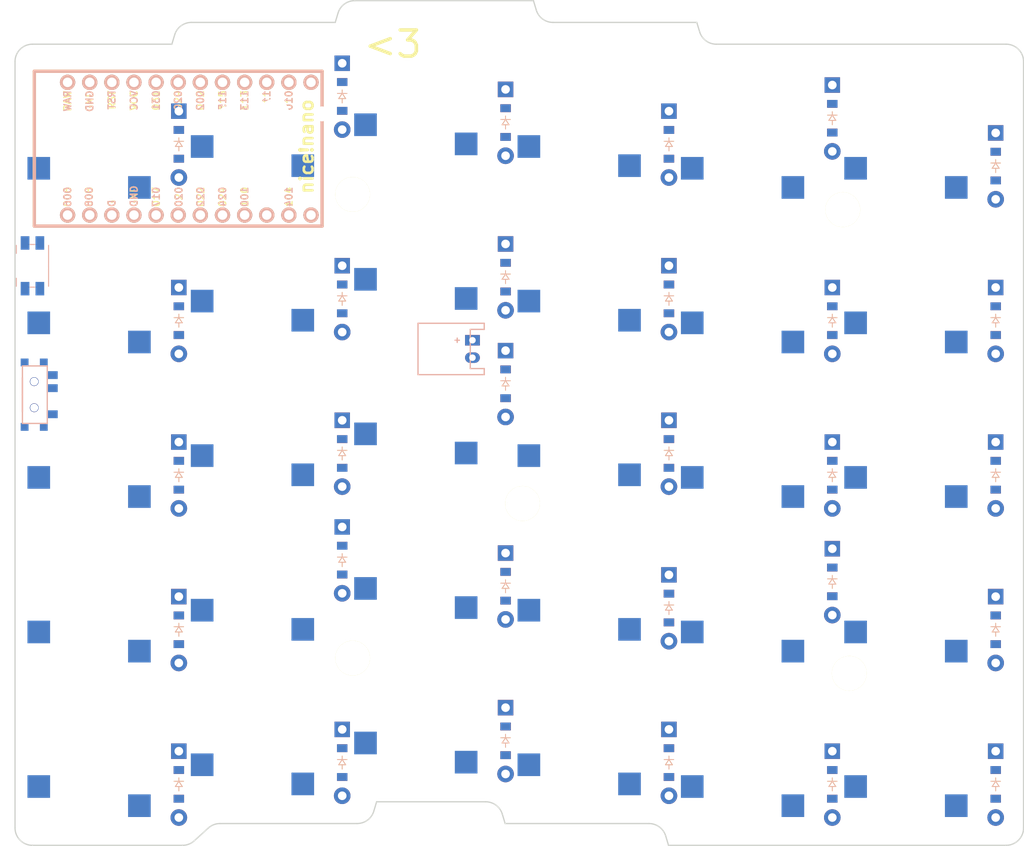
<source format=kicad_pcb>


(kicad_pcb (version 20171130) (host pcbnew 5.1.6)

  (page A3)
  (title_block
    (title "right")
    (rev "v1.0.0")
    (company "Unknown")
  )

  (general
    (thickness 1.6)
  )

  (layers
    (0 F.Cu signal)
    (31 B.Cu signal)
    (32 B.Adhes user)
    (33 F.Adhes user)
    (34 B.Paste user)
    (35 F.Paste user)
    (36 B.SilkS user)
    (37 F.SilkS user)
    (38 B.Mask user)
    (39 F.Mask user)
    (40 Dwgs.User user)
    (41 Cmts.User user)
    (42 Eco1.User user)
    (43 Eco2.User user)
    (44 Edge.Cuts user)
    (45 Margin user)
    (46 B.CrtYd user)
    (47 F.CrtYd user)
    (48 B.Fab user)
    (49 F.Fab user)
  )

  (setup
    (last_trace_width 0.25)
    (trace_clearance 0.2)
    (zone_clearance 0.508)
    (zone_45_only no)
    (trace_min 0.2)
    (via_size 0.8)
    (via_drill 0.4)
    (via_min_size 0.4)
    (via_min_drill 0.3)
    (uvia_size 0.3)
    (uvia_drill 0.1)
    (uvias_allowed no)
    (uvia_min_size 0.2)
    (uvia_min_drill 0.1)
    (edge_width 0.05)
    (segment_width 0.2)
    (pcb_text_width 0.3)
    (pcb_text_size 1.5 1.5)
    (mod_edge_width 0.12)
    (mod_text_size 1 1)
    (mod_text_width 0.15)
    (pad_size 1.524 1.524)
    (pad_drill 0.762)
    (pad_to_mask_clearance 0.05)
    (aux_axis_origin 0 0)
    (visible_elements FFFFFF7F)
    (pcbplotparams
      (layerselection 0x010fc_ffffffff)
      (usegerberextensions false)
      (usegerberattributes true)
      (usegerberadvancedattributes true)
      (creategerberjobfile true)
      (excludeedgelayer true)
      (linewidth 0.100000)
      (plotframeref false)
      (viasonmask false)
      (mode 1)
      (useauxorigin false)
      (hpglpennumber 1)
      (hpglpenspeed 20)
      (hpglpendiameter 15.000000)
      (psnegative false)
      (psa4output false)
      (plotreference true)
      (plotvalue true)
      (plotinvisibletext false)
      (padsonsilk false)
      (subtractmaskfromsilk false)
      (outputformat 1)
      (mirror false)
      (drillshape 1)
      (scaleselection 1)
      (outputdirectory ""))
  )

  (net 0 "")
(net 1 "P020")
(net 2 "mirror_first_mod")
(net 3 "mirror_first_bottom")
(net 4 "mirror_first_home")
(net 5 "mirror_first_top")
(net 6 "mirror_first_num")
(net 7 "P022")
(net 8 "mirror_second_mod")
(net 9 "mirror_second_bottom")
(net 10 "mirror_second_home")
(net 11 "mirror_second_top")
(net 12 "mirror_second_num")
(net 13 "P024")
(net 14 "mirror_third_mod")
(net 15 "mirror_third_bottom")
(net 16 "mirror_third_home")
(net 17 "mirror_third_top")
(net 18 "mirror_third_num")
(net 19 "P100")
(net 20 "mirror_fourth_mod")
(net 21 "mirror_fourth_bottom")
(net 22 "mirror_fourth_home")
(net 23 "mirror_fourth_top")
(net 24 "mirror_fourth_num")
(net 25 "P011")
(net 26 "mirror_fifth_mod")
(net 27 "mirror_fifth_bottom")
(net 28 "mirror_fifth_home")
(net 29 "mirror_fifth_top")
(net 30 "mirror_fifth_num")
(net 31 "P017")
(net 32 "mirror_sixth_mod")
(net 33 "mirror_sixth_bottom")
(net 34 "mirror_sixth_home")
(net 35 "mirror_sixth_top")
(net 36 "mirror_sixth_num")
(net 37 "P113")
(net 38 "P115")
(net 39 "P002")
(net 40 "P029")
(net 41 "P031")
(net 42 "RAW")
(net 43 "GND")
(net 44 "RST")
(net 45 "VCC")
(net 46 "P111")
(net 47 "P010")
(net 48 "P009")
(net 49 "P006")
(net 50 "P008")
(net 51 "P104")
(net 52 "P106")
(net 53 "pos")

  (net_class Default "This is the default net class."
    (clearance 0.2)
    (trace_width 0.25)
    (via_dia 0.8)
    (via_drill 0.4)
    (uvia_dia 0.3)
    (uvia_drill 0.1)
    (add_net "")
(add_net "P020")
(add_net "mirror_first_mod")
(add_net "mirror_first_bottom")
(add_net "mirror_first_home")
(add_net "mirror_first_top")
(add_net "mirror_first_num")
(add_net "P022")
(add_net "mirror_second_mod")
(add_net "mirror_second_bottom")
(add_net "mirror_second_home")
(add_net "mirror_second_top")
(add_net "mirror_second_num")
(add_net "P024")
(add_net "mirror_third_mod")
(add_net "mirror_third_bottom")
(add_net "mirror_third_home")
(add_net "mirror_third_top")
(add_net "mirror_third_num")
(add_net "P100")
(add_net "mirror_fourth_mod")
(add_net "mirror_fourth_bottom")
(add_net "mirror_fourth_home")
(add_net "mirror_fourth_top")
(add_net "mirror_fourth_num")
(add_net "P011")
(add_net "mirror_fifth_mod")
(add_net "mirror_fifth_bottom")
(add_net "mirror_fifth_home")
(add_net "mirror_fifth_top")
(add_net "mirror_fifth_num")
(add_net "P017")
(add_net "mirror_sixth_mod")
(add_net "mirror_sixth_bottom")
(add_net "mirror_sixth_home")
(add_net "mirror_sixth_top")
(add_net "mirror_sixth_num")
(add_net "P113")
(add_net "P115")
(add_net "P002")
(add_net "P029")
(add_net "P031")
(add_net "RAW")
(add_net "GND")
(add_net "RST")
(add_net "VCC")
(add_net "P111")
(add_net "P010")
(add_net "P009")
(add_net "P006")
(add_net "P008")
(add_net "P104")
(add_net "P106")
(add_net "pos")
  )

  
        
      (module PG1350 (layer F.Cu) (tedit 5DD50112)
      (at 347.5 150 -180)

      
      (fp_text reference "S1" (at 0 0) (layer F.SilkS) hide (effects (font (size 1.27 1.27) (thickness 0.15))))
      (fp_text value "" (at 0 0) (layer F.SilkS) hide (effects (font (size 1.27 1.27) (thickness 0.15))))

      
      (fp_line (start -7 -6) (end -7 -7) (layer Dwgs.User) (width 0.15))
      (fp_line (start -7 7) (end -6 7) (layer Dwgs.User) (width 0.15))
      (fp_line (start -6 -7) (end -7 -7) (layer Dwgs.User) (width 0.15))
      (fp_line (start -7 7) (end -7 6) (layer Dwgs.User) (width 0.15))
      (fp_line (start 7 6) (end 7 7) (layer Dwgs.User) (width 0.15))
      (fp_line (start 7 -7) (end 6 -7) (layer Dwgs.User) (width 0.15))
      (fp_line (start 6 7) (end 7 7) (layer Dwgs.User) (width 0.15))
      (fp_line (start 7 -7) (end 7 -6) (layer Dwgs.User) (width 0.15))      
      
      
      (pad "" np_thru_hole circle (at 0 0) (size 3.429 3.429) (drill 3.429) (layers *.Cu *.Mask))
        
      
      (pad "" np_thru_hole circle (at 5.5 0) (size 1.7018 1.7018) (drill 1.7018) (layers *.Cu *.Mask))
      (pad "" np_thru_hole circle (at -5.5 0) (size 1.7018 1.7018) (drill 1.7018) (layers *.Cu *.Mask))
      
        
      
      (fp_line (start -9 -8.5) (end 9 -8.5) (layer Dwgs.User) (width 0.15))
      (fp_line (start 9 -8.5) (end 9 8.5) (layer Dwgs.User) (width 0.15))
      (fp_line (start 9 8.5) (end -9 8.5) (layer Dwgs.User) (width 0.15))
      (fp_line (start -9 8.5) (end -9 -8.5) (layer Dwgs.User) (width 0.15))
      
        
          
          (pad "" np_thru_hole circle (at 5 -3.75) (size 3 3) (drill 3) (layers *.Cu *.Mask))
          (pad "" np_thru_hole circle (at 0 -5.95) (size 3 3) (drill 3) (layers *.Cu *.Mask))
      
          
          (pad 1 smd rect (at -3.275 -5.95 -180) (size 2.6 2.6) (layers B.Cu B.Paste B.Mask)  (net 1 "P020"))
          (pad 2 smd rect (at 8.275 -3.75 -180) (size 2.6 2.6) (layers B.Cu B.Paste B.Mask)  (net 2 "mirror_first_mod"))
        )
        

        
      (module PG1350 (layer F.Cu) (tedit 5DD50112)
      (at 347.5 132.25 -180)

      
      (fp_text reference "S2" (at 0 0) (layer F.SilkS) hide (effects (font (size 1.27 1.27) (thickness 0.15))))
      (fp_text value "" (at 0 0) (layer F.SilkS) hide (effects (font (size 1.27 1.27) (thickness 0.15))))

      
      (fp_line (start -7 -6) (end -7 -7) (layer Dwgs.User) (width 0.15))
      (fp_line (start -7 7) (end -6 7) (layer Dwgs.User) (width 0.15))
      (fp_line (start -6 -7) (end -7 -7) (layer Dwgs.User) (width 0.15))
      (fp_line (start -7 7) (end -7 6) (layer Dwgs.User) (width 0.15))
      (fp_line (start 7 6) (end 7 7) (layer Dwgs.User) (width 0.15))
      (fp_line (start 7 -7) (end 6 -7) (layer Dwgs.User) (width 0.15))
      (fp_line (start 6 7) (end 7 7) (layer Dwgs.User) (width 0.15))
      (fp_line (start 7 -7) (end 7 -6) (layer Dwgs.User) (width 0.15))      
      
      
      (pad "" np_thru_hole circle (at 0 0) (size 3.429 3.429) (drill 3.429) (layers *.Cu *.Mask))
        
      
      (pad "" np_thru_hole circle (at 5.5 0) (size 1.7018 1.7018) (drill 1.7018) (layers *.Cu *.Mask))
      (pad "" np_thru_hole circle (at -5.5 0) (size 1.7018 1.7018) (drill 1.7018) (layers *.Cu *.Mask))
      
        
      
      (fp_line (start -9 -8.5) (end 9 -8.5) (layer Dwgs.User) (width 0.15))
      (fp_line (start 9 -8.5) (end 9 8.5) (layer Dwgs.User) (width 0.15))
      (fp_line (start 9 8.5) (end -9 8.5) (layer Dwgs.User) (width 0.15))
      (fp_line (start -9 8.5) (end -9 -8.5) (layer Dwgs.User) (width 0.15))
      
        
          
          (pad "" np_thru_hole circle (at 5 -3.75) (size 3 3) (drill 3) (layers *.Cu *.Mask))
          (pad "" np_thru_hole circle (at 0 -5.95) (size 3 3) (drill 3) (layers *.Cu *.Mask))
      
          
          (pad 1 smd rect (at -3.275 -5.95 -180) (size 2.6 2.6) (layers B.Cu B.Paste B.Mask)  (net 1 "P020"))
          (pad 2 smd rect (at 8.275 -3.75 -180) (size 2.6 2.6) (layers B.Cu B.Paste B.Mask)  (net 3 "mirror_first_bottom"))
        )
        

        
      (module PG1350 (layer F.Cu) (tedit 5DD50112)
      (at 347.5 114.5 -180)

      
      (fp_text reference "S3" (at 0 0) (layer F.SilkS) hide (effects (font (size 1.27 1.27) (thickness 0.15))))
      (fp_text value "" (at 0 0) (layer F.SilkS) hide (effects (font (size 1.27 1.27) (thickness 0.15))))

      
      (fp_line (start -7 -6) (end -7 -7) (layer Dwgs.User) (width 0.15))
      (fp_line (start -7 7) (end -6 7) (layer Dwgs.User) (width 0.15))
      (fp_line (start -6 -7) (end -7 -7) (layer Dwgs.User) (width 0.15))
      (fp_line (start -7 7) (end -7 6) (layer Dwgs.User) (width 0.15))
      (fp_line (start 7 6) (end 7 7) (layer Dwgs.User) (width 0.15))
      (fp_line (start 7 -7) (end 6 -7) (layer Dwgs.User) (width 0.15))
      (fp_line (start 6 7) (end 7 7) (layer Dwgs.User) (width 0.15))
      (fp_line (start 7 -7) (end 7 -6) (layer Dwgs.User) (width 0.15))      
      
      
      (pad "" np_thru_hole circle (at 0 0) (size 3.429 3.429) (drill 3.429) (layers *.Cu *.Mask))
        
      
      (pad "" np_thru_hole circle (at 5.5 0) (size 1.7018 1.7018) (drill 1.7018) (layers *.Cu *.Mask))
      (pad "" np_thru_hole circle (at -5.5 0) (size 1.7018 1.7018) (drill 1.7018) (layers *.Cu *.Mask))
      
        
      
      (fp_line (start -9 -8.5) (end 9 -8.5) (layer Dwgs.User) (width 0.15))
      (fp_line (start 9 -8.5) (end 9 8.5) (layer Dwgs.User) (width 0.15))
      (fp_line (start 9 8.5) (end -9 8.5) (layer Dwgs.User) (width 0.15))
      (fp_line (start -9 8.5) (end -9 -8.5) (layer Dwgs.User) (width 0.15))
      
        
          
          (pad "" np_thru_hole circle (at 5 -3.75) (size 3 3) (drill 3) (layers *.Cu *.Mask))
          (pad "" np_thru_hole circle (at 0 -5.95) (size 3 3) (drill 3) (layers *.Cu *.Mask))
      
          
          (pad 1 smd rect (at -3.275 -5.95 -180) (size 2.6 2.6) (layers B.Cu B.Paste B.Mask)  (net 1 "P020"))
          (pad 2 smd rect (at 8.275 -3.75 -180) (size 2.6 2.6) (layers B.Cu B.Paste B.Mask)  (net 4 "mirror_first_home"))
        )
        

        
      (module PG1350 (layer F.Cu) (tedit 5DD50112)
      (at 347.5 96.75 -180)

      
      (fp_text reference "S4" (at 0 0) (layer F.SilkS) hide (effects (font (size 1.27 1.27) (thickness 0.15))))
      (fp_text value "" (at 0 0) (layer F.SilkS) hide (effects (font (size 1.27 1.27) (thickness 0.15))))

      
      (fp_line (start -7 -6) (end -7 -7) (layer Dwgs.User) (width 0.15))
      (fp_line (start -7 7) (end -6 7) (layer Dwgs.User) (width 0.15))
      (fp_line (start -6 -7) (end -7 -7) (layer Dwgs.User) (width 0.15))
      (fp_line (start -7 7) (end -7 6) (layer Dwgs.User) (width 0.15))
      (fp_line (start 7 6) (end 7 7) (layer Dwgs.User) (width 0.15))
      (fp_line (start 7 -7) (end 6 -7) (layer Dwgs.User) (width 0.15))
      (fp_line (start 6 7) (end 7 7) (layer Dwgs.User) (width 0.15))
      (fp_line (start 7 -7) (end 7 -6) (layer Dwgs.User) (width 0.15))      
      
      
      (pad "" np_thru_hole circle (at 0 0) (size 3.429 3.429) (drill 3.429) (layers *.Cu *.Mask))
        
      
      (pad "" np_thru_hole circle (at 5.5 0) (size 1.7018 1.7018) (drill 1.7018) (layers *.Cu *.Mask))
      (pad "" np_thru_hole circle (at -5.5 0) (size 1.7018 1.7018) (drill 1.7018) (layers *.Cu *.Mask))
      
        
      
      (fp_line (start -9 -8.5) (end 9 -8.5) (layer Dwgs.User) (width 0.15))
      (fp_line (start 9 -8.5) (end 9 8.5) (layer Dwgs.User) (width 0.15))
      (fp_line (start 9 8.5) (end -9 8.5) (layer Dwgs.User) (width 0.15))
      (fp_line (start -9 8.5) (end -9 -8.5) (layer Dwgs.User) (width 0.15))
      
        
          
          (pad "" np_thru_hole circle (at 5 -3.75) (size 3 3) (drill 3) (layers *.Cu *.Mask))
          (pad "" np_thru_hole circle (at 0 -5.95) (size 3 3) (drill 3) (layers *.Cu *.Mask))
      
          
          (pad 1 smd rect (at -3.275 -5.95 -180) (size 2.6 2.6) (layers B.Cu B.Paste B.Mask)  (net 1 "P020"))
          (pad 2 smd rect (at 8.275 -3.75 -180) (size 2.6 2.6) (layers B.Cu B.Paste B.Mask)  (net 5 "mirror_first_top"))
        )
        

        
      (module PG1350 (layer F.Cu) (tedit 5DD50112)
      (at 347.5 79 -180)

      
      (fp_text reference "S5" (at 0 0) (layer F.SilkS) hide (effects (font (size 1.27 1.27) (thickness 0.15))))
      (fp_text value "" (at 0 0) (layer F.SilkS) hide (effects (font (size 1.27 1.27) (thickness 0.15))))

      
      (fp_line (start -7 -6) (end -7 -7) (layer Dwgs.User) (width 0.15))
      (fp_line (start -7 7) (end -6 7) (layer Dwgs.User) (width 0.15))
      (fp_line (start -6 -7) (end -7 -7) (layer Dwgs.User) (width 0.15))
      (fp_line (start -7 7) (end -7 6) (layer Dwgs.User) (width 0.15))
      (fp_line (start 7 6) (end 7 7) (layer Dwgs.User) (width 0.15))
      (fp_line (start 7 -7) (end 6 -7) (layer Dwgs.User) (width 0.15))
      (fp_line (start 6 7) (end 7 7) (layer Dwgs.User) (width 0.15))
      (fp_line (start 7 -7) (end 7 -6) (layer Dwgs.User) (width 0.15))      
      
      
      (pad "" np_thru_hole circle (at 0 0) (size 3.429 3.429) (drill 3.429) (layers *.Cu *.Mask))
        
      
      (pad "" np_thru_hole circle (at 5.5 0) (size 1.7018 1.7018) (drill 1.7018) (layers *.Cu *.Mask))
      (pad "" np_thru_hole circle (at -5.5 0) (size 1.7018 1.7018) (drill 1.7018) (layers *.Cu *.Mask))
      
        
      
      (fp_line (start -9 -8.5) (end 9 -8.5) (layer Dwgs.User) (width 0.15))
      (fp_line (start 9 -8.5) (end 9 8.5) (layer Dwgs.User) (width 0.15))
      (fp_line (start 9 8.5) (end -9 8.5) (layer Dwgs.User) (width 0.15))
      (fp_line (start -9 8.5) (end -9 -8.5) (layer Dwgs.User) (width 0.15))
      
        
          
          (pad "" np_thru_hole circle (at 5 -3.75) (size 3 3) (drill 3) (layers *.Cu *.Mask))
          (pad "" np_thru_hole circle (at 0 -5.95) (size 3 3) (drill 3) (layers *.Cu *.Mask))
      
          
          (pad 1 smd rect (at -3.275 -5.95 -180) (size 2.6 2.6) (layers B.Cu B.Paste B.Mask)  (net 1 "P020"))
          (pad 2 smd rect (at 8.275 -3.75 -180) (size 2.6 2.6) (layers B.Cu B.Paste B.Mask)  (net 6 "mirror_first_num"))
        )
        

        
      (module PG1350 (layer F.Cu) (tedit 5DD50112)
      (at 328.75 150 -180)

      
      (fp_text reference "S6" (at 0 0) (layer F.SilkS) hide (effects (font (size 1.27 1.27) (thickness 0.15))))
      (fp_text value "" (at 0 0) (layer F.SilkS) hide (effects (font (size 1.27 1.27) (thickness 0.15))))

      
      (fp_line (start -7 -6) (end -7 -7) (layer Dwgs.User) (width 0.15))
      (fp_line (start -7 7) (end -6 7) (layer Dwgs.User) (width 0.15))
      (fp_line (start -6 -7) (end -7 -7) (layer Dwgs.User) (width 0.15))
      (fp_line (start -7 7) (end -7 6) (layer Dwgs.User) (width 0.15))
      (fp_line (start 7 6) (end 7 7) (layer Dwgs.User) (width 0.15))
      (fp_line (start 7 -7) (end 6 -7) (layer Dwgs.User) (width 0.15))
      (fp_line (start 6 7) (end 7 7) (layer Dwgs.User) (width 0.15))
      (fp_line (start 7 -7) (end 7 -6) (layer Dwgs.User) (width 0.15))      
      
      
      (pad "" np_thru_hole circle (at 0 0) (size 3.429 3.429) (drill 3.429) (layers *.Cu *.Mask))
        
      
      (pad "" np_thru_hole circle (at 5.5 0) (size 1.7018 1.7018) (drill 1.7018) (layers *.Cu *.Mask))
      (pad "" np_thru_hole circle (at -5.5 0) (size 1.7018 1.7018) (drill 1.7018) (layers *.Cu *.Mask))
      
        
      
      (fp_line (start -9 -8.5) (end 9 -8.5) (layer Dwgs.User) (width 0.15))
      (fp_line (start 9 -8.5) (end 9 8.5) (layer Dwgs.User) (width 0.15))
      (fp_line (start 9 8.5) (end -9 8.5) (layer Dwgs.User) (width 0.15))
      (fp_line (start -9 8.5) (end -9 -8.5) (layer Dwgs.User) (width 0.15))
      
        
          
          (pad "" np_thru_hole circle (at 5 -3.75) (size 3 3) (drill 3) (layers *.Cu *.Mask))
          (pad "" np_thru_hole circle (at 0 -5.95) (size 3 3) (drill 3) (layers *.Cu *.Mask))
      
          
          (pad 1 smd rect (at -3.275 -5.95 -180) (size 2.6 2.6) (layers B.Cu B.Paste B.Mask)  (net 7 "P022"))
          (pad 2 smd rect (at 8.275 -3.75 -180) (size 2.6 2.6) (layers B.Cu B.Paste B.Mask)  (net 8 "mirror_second_mod"))
        )
        

        
      (module PG1350 (layer F.Cu) (tedit 5DD50112)
      (at 328.75 132.25 -180)

      
      (fp_text reference "S7" (at 0 0) (layer F.SilkS) hide (effects (font (size 1.27 1.27) (thickness 0.15))))
      (fp_text value "" (at 0 0) (layer F.SilkS) hide (effects (font (size 1.27 1.27) (thickness 0.15))))

      
      (fp_line (start -7 -6) (end -7 -7) (layer Dwgs.User) (width 0.15))
      (fp_line (start -7 7) (end -6 7) (layer Dwgs.User) (width 0.15))
      (fp_line (start -6 -7) (end -7 -7) (layer Dwgs.User) (width 0.15))
      (fp_line (start -7 7) (end -7 6) (layer Dwgs.User) (width 0.15))
      (fp_line (start 7 6) (end 7 7) (layer Dwgs.User) (width 0.15))
      (fp_line (start 7 -7) (end 6 -7) (layer Dwgs.User) (width 0.15))
      (fp_line (start 6 7) (end 7 7) (layer Dwgs.User) (width 0.15))
      (fp_line (start 7 -7) (end 7 -6) (layer Dwgs.User) (width 0.15))      
      
      
      (pad "" np_thru_hole circle (at 0 0) (size 3.429 3.429) (drill 3.429) (layers *.Cu *.Mask))
        
      
      (pad "" np_thru_hole circle (at 5.5 0) (size 1.7018 1.7018) (drill 1.7018) (layers *.Cu *.Mask))
      (pad "" np_thru_hole circle (at -5.5 0) (size 1.7018 1.7018) (drill 1.7018) (layers *.Cu *.Mask))
      
        
      
      (fp_line (start -9 -8.5) (end 9 -8.5) (layer Dwgs.User) (width 0.15))
      (fp_line (start 9 -8.5) (end 9 8.5) (layer Dwgs.User) (width 0.15))
      (fp_line (start 9 8.5) (end -9 8.5) (layer Dwgs.User) (width 0.15))
      (fp_line (start -9 8.5) (end -9 -8.5) (layer Dwgs.User) (width 0.15))
      
        
          
          (pad "" np_thru_hole circle (at 5 -3.75) (size 3 3) (drill 3) (layers *.Cu *.Mask))
          (pad "" np_thru_hole circle (at 0 -5.95) (size 3 3) (drill 3) (layers *.Cu *.Mask))
      
          
          (pad 1 smd rect (at -3.275 -5.95 -180) (size 2.6 2.6) (layers B.Cu B.Paste B.Mask)  (net 7 "P022"))
          (pad 2 smd rect (at 8.275 -3.75 -180) (size 2.6 2.6) (layers B.Cu B.Paste B.Mask)  (net 9 "mirror_second_bottom"))
        )
        

        
      (module PG1350 (layer F.Cu) (tedit 5DD50112)
      (at 328.75 114.5 -180)

      
      (fp_text reference "S8" (at 0 0) (layer F.SilkS) hide (effects (font (size 1.27 1.27) (thickness 0.15))))
      (fp_text value "" (at 0 0) (layer F.SilkS) hide (effects (font (size 1.27 1.27) (thickness 0.15))))

      
      (fp_line (start -7 -6) (end -7 -7) (layer Dwgs.User) (width 0.15))
      (fp_line (start -7 7) (end -6 7) (layer Dwgs.User) (width 0.15))
      (fp_line (start -6 -7) (end -7 -7) (layer Dwgs.User) (width 0.15))
      (fp_line (start -7 7) (end -7 6) (layer Dwgs.User) (width 0.15))
      (fp_line (start 7 6) (end 7 7) (layer Dwgs.User) (width 0.15))
      (fp_line (start 7 -7) (end 6 -7) (layer Dwgs.User) (width 0.15))
      (fp_line (start 6 7) (end 7 7) (layer Dwgs.User) (width 0.15))
      (fp_line (start 7 -7) (end 7 -6) (layer Dwgs.User) (width 0.15))      
      
      
      (pad "" np_thru_hole circle (at 0 0) (size 3.429 3.429) (drill 3.429) (layers *.Cu *.Mask))
        
      
      (pad "" np_thru_hole circle (at 5.5 0) (size 1.7018 1.7018) (drill 1.7018) (layers *.Cu *.Mask))
      (pad "" np_thru_hole circle (at -5.5 0) (size 1.7018 1.7018) (drill 1.7018) (layers *.Cu *.Mask))
      
        
      
      (fp_line (start -9 -8.5) (end 9 -8.5) (layer Dwgs.User) (width 0.15))
      (fp_line (start 9 -8.5) (end 9 8.5) (layer Dwgs.User) (width 0.15))
      (fp_line (start 9 8.5) (end -9 8.5) (layer Dwgs.User) (width 0.15))
      (fp_line (start -9 8.5) (end -9 -8.5) (layer Dwgs.User) (width 0.15))
      
        
          
          (pad "" np_thru_hole circle (at 5 -3.75) (size 3 3) (drill 3) (layers *.Cu *.Mask))
          (pad "" np_thru_hole circle (at 0 -5.95) (size 3 3) (drill 3) (layers *.Cu *.Mask))
      
          
          (pad 1 smd rect (at -3.275 -5.95 -180) (size 2.6 2.6) (layers B.Cu B.Paste B.Mask)  (net 7 "P022"))
          (pad 2 smd rect (at 8.275 -3.75 -180) (size 2.6 2.6) (layers B.Cu B.Paste B.Mask)  (net 10 "mirror_second_home"))
        )
        

        
      (module PG1350 (layer F.Cu) (tedit 5DD50112)
      (at 328.75 96.75 -180)

      
      (fp_text reference "S9" (at 0 0) (layer F.SilkS) hide (effects (font (size 1.27 1.27) (thickness 0.15))))
      (fp_text value "" (at 0 0) (layer F.SilkS) hide (effects (font (size 1.27 1.27) (thickness 0.15))))

      
      (fp_line (start -7 -6) (end -7 -7) (layer Dwgs.User) (width 0.15))
      (fp_line (start -7 7) (end -6 7) (layer Dwgs.User) (width 0.15))
      (fp_line (start -6 -7) (end -7 -7) (layer Dwgs.User) (width 0.15))
      (fp_line (start -7 7) (end -7 6) (layer Dwgs.User) (width 0.15))
      (fp_line (start 7 6) (end 7 7) (layer Dwgs.User) (width 0.15))
      (fp_line (start 7 -7) (end 6 -7) (layer Dwgs.User) (width 0.15))
      (fp_line (start 6 7) (end 7 7) (layer Dwgs.User) (width 0.15))
      (fp_line (start 7 -7) (end 7 -6) (layer Dwgs.User) (width 0.15))      
      
      
      (pad "" np_thru_hole circle (at 0 0) (size 3.429 3.429) (drill 3.429) (layers *.Cu *.Mask))
        
      
      (pad "" np_thru_hole circle (at 5.5 0) (size 1.7018 1.7018) (drill 1.7018) (layers *.Cu *.Mask))
      (pad "" np_thru_hole circle (at -5.5 0) (size 1.7018 1.7018) (drill 1.7018) (layers *.Cu *.Mask))
      
        
      
      (fp_line (start -9 -8.5) (end 9 -8.5) (layer Dwgs.User) (width 0.15))
      (fp_line (start 9 -8.5) (end 9 8.5) (layer Dwgs.User) (width 0.15))
      (fp_line (start 9 8.5) (end -9 8.5) (layer Dwgs.User) (width 0.15))
      (fp_line (start -9 8.5) (end -9 -8.5) (layer Dwgs.User) (width 0.15))
      
        
          
          (pad "" np_thru_hole circle (at 5 -3.75) (size 3 3) (drill 3) (layers *.Cu *.Mask))
          (pad "" np_thru_hole circle (at 0 -5.95) (size 3 3) (drill 3) (layers *.Cu *.Mask))
      
          
          (pad 1 smd rect (at -3.275 -5.95 -180) (size 2.6 2.6) (layers B.Cu B.Paste B.Mask)  (net 7 "P022"))
          (pad 2 smd rect (at 8.275 -3.75 -180) (size 2.6 2.6) (layers B.Cu B.Paste B.Mask)  (net 11 "mirror_second_top"))
        )
        

        
      (module PG1350 (layer F.Cu) (tedit 5DD50112)
      (at 328.75 79 -180)

      
      (fp_text reference "S10" (at 0 0) (layer F.SilkS) hide (effects (font (size 1.27 1.27) (thickness 0.15))))
      (fp_text value "" (at 0 0) (layer F.SilkS) hide (effects (font (size 1.27 1.27) (thickness 0.15))))

      
      (fp_line (start -7 -6) (end -7 -7) (layer Dwgs.User) (width 0.15))
      (fp_line (start -7 7) (end -6 7) (layer Dwgs.User) (width 0.15))
      (fp_line (start -6 -7) (end -7 -7) (layer Dwgs.User) (width 0.15))
      (fp_line (start -7 7) (end -7 6) (layer Dwgs.User) (width 0.15))
      (fp_line (start 7 6) (end 7 7) (layer Dwgs.User) (width 0.15))
      (fp_line (start 7 -7) (end 6 -7) (layer Dwgs.User) (width 0.15))
      (fp_line (start 6 7) (end 7 7) (layer Dwgs.User) (width 0.15))
      (fp_line (start 7 -7) (end 7 -6) (layer Dwgs.User) (width 0.15))      
      
      
      (pad "" np_thru_hole circle (at 0 0) (size 3.429 3.429) (drill 3.429) (layers *.Cu *.Mask))
        
      
      (pad "" np_thru_hole circle (at 5.5 0) (size 1.7018 1.7018) (drill 1.7018) (layers *.Cu *.Mask))
      (pad "" np_thru_hole circle (at -5.5 0) (size 1.7018 1.7018) (drill 1.7018) (layers *.Cu *.Mask))
      
        
      
      (fp_line (start -9 -8.5) (end 9 -8.5) (layer Dwgs.User) (width 0.15))
      (fp_line (start 9 -8.5) (end 9 8.5) (layer Dwgs.User) (width 0.15))
      (fp_line (start 9 8.5) (end -9 8.5) (layer Dwgs.User) (width 0.15))
      (fp_line (start -9 8.5) (end -9 -8.5) (layer Dwgs.User) (width 0.15))
      
        
          
          (pad "" np_thru_hole circle (at 5 -3.75) (size 3 3) (drill 3) (layers *.Cu *.Mask))
          (pad "" np_thru_hole circle (at 0 -5.95) (size 3 3) (drill 3) (layers *.Cu *.Mask))
      
          
          (pad 1 smd rect (at -3.275 -5.95 -180) (size 2.6 2.6) (layers B.Cu B.Paste B.Mask)  (net 7 "P022"))
          (pad 2 smd rect (at 8.275 -3.75 -180) (size 2.6 2.6) (layers B.Cu B.Paste B.Mask)  (net 12 "mirror_second_num"))
        )
        

        
      (module PG1350 (layer F.Cu) (tedit 5DD50112)
      (at 310 147.5 -180)

      
      (fp_text reference "S11" (at 0 0) (layer F.SilkS) hide (effects (font (size 1.27 1.27) (thickness 0.15))))
      (fp_text value "" (at 0 0) (layer F.SilkS) hide (effects (font (size 1.27 1.27) (thickness 0.15))))

      
      (fp_line (start -7 -6) (end -7 -7) (layer Dwgs.User) (width 0.15))
      (fp_line (start -7 7) (end -6 7) (layer Dwgs.User) (width 0.15))
      (fp_line (start -6 -7) (end -7 -7) (layer Dwgs.User) (width 0.15))
      (fp_line (start -7 7) (end -7 6) (layer Dwgs.User) (width 0.15))
      (fp_line (start 7 6) (end 7 7) (layer Dwgs.User) (width 0.15))
      (fp_line (start 7 -7) (end 6 -7) (layer Dwgs.User) (width 0.15))
      (fp_line (start 6 7) (end 7 7) (layer Dwgs.User) (width 0.15))
      (fp_line (start 7 -7) (end 7 -6) (layer Dwgs.User) (width 0.15))      
      
      
      (pad "" np_thru_hole circle (at 0 0) (size 3.429 3.429) (drill 3.429) (layers *.Cu *.Mask))
        
      
      (pad "" np_thru_hole circle (at 5.5 0) (size 1.7018 1.7018) (drill 1.7018) (layers *.Cu *.Mask))
      (pad "" np_thru_hole circle (at -5.5 0) (size 1.7018 1.7018) (drill 1.7018) (layers *.Cu *.Mask))
      
        
      
      (fp_line (start -9 -8.5) (end 9 -8.5) (layer Dwgs.User) (width 0.15))
      (fp_line (start 9 -8.5) (end 9 8.5) (layer Dwgs.User) (width 0.15))
      (fp_line (start 9 8.5) (end -9 8.5) (layer Dwgs.User) (width 0.15))
      (fp_line (start -9 8.5) (end -9 -8.5) (layer Dwgs.User) (width 0.15))
      
        
          
          (pad "" np_thru_hole circle (at 5 -3.75) (size 3 3) (drill 3) (layers *.Cu *.Mask))
          (pad "" np_thru_hole circle (at 0 -5.95) (size 3 3) (drill 3) (layers *.Cu *.Mask))
      
          
          (pad 1 smd rect (at -3.275 -5.95 -180) (size 2.6 2.6) (layers B.Cu B.Paste B.Mask)  (net 13 "P024"))
          (pad 2 smd rect (at 8.275 -3.75 -180) (size 2.6 2.6) (layers B.Cu B.Paste B.Mask)  (net 14 "mirror_third_mod"))
        )
        

        
      (module PG1350 (layer F.Cu) (tedit 5DD50112)
      (at 310 129.75 -180)

      
      (fp_text reference "S12" (at 0 0) (layer F.SilkS) hide (effects (font (size 1.27 1.27) (thickness 0.15))))
      (fp_text value "" (at 0 0) (layer F.SilkS) hide (effects (font (size 1.27 1.27) (thickness 0.15))))

      
      (fp_line (start -7 -6) (end -7 -7) (layer Dwgs.User) (width 0.15))
      (fp_line (start -7 7) (end -6 7) (layer Dwgs.User) (width 0.15))
      (fp_line (start -6 -7) (end -7 -7) (layer Dwgs.User) (width 0.15))
      (fp_line (start -7 7) (end -7 6) (layer Dwgs.User) (width 0.15))
      (fp_line (start 7 6) (end 7 7) (layer Dwgs.User) (width 0.15))
      (fp_line (start 7 -7) (end 6 -7) (layer Dwgs.User) (width 0.15))
      (fp_line (start 6 7) (end 7 7) (layer Dwgs.User) (width 0.15))
      (fp_line (start 7 -7) (end 7 -6) (layer Dwgs.User) (width 0.15))      
      
      
      (pad "" np_thru_hole circle (at 0 0) (size 3.429 3.429) (drill 3.429) (layers *.Cu *.Mask))
        
      
      (pad "" np_thru_hole circle (at 5.5 0) (size 1.7018 1.7018) (drill 1.7018) (layers *.Cu *.Mask))
      (pad "" np_thru_hole circle (at -5.5 0) (size 1.7018 1.7018) (drill 1.7018) (layers *.Cu *.Mask))
      
        
      
      (fp_line (start -9 -8.5) (end 9 -8.5) (layer Dwgs.User) (width 0.15))
      (fp_line (start 9 -8.5) (end 9 8.5) (layer Dwgs.User) (width 0.15))
      (fp_line (start 9 8.5) (end -9 8.5) (layer Dwgs.User) (width 0.15))
      (fp_line (start -9 8.5) (end -9 -8.5) (layer Dwgs.User) (width 0.15))
      
        
          
          (pad "" np_thru_hole circle (at 5 -3.75) (size 3 3) (drill 3) (layers *.Cu *.Mask))
          (pad "" np_thru_hole circle (at 0 -5.95) (size 3 3) (drill 3) (layers *.Cu *.Mask))
      
          
          (pad 1 smd rect (at -3.275 -5.95 -180) (size 2.6 2.6) (layers B.Cu B.Paste B.Mask)  (net 13 "P024"))
          (pad 2 smd rect (at 8.275 -3.75 -180) (size 2.6 2.6) (layers B.Cu B.Paste B.Mask)  (net 15 "mirror_third_bottom"))
        )
        

        
      (module PG1350 (layer F.Cu) (tedit 5DD50112)
      (at 310 112 -180)

      
      (fp_text reference "S13" (at 0 0) (layer F.SilkS) hide (effects (font (size 1.27 1.27) (thickness 0.15))))
      (fp_text value "" (at 0 0) (layer F.SilkS) hide (effects (font (size 1.27 1.27) (thickness 0.15))))

      
      (fp_line (start -7 -6) (end -7 -7) (layer Dwgs.User) (width 0.15))
      (fp_line (start -7 7) (end -6 7) (layer Dwgs.User) (width 0.15))
      (fp_line (start -6 -7) (end -7 -7) (layer Dwgs.User) (width 0.15))
      (fp_line (start -7 7) (end -7 6) (layer Dwgs.User) (width 0.15))
      (fp_line (start 7 6) (end 7 7) (layer Dwgs.User) (width 0.15))
      (fp_line (start 7 -7) (end 6 -7) (layer Dwgs.User) (width 0.15))
      (fp_line (start 6 7) (end 7 7) (layer Dwgs.User) (width 0.15))
      (fp_line (start 7 -7) (end 7 -6) (layer Dwgs.User) (width 0.15))      
      
      
      (pad "" np_thru_hole circle (at 0 0) (size 3.429 3.429) (drill 3.429) (layers *.Cu *.Mask))
        
      
      (pad "" np_thru_hole circle (at 5.5 0) (size 1.7018 1.7018) (drill 1.7018) (layers *.Cu *.Mask))
      (pad "" np_thru_hole circle (at -5.5 0) (size 1.7018 1.7018) (drill 1.7018) (layers *.Cu *.Mask))
      
        
      
      (fp_line (start -9 -8.5) (end 9 -8.5) (layer Dwgs.User) (width 0.15))
      (fp_line (start 9 -8.5) (end 9 8.5) (layer Dwgs.User) (width 0.15))
      (fp_line (start 9 8.5) (end -9 8.5) (layer Dwgs.User) (width 0.15))
      (fp_line (start -9 8.5) (end -9 -8.5) (layer Dwgs.User) (width 0.15))
      
        
          
          (pad "" np_thru_hole circle (at 5 -3.75) (size 3 3) (drill 3) (layers *.Cu *.Mask))
          (pad "" np_thru_hole circle (at 0 -5.95) (size 3 3) (drill 3) (layers *.Cu *.Mask))
      
          
          (pad 1 smd rect (at -3.275 -5.95 -180) (size 2.6 2.6) (layers B.Cu B.Paste B.Mask)  (net 13 "P024"))
          (pad 2 smd rect (at 8.275 -3.75 -180) (size 2.6 2.6) (layers B.Cu B.Paste B.Mask)  (net 16 "mirror_third_home"))
        )
        

        
      (module PG1350 (layer F.Cu) (tedit 5DD50112)
      (at 310 94.25 -180)

      
      (fp_text reference "S14" (at 0 0) (layer F.SilkS) hide (effects (font (size 1.27 1.27) (thickness 0.15))))
      (fp_text value "" (at 0 0) (layer F.SilkS) hide (effects (font (size 1.27 1.27) (thickness 0.15))))

      
      (fp_line (start -7 -6) (end -7 -7) (layer Dwgs.User) (width 0.15))
      (fp_line (start -7 7) (end -6 7) (layer Dwgs.User) (width 0.15))
      (fp_line (start -6 -7) (end -7 -7) (layer Dwgs.User) (width 0.15))
      (fp_line (start -7 7) (end -7 6) (layer Dwgs.User) (width 0.15))
      (fp_line (start 7 6) (end 7 7) (layer Dwgs.User) (width 0.15))
      (fp_line (start 7 -7) (end 6 -7) (layer Dwgs.User) (width 0.15))
      (fp_line (start 6 7) (end 7 7) (layer Dwgs.User) (width 0.15))
      (fp_line (start 7 -7) (end 7 -6) (layer Dwgs.User) (width 0.15))      
      
      
      (pad "" np_thru_hole circle (at 0 0) (size 3.429 3.429) (drill 3.429) (layers *.Cu *.Mask))
        
      
      (pad "" np_thru_hole circle (at 5.5 0) (size 1.7018 1.7018) (drill 1.7018) (layers *.Cu *.Mask))
      (pad "" np_thru_hole circle (at -5.5 0) (size 1.7018 1.7018) (drill 1.7018) (layers *.Cu *.Mask))
      
        
      
      (fp_line (start -9 -8.5) (end 9 -8.5) (layer Dwgs.User) (width 0.15))
      (fp_line (start 9 -8.5) (end 9 8.5) (layer Dwgs.User) (width 0.15))
      (fp_line (start 9 8.5) (end -9 8.5) (layer Dwgs.User) (width 0.15))
      (fp_line (start -9 8.5) (end -9 -8.5) (layer Dwgs.User) (width 0.15))
      
        
          
          (pad "" np_thru_hole circle (at 5 -3.75) (size 3 3) (drill 3) (layers *.Cu *.Mask))
          (pad "" np_thru_hole circle (at 0 -5.95) (size 3 3) (drill 3) (layers *.Cu *.Mask))
      
          
          (pad 1 smd rect (at -3.275 -5.95 -180) (size 2.6 2.6) (layers B.Cu B.Paste B.Mask)  (net 13 "P024"))
          (pad 2 smd rect (at 8.275 -3.75 -180) (size 2.6 2.6) (layers B.Cu B.Paste B.Mask)  (net 17 "mirror_third_top"))
        )
        

        
      (module PG1350 (layer F.Cu) (tedit 5DD50112)
      (at 310 76.5 -180)

      
      (fp_text reference "S15" (at 0 0) (layer F.SilkS) hide (effects (font (size 1.27 1.27) (thickness 0.15))))
      (fp_text value "" (at 0 0) (layer F.SilkS) hide (effects (font (size 1.27 1.27) (thickness 0.15))))

      
      (fp_line (start -7 -6) (end -7 -7) (layer Dwgs.User) (width 0.15))
      (fp_line (start -7 7) (end -6 7) (layer Dwgs.User) (width 0.15))
      (fp_line (start -6 -7) (end -7 -7) (layer Dwgs.User) (width 0.15))
      (fp_line (start -7 7) (end -7 6) (layer Dwgs.User) (width 0.15))
      (fp_line (start 7 6) (end 7 7) (layer Dwgs.User) (width 0.15))
      (fp_line (start 7 -7) (end 6 -7) (layer Dwgs.User) (width 0.15))
      (fp_line (start 6 7) (end 7 7) (layer Dwgs.User) (width 0.15))
      (fp_line (start 7 -7) (end 7 -6) (layer Dwgs.User) (width 0.15))      
      
      
      (pad "" np_thru_hole circle (at 0 0) (size 3.429 3.429) (drill 3.429) (layers *.Cu *.Mask))
        
      
      (pad "" np_thru_hole circle (at 5.5 0) (size 1.7018 1.7018) (drill 1.7018) (layers *.Cu *.Mask))
      (pad "" np_thru_hole circle (at -5.5 0) (size 1.7018 1.7018) (drill 1.7018) (layers *.Cu *.Mask))
      
        
      
      (fp_line (start -9 -8.5) (end 9 -8.5) (layer Dwgs.User) (width 0.15))
      (fp_line (start 9 -8.5) (end 9 8.5) (layer Dwgs.User) (width 0.15))
      (fp_line (start 9 8.5) (end -9 8.5) (layer Dwgs.User) (width 0.15))
      (fp_line (start -9 8.5) (end -9 -8.5) (layer Dwgs.User) (width 0.15))
      
        
          
          (pad "" np_thru_hole circle (at 5 -3.75) (size 3 3) (drill 3) (layers *.Cu *.Mask))
          (pad "" np_thru_hole circle (at 0 -5.95) (size 3 3) (drill 3) (layers *.Cu *.Mask))
      
          
          (pad 1 smd rect (at -3.275 -5.95 -180) (size 2.6 2.6) (layers B.Cu B.Paste B.Mask)  (net 13 "P024"))
          (pad 2 smd rect (at 8.275 -3.75 -180) (size 2.6 2.6) (layers B.Cu B.Paste B.Mask)  (net 18 "mirror_third_num"))
        )
        

        
      (module PG1350 (layer F.Cu) (tedit 5DD50112)
      (at 291.25 145 -180)

      
      (fp_text reference "S16" (at 0 0) (layer F.SilkS) hide (effects (font (size 1.27 1.27) (thickness 0.15))))
      (fp_text value "" (at 0 0) (layer F.SilkS) hide (effects (font (size 1.27 1.27) (thickness 0.15))))

      
      (fp_line (start -7 -6) (end -7 -7) (layer Dwgs.User) (width 0.15))
      (fp_line (start -7 7) (end -6 7) (layer Dwgs.User) (width 0.15))
      (fp_line (start -6 -7) (end -7 -7) (layer Dwgs.User) (width 0.15))
      (fp_line (start -7 7) (end -7 6) (layer Dwgs.User) (width 0.15))
      (fp_line (start 7 6) (end 7 7) (layer Dwgs.User) (width 0.15))
      (fp_line (start 7 -7) (end 6 -7) (layer Dwgs.User) (width 0.15))
      (fp_line (start 6 7) (end 7 7) (layer Dwgs.User) (width 0.15))
      (fp_line (start 7 -7) (end 7 -6) (layer Dwgs.User) (width 0.15))      
      
      
      (pad "" np_thru_hole circle (at 0 0) (size 3.429 3.429) (drill 3.429) (layers *.Cu *.Mask))
        
      
      (pad "" np_thru_hole circle (at 5.5 0) (size 1.7018 1.7018) (drill 1.7018) (layers *.Cu *.Mask))
      (pad "" np_thru_hole circle (at -5.5 0) (size 1.7018 1.7018) (drill 1.7018) (layers *.Cu *.Mask))
      
        
      
      (fp_line (start -9 -8.5) (end 9 -8.5) (layer Dwgs.User) (width 0.15))
      (fp_line (start 9 -8.5) (end 9 8.5) (layer Dwgs.User) (width 0.15))
      (fp_line (start 9 8.5) (end -9 8.5) (layer Dwgs.User) (width 0.15))
      (fp_line (start -9 8.5) (end -9 -8.5) (layer Dwgs.User) (width 0.15))
      
        
          
          (pad "" np_thru_hole circle (at 5 -3.75) (size 3 3) (drill 3) (layers *.Cu *.Mask))
          (pad "" np_thru_hole circle (at 0 -5.95) (size 3 3) (drill 3) (layers *.Cu *.Mask))
      
          
          (pad 1 smd rect (at -3.275 -5.95 -180) (size 2.6 2.6) (layers B.Cu B.Paste B.Mask)  (net 19 "P100"))
          (pad 2 smd rect (at 8.275 -3.75 -180) (size 2.6 2.6) (layers B.Cu B.Paste B.Mask)  (net 20 "mirror_fourth_mod"))
        )
        

        
      (module PG1350 (layer F.Cu) (tedit 5DD50112)
      (at 291.25 127.25 -180)

      
      (fp_text reference "S17" (at 0 0) (layer F.SilkS) hide (effects (font (size 1.27 1.27) (thickness 0.15))))
      (fp_text value "" (at 0 0) (layer F.SilkS) hide (effects (font (size 1.27 1.27) (thickness 0.15))))

      
      (fp_line (start -7 -6) (end -7 -7) (layer Dwgs.User) (width 0.15))
      (fp_line (start -7 7) (end -6 7) (layer Dwgs.User) (width 0.15))
      (fp_line (start -6 -7) (end -7 -7) (layer Dwgs.User) (width 0.15))
      (fp_line (start -7 7) (end -7 6) (layer Dwgs.User) (width 0.15))
      (fp_line (start 7 6) (end 7 7) (layer Dwgs.User) (width 0.15))
      (fp_line (start 7 -7) (end 6 -7) (layer Dwgs.User) (width 0.15))
      (fp_line (start 6 7) (end 7 7) (layer Dwgs.User) (width 0.15))
      (fp_line (start 7 -7) (end 7 -6) (layer Dwgs.User) (width 0.15))      
      
      
      (pad "" np_thru_hole circle (at 0 0) (size 3.429 3.429) (drill 3.429) (layers *.Cu *.Mask))
        
      
      (pad "" np_thru_hole circle (at 5.5 0) (size 1.7018 1.7018) (drill 1.7018) (layers *.Cu *.Mask))
      (pad "" np_thru_hole circle (at -5.5 0) (size 1.7018 1.7018) (drill 1.7018) (layers *.Cu *.Mask))
      
        
      
      (fp_line (start -9 -8.5) (end 9 -8.5) (layer Dwgs.User) (width 0.15))
      (fp_line (start 9 -8.5) (end 9 8.5) (layer Dwgs.User) (width 0.15))
      (fp_line (start 9 8.5) (end -9 8.5) (layer Dwgs.User) (width 0.15))
      (fp_line (start -9 8.5) (end -9 -8.5) (layer Dwgs.User) (width 0.15))
      
        
          
          (pad "" np_thru_hole circle (at 5 -3.75) (size 3 3) (drill 3) (layers *.Cu *.Mask))
          (pad "" np_thru_hole circle (at 0 -5.95) (size 3 3) (drill 3) (layers *.Cu *.Mask))
      
          
          (pad 1 smd rect (at -3.275 -5.95 -180) (size 2.6 2.6) (layers B.Cu B.Paste B.Mask)  (net 19 "P100"))
          (pad 2 smd rect (at 8.275 -3.75 -180) (size 2.6 2.6) (layers B.Cu B.Paste B.Mask)  (net 21 "mirror_fourth_bottom"))
        )
        

        
      (module PG1350 (layer F.Cu) (tedit 5DD50112)
      (at 291.25 109.5 -180)

      
      (fp_text reference "S18" (at 0 0) (layer F.SilkS) hide (effects (font (size 1.27 1.27) (thickness 0.15))))
      (fp_text value "" (at 0 0) (layer F.SilkS) hide (effects (font (size 1.27 1.27) (thickness 0.15))))

      
      (fp_line (start -7 -6) (end -7 -7) (layer Dwgs.User) (width 0.15))
      (fp_line (start -7 7) (end -6 7) (layer Dwgs.User) (width 0.15))
      (fp_line (start -6 -7) (end -7 -7) (layer Dwgs.User) (width 0.15))
      (fp_line (start -7 7) (end -7 6) (layer Dwgs.User) (width 0.15))
      (fp_line (start 7 6) (end 7 7) (layer Dwgs.User) (width 0.15))
      (fp_line (start 7 -7) (end 6 -7) (layer Dwgs.User) (width 0.15))
      (fp_line (start 6 7) (end 7 7) (layer Dwgs.User) (width 0.15))
      (fp_line (start 7 -7) (end 7 -6) (layer Dwgs.User) (width 0.15))      
      
      
      (pad "" np_thru_hole circle (at 0 0) (size 3.429 3.429) (drill 3.429) (layers *.Cu *.Mask))
        
      
      (pad "" np_thru_hole circle (at 5.5 0) (size 1.7018 1.7018) (drill 1.7018) (layers *.Cu *.Mask))
      (pad "" np_thru_hole circle (at -5.5 0) (size 1.7018 1.7018) (drill 1.7018) (layers *.Cu *.Mask))
      
        
      
      (fp_line (start -9 -8.5) (end 9 -8.5) (layer Dwgs.User) (width 0.15))
      (fp_line (start 9 -8.5) (end 9 8.5) (layer Dwgs.User) (width 0.15))
      (fp_line (start 9 8.5) (end -9 8.5) (layer Dwgs.User) (width 0.15))
      (fp_line (start -9 8.5) (end -9 -8.5) (layer Dwgs.User) (width 0.15))
      
        
          
          (pad "" np_thru_hole circle (at 5 -3.75) (size 3 3) (drill 3) (layers *.Cu *.Mask))
          (pad "" np_thru_hole circle (at 0 -5.95) (size 3 3) (drill 3) (layers *.Cu *.Mask))
      
          
          (pad 1 smd rect (at -3.275 -5.95 -180) (size 2.6 2.6) (layers B.Cu B.Paste B.Mask)  (net 19 "P100"))
          (pad 2 smd rect (at 8.275 -3.75 -180) (size 2.6 2.6) (layers B.Cu B.Paste B.Mask)  (net 22 "mirror_fourth_home"))
        )
        

        
      (module PG1350 (layer F.Cu) (tedit 5DD50112)
      (at 291.25 91.75 -180)

      
      (fp_text reference "S19" (at 0 0) (layer F.SilkS) hide (effects (font (size 1.27 1.27) (thickness 0.15))))
      (fp_text value "" (at 0 0) (layer F.SilkS) hide (effects (font (size 1.27 1.27) (thickness 0.15))))

      
      (fp_line (start -7 -6) (end -7 -7) (layer Dwgs.User) (width 0.15))
      (fp_line (start -7 7) (end -6 7) (layer Dwgs.User) (width 0.15))
      (fp_line (start -6 -7) (end -7 -7) (layer Dwgs.User) (width 0.15))
      (fp_line (start -7 7) (end -7 6) (layer Dwgs.User) (width 0.15))
      (fp_line (start 7 6) (end 7 7) (layer Dwgs.User) (width 0.15))
      (fp_line (start 7 -7) (end 6 -7) (layer Dwgs.User) (width 0.15))
      (fp_line (start 6 7) (end 7 7) (layer Dwgs.User) (width 0.15))
      (fp_line (start 7 -7) (end 7 -6) (layer Dwgs.User) (width 0.15))      
      
      
      (pad "" np_thru_hole circle (at 0 0) (size 3.429 3.429) (drill 3.429) (layers *.Cu *.Mask))
        
      
      (pad "" np_thru_hole circle (at 5.5 0) (size 1.7018 1.7018) (drill 1.7018) (layers *.Cu *.Mask))
      (pad "" np_thru_hole circle (at -5.5 0) (size 1.7018 1.7018) (drill 1.7018) (layers *.Cu *.Mask))
      
        
      
      (fp_line (start -9 -8.5) (end 9 -8.5) (layer Dwgs.User) (width 0.15))
      (fp_line (start 9 -8.5) (end 9 8.5) (layer Dwgs.User) (width 0.15))
      (fp_line (start 9 8.5) (end -9 8.5) (layer Dwgs.User) (width 0.15))
      (fp_line (start -9 8.5) (end -9 -8.5) (layer Dwgs.User) (width 0.15))
      
        
          
          (pad "" np_thru_hole circle (at 5 -3.75) (size 3 3) (drill 3) (layers *.Cu *.Mask))
          (pad "" np_thru_hole circle (at 0 -5.95) (size 3 3) (drill 3) (layers *.Cu *.Mask))
      
          
          (pad 1 smd rect (at -3.275 -5.95 -180) (size 2.6 2.6) (layers B.Cu B.Paste B.Mask)  (net 19 "P100"))
          (pad 2 smd rect (at 8.275 -3.75 -180) (size 2.6 2.6) (layers B.Cu B.Paste B.Mask)  (net 23 "mirror_fourth_top"))
        )
        

        
      (module PG1350 (layer F.Cu) (tedit 5DD50112)
      (at 291.25 74 -180)

      
      (fp_text reference "S20" (at 0 0) (layer F.SilkS) hide (effects (font (size 1.27 1.27) (thickness 0.15))))
      (fp_text value "" (at 0 0) (layer F.SilkS) hide (effects (font (size 1.27 1.27) (thickness 0.15))))

      
      (fp_line (start -7 -6) (end -7 -7) (layer Dwgs.User) (width 0.15))
      (fp_line (start -7 7) (end -6 7) (layer Dwgs.User) (width 0.15))
      (fp_line (start -6 -7) (end -7 -7) (layer Dwgs.User) (width 0.15))
      (fp_line (start -7 7) (end -7 6) (layer Dwgs.User) (width 0.15))
      (fp_line (start 7 6) (end 7 7) (layer Dwgs.User) (width 0.15))
      (fp_line (start 7 -7) (end 6 -7) (layer Dwgs.User) (width 0.15))
      (fp_line (start 6 7) (end 7 7) (layer Dwgs.User) (width 0.15))
      (fp_line (start 7 -7) (end 7 -6) (layer Dwgs.User) (width 0.15))      
      
      
      (pad "" np_thru_hole circle (at 0 0) (size 3.429 3.429) (drill 3.429) (layers *.Cu *.Mask))
        
      
      (pad "" np_thru_hole circle (at 5.5 0) (size 1.7018 1.7018) (drill 1.7018) (layers *.Cu *.Mask))
      (pad "" np_thru_hole circle (at -5.5 0) (size 1.7018 1.7018) (drill 1.7018) (layers *.Cu *.Mask))
      
        
      
      (fp_line (start -9 -8.5) (end 9 -8.5) (layer Dwgs.User) (width 0.15))
      (fp_line (start 9 -8.5) (end 9 8.5) (layer Dwgs.User) (width 0.15))
      (fp_line (start 9 8.5) (end -9 8.5) (layer Dwgs.User) (width 0.15))
      (fp_line (start -9 8.5) (end -9 -8.5) (layer Dwgs.User) (width 0.15))
      
        
          
          (pad "" np_thru_hole circle (at 5 -3.75) (size 3 3) (drill 3) (layers *.Cu *.Mask))
          (pad "" np_thru_hole circle (at 0 -5.95) (size 3 3) (drill 3) (layers *.Cu *.Mask))
      
          
          (pad 1 smd rect (at -3.275 -5.95 -180) (size 2.6 2.6) (layers B.Cu B.Paste B.Mask)  (net 19 "P100"))
          (pad 2 smd rect (at 8.275 -3.75 -180) (size 2.6 2.6) (layers B.Cu B.Paste B.Mask)  (net 24 "mirror_fourth_num"))
        )
        

        
      (module PG1350 (layer F.Cu) (tedit 5DD50112)
      (at 272.5 147.5 -180)

      
      (fp_text reference "S21" (at 0 0) (layer F.SilkS) hide (effects (font (size 1.27 1.27) (thickness 0.15))))
      (fp_text value "" (at 0 0) (layer F.SilkS) hide (effects (font (size 1.27 1.27) (thickness 0.15))))

      
      (fp_line (start -7 -6) (end -7 -7) (layer Dwgs.User) (width 0.15))
      (fp_line (start -7 7) (end -6 7) (layer Dwgs.User) (width 0.15))
      (fp_line (start -6 -7) (end -7 -7) (layer Dwgs.User) (width 0.15))
      (fp_line (start -7 7) (end -7 6) (layer Dwgs.User) (width 0.15))
      (fp_line (start 7 6) (end 7 7) (layer Dwgs.User) (width 0.15))
      (fp_line (start 7 -7) (end 6 -7) (layer Dwgs.User) (width 0.15))
      (fp_line (start 6 7) (end 7 7) (layer Dwgs.User) (width 0.15))
      (fp_line (start 7 -7) (end 7 -6) (layer Dwgs.User) (width 0.15))      
      
      
      (pad "" np_thru_hole circle (at 0 0) (size 3.429 3.429) (drill 3.429) (layers *.Cu *.Mask))
        
      
      (pad "" np_thru_hole circle (at 5.5 0) (size 1.7018 1.7018) (drill 1.7018) (layers *.Cu *.Mask))
      (pad "" np_thru_hole circle (at -5.5 0) (size 1.7018 1.7018) (drill 1.7018) (layers *.Cu *.Mask))
      
        
      
      (fp_line (start -9 -8.5) (end 9 -8.5) (layer Dwgs.User) (width 0.15))
      (fp_line (start 9 -8.5) (end 9 8.5) (layer Dwgs.User) (width 0.15))
      (fp_line (start 9 8.5) (end -9 8.5) (layer Dwgs.User) (width 0.15))
      (fp_line (start -9 8.5) (end -9 -8.5) (layer Dwgs.User) (width 0.15))
      
        
          
          (pad "" np_thru_hole circle (at 5 -3.75) (size 3 3) (drill 3) (layers *.Cu *.Mask))
          (pad "" np_thru_hole circle (at 0 -5.95) (size 3 3) (drill 3) (layers *.Cu *.Mask))
      
          
          (pad 1 smd rect (at -3.275 -5.95 -180) (size 2.6 2.6) (layers B.Cu B.Paste B.Mask)  (net 25 "P011"))
          (pad 2 smd rect (at 8.275 -3.75 -180) (size 2.6 2.6) (layers B.Cu B.Paste B.Mask)  (net 26 "mirror_fifth_mod"))
        )
        

        
      (module PG1350 (layer F.Cu) (tedit 5DD50112)
      (at 272.5 129.75 -180)

      
      (fp_text reference "S22" (at 0 0) (layer F.SilkS) hide (effects (font (size 1.27 1.27) (thickness 0.15))))
      (fp_text value "" (at 0 0) (layer F.SilkS) hide (effects (font (size 1.27 1.27) (thickness 0.15))))

      
      (fp_line (start -7 -6) (end -7 -7) (layer Dwgs.User) (width 0.15))
      (fp_line (start -7 7) (end -6 7) (layer Dwgs.User) (width 0.15))
      (fp_line (start -6 -7) (end -7 -7) (layer Dwgs.User) (width 0.15))
      (fp_line (start -7 7) (end -7 6) (layer Dwgs.User) (width 0.15))
      (fp_line (start 7 6) (end 7 7) (layer Dwgs.User) (width 0.15))
      (fp_line (start 7 -7) (end 6 -7) (layer Dwgs.User) (width 0.15))
      (fp_line (start 6 7) (end 7 7) (layer Dwgs.User) (width 0.15))
      (fp_line (start 7 -7) (end 7 -6) (layer Dwgs.User) (width 0.15))      
      
      
      (pad "" np_thru_hole circle (at 0 0) (size 3.429 3.429) (drill 3.429) (layers *.Cu *.Mask))
        
      
      (pad "" np_thru_hole circle (at 5.5 0) (size 1.7018 1.7018) (drill 1.7018) (layers *.Cu *.Mask))
      (pad "" np_thru_hole circle (at -5.5 0) (size 1.7018 1.7018) (drill 1.7018) (layers *.Cu *.Mask))
      
        
      
      (fp_line (start -9 -8.5) (end 9 -8.5) (layer Dwgs.User) (width 0.15))
      (fp_line (start 9 -8.5) (end 9 8.5) (layer Dwgs.User) (width 0.15))
      (fp_line (start 9 8.5) (end -9 8.5) (layer Dwgs.User) (width 0.15))
      (fp_line (start -9 8.5) (end -9 -8.5) (layer Dwgs.User) (width 0.15))
      
        
          
          (pad "" np_thru_hole circle (at 5 -3.75) (size 3 3) (drill 3) (layers *.Cu *.Mask))
          (pad "" np_thru_hole circle (at 0 -5.95) (size 3 3) (drill 3) (layers *.Cu *.Mask))
      
          
          (pad 1 smd rect (at -3.275 -5.95 -180) (size 2.6 2.6) (layers B.Cu B.Paste B.Mask)  (net 25 "P011"))
          (pad 2 smd rect (at 8.275 -3.75 -180) (size 2.6 2.6) (layers B.Cu B.Paste B.Mask)  (net 27 "mirror_fifth_bottom"))
        )
        

        
      (module PG1350 (layer F.Cu) (tedit 5DD50112)
      (at 272.5 112 -180)

      
      (fp_text reference "S23" (at 0 0) (layer F.SilkS) hide (effects (font (size 1.27 1.27) (thickness 0.15))))
      (fp_text value "" (at 0 0) (layer F.SilkS) hide (effects (font (size 1.27 1.27) (thickness 0.15))))

      
      (fp_line (start -7 -6) (end -7 -7) (layer Dwgs.User) (width 0.15))
      (fp_line (start -7 7) (end -6 7) (layer Dwgs.User) (width 0.15))
      (fp_line (start -6 -7) (end -7 -7) (layer Dwgs.User) (width 0.15))
      (fp_line (start -7 7) (end -7 6) (layer Dwgs.User) (width 0.15))
      (fp_line (start 7 6) (end 7 7) (layer Dwgs.User) (width 0.15))
      (fp_line (start 7 -7) (end 6 -7) (layer Dwgs.User) (width 0.15))
      (fp_line (start 6 7) (end 7 7) (layer Dwgs.User) (width 0.15))
      (fp_line (start 7 -7) (end 7 -6) (layer Dwgs.User) (width 0.15))      
      
      
      (pad "" np_thru_hole circle (at 0 0) (size 3.429 3.429) (drill 3.429) (layers *.Cu *.Mask))
        
      
      (pad "" np_thru_hole circle (at 5.5 0) (size 1.7018 1.7018) (drill 1.7018) (layers *.Cu *.Mask))
      (pad "" np_thru_hole circle (at -5.5 0) (size 1.7018 1.7018) (drill 1.7018) (layers *.Cu *.Mask))
      
        
      
      (fp_line (start -9 -8.5) (end 9 -8.5) (layer Dwgs.User) (width 0.15))
      (fp_line (start 9 -8.5) (end 9 8.5) (layer Dwgs.User) (width 0.15))
      (fp_line (start 9 8.5) (end -9 8.5) (layer Dwgs.User) (width 0.15))
      (fp_line (start -9 8.5) (end -9 -8.5) (layer Dwgs.User) (width 0.15))
      
        
          
          (pad "" np_thru_hole circle (at 5 -3.75) (size 3 3) (drill 3) (layers *.Cu *.Mask))
          (pad "" np_thru_hole circle (at 0 -5.95) (size 3 3) (drill 3) (layers *.Cu *.Mask))
      
          
          (pad 1 smd rect (at -3.275 -5.95 -180) (size 2.6 2.6) (layers B.Cu B.Paste B.Mask)  (net 25 "P011"))
          (pad 2 smd rect (at 8.275 -3.75 -180) (size 2.6 2.6) (layers B.Cu B.Paste B.Mask)  (net 28 "mirror_fifth_home"))
        )
        

        
      (module PG1350 (layer F.Cu) (tedit 5DD50112)
      (at 272.5 94.25 -180)

      
      (fp_text reference "S24" (at 0 0) (layer F.SilkS) hide (effects (font (size 1.27 1.27) (thickness 0.15))))
      (fp_text value "" (at 0 0) (layer F.SilkS) hide (effects (font (size 1.27 1.27) (thickness 0.15))))

      
      (fp_line (start -7 -6) (end -7 -7) (layer Dwgs.User) (width 0.15))
      (fp_line (start -7 7) (end -6 7) (layer Dwgs.User) (width 0.15))
      (fp_line (start -6 -7) (end -7 -7) (layer Dwgs.User) (width 0.15))
      (fp_line (start -7 7) (end -7 6) (layer Dwgs.User) (width 0.15))
      (fp_line (start 7 6) (end 7 7) (layer Dwgs.User) (width 0.15))
      (fp_line (start 7 -7) (end 6 -7) (layer Dwgs.User) (width 0.15))
      (fp_line (start 6 7) (end 7 7) (layer Dwgs.User) (width 0.15))
      (fp_line (start 7 -7) (end 7 -6) (layer Dwgs.User) (width 0.15))      
      
      
      (pad "" np_thru_hole circle (at 0 0) (size 3.429 3.429) (drill 3.429) (layers *.Cu *.Mask))
        
      
      (pad "" np_thru_hole circle (at 5.5 0) (size 1.7018 1.7018) (drill 1.7018) (layers *.Cu *.Mask))
      (pad "" np_thru_hole circle (at -5.5 0) (size 1.7018 1.7018) (drill 1.7018) (layers *.Cu *.Mask))
      
        
      
      (fp_line (start -9 -8.5) (end 9 -8.5) (layer Dwgs.User) (width 0.15))
      (fp_line (start 9 -8.5) (end 9 8.5) (layer Dwgs.User) (width 0.15))
      (fp_line (start 9 8.5) (end -9 8.5) (layer Dwgs.User) (width 0.15))
      (fp_line (start -9 8.5) (end -9 -8.5) (layer Dwgs.User) (width 0.15))
      
        
          
          (pad "" np_thru_hole circle (at 5 -3.75) (size 3 3) (drill 3) (layers *.Cu *.Mask))
          (pad "" np_thru_hole circle (at 0 -5.95) (size 3 3) (drill 3) (layers *.Cu *.Mask))
      
          
          (pad 1 smd rect (at -3.275 -5.95 -180) (size 2.6 2.6) (layers B.Cu B.Paste B.Mask)  (net 25 "P011"))
          (pad 2 smd rect (at 8.275 -3.75 -180) (size 2.6 2.6) (layers B.Cu B.Paste B.Mask)  (net 29 "mirror_fifth_top"))
        )
        

        
      (module PG1350 (layer F.Cu) (tedit 5DD50112)
      (at 272.5 76.5 -180)

      
      (fp_text reference "S25" (at 0 0) (layer F.SilkS) hide (effects (font (size 1.27 1.27) (thickness 0.15))))
      (fp_text value "" (at 0 0) (layer F.SilkS) hide (effects (font (size 1.27 1.27) (thickness 0.15))))

      
      (fp_line (start -7 -6) (end -7 -7) (layer Dwgs.User) (width 0.15))
      (fp_line (start -7 7) (end -6 7) (layer Dwgs.User) (width 0.15))
      (fp_line (start -6 -7) (end -7 -7) (layer Dwgs.User) (width 0.15))
      (fp_line (start -7 7) (end -7 6) (layer Dwgs.User) (width 0.15))
      (fp_line (start 7 6) (end 7 7) (layer Dwgs.User) (width 0.15))
      (fp_line (start 7 -7) (end 6 -7) (layer Dwgs.User) (width 0.15))
      (fp_line (start 6 7) (end 7 7) (layer Dwgs.User) (width 0.15))
      (fp_line (start 7 -7) (end 7 -6) (layer Dwgs.User) (width 0.15))      
      
      
      (pad "" np_thru_hole circle (at 0 0) (size 3.429 3.429) (drill 3.429) (layers *.Cu *.Mask))
        
      
      (pad "" np_thru_hole circle (at 5.5 0) (size 1.7018 1.7018) (drill 1.7018) (layers *.Cu *.Mask))
      (pad "" np_thru_hole circle (at -5.5 0) (size 1.7018 1.7018) (drill 1.7018) (layers *.Cu *.Mask))
      
        
      
      (fp_line (start -9 -8.5) (end 9 -8.5) (layer Dwgs.User) (width 0.15))
      (fp_line (start 9 -8.5) (end 9 8.5) (layer Dwgs.User) (width 0.15))
      (fp_line (start 9 8.5) (end -9 8.5) (layer Dwgs.User) (width 0.15))
      (fp_line (start -9 8.5) (end -9 -8.5) (layer Dwgs.User) (width 0.15))
      
        
          
          (pad "" np_thru_hole circle (at 5 -3.75) (size 3 3) (drill 3) (layers *.Cu *.Mask))
          (pad "" np_thru_hole circle (at 0 -5.95) (size 3 3) (drill 3) (layers *.Cu *.Mask))
      
          
          (pad 1 smd rect (at -3.275 -5.95 -180) (size 2.6 2.6) (layers B.Cu B.Paste B.Mask)  (net 25 "P011"))
          (pad 2 smd rect (at 8.275 -3.75 -180) (size 2.6 2.6) (layers B.Cu B.Paste B.Mask)  (net 30 "mirror_fifth_num"))
        )
        

        
      (module PG1350 (layer F.Cu) (tedit 5DD50112)
      (at 253.75 150 -180)

      
      (fp_text reference "S26" (at 0 0) (layer F.SilkS) hide (effects (font (size 1.27 1.27) (thickness 0.15))))
      (fp_text value "" (at 0 0) (layer F.SilkS) hide (effects (font (size 1.27 1.27) (thickness 0.15))))

      
      (fp_line (start -7 -6) (end -7 -7) (layer Dwgs.User) (width 0.15))
      (fp_line (start -7 7) (end -6 7) (layer Dwgs.User) (width 0.15))
      (fp_line (start -6 -7) (end -7 -7) (layer Dwgs.User) (width 0.15))
      (fp_line (start -7 7) (end -7 6) (layer Dwgs.User) (width 0.15))
      (fp_line (start 7 6) (end 7 7) (layer Dwgs.User) (width 0.15))
      (fp_line (start 7 -7) (end 6 -7) (layer Dwgs.User) (width 0.15))
      (fp_line (start 6 7) (end 7 7) (layer Dwgs.User) (width 0.15))
      (fp_line (start 7 -7) (end 7 -6) (layer Dwgs.User) (width 0.15))      
      
      
      (pad "" np_thru_hole circle (at 0 0) (size 3.429 3.429) (drill 3.429) (layers *.Cu *.Mask))
        
      
      (pad "" np_thru_hole circle (at 5.5 0) (size 1.7018 1.7018) (drill 1.7018) (layers *.Cu *.Mask))
      (pad "" np_thru_hole circle (at -5.5 0) (size 1.7018 1.7018) (drill 1.7018) (layers *.Cu *.Mask))
      
        
      
      (fp_line (start -9 -8.5) (end 9 -8.5) (layer Dwgs.User) (width 0.15))
      (fp_line (start 9 -8.5) (end 9 8.5) (layer Dwgs.User) (width 0.15))
      (fp_line (start 9 8.5) (end -9 8.5) (layer Dwgs.User) (width 0.15))
      (fp_line (start -9 8.5) (end -9 -8.5) (layer Dwgs.User) (width 0.15))
      
        
          
          (pad "" np_thru_hole circle (at 5 -3.75) (size 3 3) (drill 3) (layers *.Cu *.Mask))
          (pad "" np_thru_hole circle (at 0 -5.95) (size 3 3) (drill 3) (layers *.Cu *.Mask))
      
          
          (pad 1 smd rect (at -3.275 -5.95 -180) (size 2.6 2.6) (layers B.Cu B.Paste B.Mask)  (net 31 "P017"))
          (pad 2 smd rect (at 8.275 -3.75 -180) (size 2.6 2.6) (layers B.Cu B.Paste B.Mask)  (net 32 "mirror_sixth_mod"))
        )
        

        
      (module PG1350 (layer F.Cu) (tedit 5DD50112)
      (at 253.75 132.25 -180)

      
      (fp_text reference "S27" (at 0 0) (layer F.SilkS) hide (effects (font (size 1.27 1.27) (thickness 0.15))))
      (fp_text value "" (at 0 0) (layer F.SilkS) hide (effects (font (size 1.27 1.27) (thickness 0.15))))

      
      (fp_line (start -7 -6) (end -7 -7) (layer Dwgs.User) (width 0.15))
      (fp_line (start -7 7) (end -6 7) (layer Dwgs.User) (width 0.15))
      (fp_line (start -6 -7) (end -7 -7) (layer Dwgs.User) (width 0.15))
      (fp_line (start -7 7) (end -7 6) (layer Dwgs.User) (width 0.15))
      (fp_line (start 7 6) (end 7 7) (layer Dwgs.User) (width 0.15))
      (fp_line (start 7 -7) (end 6 -7) (layer Dwgs.User) (width 0.15))
      (fp_line (start 6 7) (end 7 7) (layer Dwgs.User) (width 0.15))
      (fp_line (start 7 -7) (end 7 -6) (layer Dwgs.User) (width 0.15))      
      
      
      (pad "" np_thru_hole circle (at 0 0) (size 3.429 3.429) (drill 3.429) (layers *.Cu *.Mask))
        
      
      (pad "" np_thru_hole circle (at 5.5 0) (size 1.7018 1.7018) (drill 1.7018) (layers *.Cu *.Mask))
      (pad "" np_thru_hole circle (at -5.5 0) (size 1.7018 1.7018) (drill 1.7018) (layers *.Cu *.Mask))
      
        
      
      (fp_line (start -9 -8.5) (end 9 -8.5) (layer Dwgs.User) (width 0.15))
      (fp_line (start 9 -8.5) (end 9 8.5) (layer Dwgs.User) (width 0.15))
      (fp_line (start 9 8.5) (end -9 8.5) (layer Dwgs.User) (width 0.15))
      (fp_line (start -9 8.5) (end -9 -8.5) (layer Dwgs.User) (width 0.15))
      
        
          
          (pad "" np_thru_hole circle (at 5 -3.75) (size 3 3) (drill 3) (layers *.Cu *.Mask))
          (pad "" np_thru_hole circle (at 0 -5.95) (size 3 3) (drill 3) (layers *.Cu *.Mask))
      
          
          (pad 1 smd rect (at -3.275 -5.95 -180) (size 2.6 2.6) (layers B.Cu B.Paste B.Mask)  (net 31 "P017"))
          (pad 2 smd rect (at 8.275 -3.75 -180) (size 2.6 2.6) (layers B.Cu B.Paste B.Mask)  (net 33 "mirror_sixth_bottom"))
        )
        

        
      (module PG1350 (layer F.Cu) (tedit 5DD50112)
      (at 253.75 114.5 -180)

      
      (fp_text reference "S28" (at 0 0) (layer F.SilkS) hide (effects (font (size 1.27 1.27) (thickness 0.15))))
      (fp_text value "" (at 0 0) (layer F.SilkS) hide (effects (font (size 1.27 1.27) (thickness 0.15))))

      
      (fp_line (start -7 -6) (end -7 -7) (layer Dwgs.User) (width 0.15))
      (fp_line (start -7 7) (end -6 7) (layer Dwgs.User) (width 0.15))
      (fp_line (start -6 -7) (end -7 -7) (layer Dwgs.User) (width 0.15))
      (fp_line (start -7 7) (end -7 6) (layer Dwgs.User) (width 0.15))
      (fp_line (start 7 6) (end 7 7) (layer Dwgs.User) (width 0.15))
      (fp_line (start 7 -7) (end 6 -7) (layer Dwgs.User) (width 0.15))
      (fp_line (start 6 7) (end 7 7) (layer Dwgs.User) (width 0.15))
      (fp_line (start 7 -7) (end 7 -6) (layer Dwgs.User) (width 0.15))      
      
      
      (pad "" np_thru_hole circle (at 0 0) (size 3.429 3.429) (drill 3.429) (layers *.Cu *.Mask))
        
      
      (pad "" np_thru_hole circle (at 5.5 0) (size 1.7018 1.7018) (drill 1.7018) (layers *.Cu *.Mask))
      (pad "" np_thru_hole circle (at -5.5 0) (size 1.7018 1.7018) (drill 1.7018) (layers *.Cu *.Mask))
      
        
      
      (fp_line (start -9 -8.5) (end 9 -8.5) (layer Dwgs.User) (width 0.15))
      (fp_line (start 9 -8.5) (end 9 8.5) (layer Dwgs.User) (width 0.15))
      (fp_line (start 9 8.5) (end -9 8.5) (layer Dwgs.User) (width 0.15))
      (fp_line (start -9 8.5) (end -9 -8.5) (layer Dwgs.User) (width 0.15))
      
        
          
          (pad "" np_thru_hole circle (at 5 -3.75) (size 3 3) (drill 3) (layers *.Cu *.Mask))
          (pad "" np_thru_hole circle (at 0 -5.95) (size 3 3) (drill 3) (layers *.Cu *.Mask))
      
          
          (pad 1 smd rect (at -3.275 -5.95 -180) (size 2.6 2.6) (layers B.Cu B.Paste B.Mask)  (net 31 "P017"))
          (pad 2 smd rect (at 8.275 -3.75 -180) (size 2.6 2.6) (layers B.Cu B.Paste B.Mask)  (net 34 "mirror_sixth_home"))
        )
        

        
      (module PG1350 (layer F.Cu) (tedit 5DD50112)
      (at 253.75 96.75 -180)

      
      (fp_text reference "S29" (at 0 0) (layer F.SilkS) hide (effects (font (size 1.27 1.27) (thickness 0.15))))
      (fp_text value "" (at 0 0) (layer F.SilkS) hide (effects (font (size 1.27 1.27) (thickness 0.15))))

      
      (fp_line (start -7 -6) (end -7 -7) (layer Dwgs.User) (width 0.15))
      (fp_line (start -7 7) (end -6 7) (layer Dwgs.User) (width 0.15))
      (fp_line (start -6 -7) (end -7 -7) (layer Dwgs.User) (width 0.15))
      (fp_line (start -7 7) (end -7 6) (layer Dwgs.User) (width 0.15))
      (fp_line (start 7 6) (end 7 7) (layer Dwgs.User) (width 0.15))
      (fp_line (start 7 -7) (end 6 -7) (layer Dwgs.User) (width 0.15))
      (fp_line (start 6 7) (end 7 7) (layer Dwgs.User) (width 0.15))
      (fp_line (start 7 -7) (end 7 -6) (layer Dwgs.User) (width 0.15))      
      
      
      (pad "" np_thru_hole circle (at 0 0) (size 3.429 3.429) (drill 3.429) (layers *.Cu *.Mask))
        
      
      (pad "" np_thru_hole circle (at 5.5 0) (size 1.7018 1.7018) (drill 1.7018) (layers *.Cu *.Mask))
      (pad "" np_thru_hole circle (at -5.5 0) (size 1.7018 1.7018) (drill 1.7018) (layers *.Cu *.Mask))
      
        
      
      (fp_line (start -9 -8.5) (end 9 -8.5) (layer Dwgs.User) (width 0.15))
      (fp_line (start 9 -8.5) (end 9 8.5) (layer Dwgs.User) (width 0.15))
      (fp_line (start 9 8.5) (end -9 8.5) (layer Dwgs.User) (width 0.15))
      (fp_line (start -9 8.5) (end -9 -8.5) (layer Dwgs.User) (width 0.15))
      
        
          
          (pad "" np_thru_hole circle (at 5 -3.75) (size 3 3) (drill 3) (layers *.Cu *.Mask))
          (pad "" np_thru_hole circle (at 0 -5.95) (size 3 3) (drill 3) (layers *.Cu *.Mask))
      
          
          (pad 1 smd rect (at -3.275 -5.95 -180) (size 2.6 2.6) (layers B.Cu B.Paste B.Mask)  (net 31 "P017"))
          (pad 2 smd rect (at 8.275 -3.75 -180) (size 2.6 2.6) (layers B.Cu B.Paste B.Mask)  (net 35 "mirror_sixth_top"))
        )
        

        
      (module PG1350 (layer F.Cu) (tedit 5DD50112)
      (at 253.75 79 -180)

      
      (fp_text reference "S30" (at 0 0) (layer F.SilkS) hide (effects (font (size 1.27 1.27) (thickness 0.15))))
      (fp_text value "" (at 0 0) (layer F.SilkS) hide (effects (font (size 1.27 1.27) (thickness 0.15))))

      
      (fp_line (start -7 -6) (end -7 -7) (layer Dwgs.User) (width 0.15))
      (fp_line (start -7 7) (end -6 7) (layer Dwgs.User) (width 0.15))
      (fp_line (start -6 -7) (end -7 -7) (layer Dwgs.User) (width 0.15))
      (fp_line (start -7 7) (end -7 6) (layer Dwgs.User) (width 0.15))
      (fp_line (start 7 6) (end 7 7) (layer Dwgs.User) (width 0.15))
      (fp_line (start 7 -7) (end 6 -7) (layer Dwgs.User) (width 0.15))
      (fp_line (start 6 7) (end 7 7) (layer Dwgs.User) (width 0.15))
      (fp_line (start 7 -7) (end 7 -6) (layer Dwgs.User) (width 0.15))      
      
      
      (pad "" np_thru_hole circle (at 0 0) (size 3.429 3.429) (drill 3.429) (layers *.Cu *.Mask))
        
      
      (pad "" np_thru_hole circle (at 5.5 0) (size 1.7018 1.7018) (drill 1.7018) (layers *.Cu *.Mask))
      (pad "" np_thru_hole circle (at -5.5 0) (size 1.7018 1.7018) (drill 1.7018) (layers *.Cu *.Mask))
      
        
      
      (fp_line (start -9 -8.5) (end 9 -8.5) (layer Dwgs.User) (width 0.15))
      (fp_line (start 9 -8.5) (end 9 8.5) (layer Dwgs.User) (width 0.15))
      (fp_line (start 9 8.5) (end -9 8.5) (layer Dwgs.User) (width 0.15))
      (fp_line (start -9 8.5) (end -9 -8.5) (layer Dwgs.User) (width 0.15))
      
        
          
          (pad "" np_thru_hole circle (at 5 -3.75) (size 3 3) (drill 3) (layers *.Cu *.Mask))
          (pad "" np_thru_hole circle (at 0 -5.95) (size 3 3) (drill 3) (layers *.Cu *.Mask))
      
          
          (pad 1 smd rect (at -3.275 -5.95 -180) (size 2.6 2.6) (layers B.Cu B.Paste B.Mask)  (net 31 "P017"))
          (pad 2 smd rect (at 8.275 -3.75 -180) (size 2.6 2.6) (layers B.Cu B.Paste B.Mask)  (net 36 "mirror_sixth_num"))
        )
        

  
    (module ComboDiode (layer F.Cu) (tedit 5B24D78E)


        (at 355.3 153.5 -90)

        
        (fp_text reference "D1" (at 0 0) (layer F.SilkS) hide (effects (font (size 1.27 1.27) (thickness 0.15))))
        (fp_text value "" (at 0 0) (layer F.SilkS) hide (effects (font (size 1.27 1.27) (thickness 0.15))))
        
        
        (fp_line (start 0.25 0) (end 0.75 0) (layer F.SilkS) (width 0.1))
        (fp_line (start 0.25 0.4) (end -0.35 0) (layer F.SilkS) (width 0.1))
        (fp_line (start 0.25 -0.4) (end 0.25 0.4) (layer F.SilkS) (width 0.1))
        (fp_line (start -0.35 0) (end 0.25 -0.4) (layer F.SilkS) (width 0.1))
        (fp_line (start -0.35 0) (end -0.35 0.55) (layer F.SilkS) (width 0.1))
        (fp_line (start -0.35 0) (end -0.35 -0.55) (layer F.SilkS) (width 0.1))
        (fp_line (start -0.75 0) (end -0.35 0) (layer F.SilkS) (width 0.1))
        (fp_line (start 0.25 0) (end 0.75 0) (layer B.SilkS) (width 0.1))
        (fp_line (start 0.25 0.4) (end -0.35 0) (layer B.SilkS) (width 0.1))
        (fp_line (start 0.25 -0.4) (end 0.25 0.4) (layer B.SilkS) (width 0.1))
        (fp_line (start -0.35 0) (end 0.25 -0.4) (layer B.SilkS) (width 0.1))
        (fp_line (start -0.35 0) (end -0.35 0.55) (layer B.SilkS) (width 0.1))
        (fp_line (start -0.35 0) (end -0.35 -0.55) (layer B.SilkS) (width 0.1))
        (fp_line (start -0.75 0) (end -0.35 0) (layer B.SilkS) (width 0.1))
    
        
        (pad 1 smd rect (at -1.65 0 -90) (size 0.9 1.2) (layers F.Cu F.Paste F.Mask) (net 37 "P113"))
        (pad 2 smd rect (at 1.65 0 -90) (size 0.9 1.2) (layers B.Cu B.Paste B.Mask) (net 2 "mirror_first_mod"))
        (pad 1 smd rect (at -1.65 0 -90) (size 0.9 1.2) (layers B.Cu B.Paste B.Mask) (net 37 "P113"))
        (pad 2 smd rect (at 1.65 0 -90) (size 0.9 1.2) (layers F.Cu F.Paste F.Mask) (net 2 "mirror_first_mod"))
        
        
        (pad 1 thru_hole rect (at -3.81 0 -90) (size 1.778 1.778) (drill 0.9906) (layers *.Cu *.Mask) (net 37 "P113"))
        (pad 2 thru_hole circle (at 3.81 0 -90) (size 1.905 1.905) (drill 0.9906) (layers *.Cu *.Mask) (net 2 "mirror_first_mod"))
    )
  
    

  
    (module ComboDiode (layer F.Cu) (tedit 5B24D78E)


        (at 355.3 135.75 -90)

        
        (fp_text reference "D2" (at 0 0) (layer F.SilkS) hide (effects (font (size 1.27 1.27) (thickness 0.15))))
        (fp_text value "" (at 0 0) (layer F.SilkS) hide (effects (font (size 1.27 1.27) (thickness 0.15))))
        
        
        (fp_line (start 0.25 0) (end 0.75 0) (layer F.SilkS) (width 0.1))
        (fp_line (start 0.25 0.4) (end -0.35 0) (layer F.SilkS) (width 0.1))
        (fp_line (start 0.25 -0.4) (end 0.25 0.4) (layer F.SilkS) (width 0.1))
        (fp_line (start -0.35 0) (end 0.25 -0.4) (layer F.SilkS) (width 0.1))
        (fp_line (start -0.35 0) (end -0.35 0.55) (layer F.SilkS) (width 0.1))
        (fp_line (start -0.35 0) (end -0.35 -0.55) (layer F.SilkS) (width 0.1))
        (fp_line (start -0.75 0) (end -0.35 0) (layer F.SilkS) (width 0.1))
        (fp_line (start 0.25 0) (end 0.75 0) (layer B.SilkS) (width 0.1))
        (fp_line (start 0.25 0.4) (end -0.35 0) (layer B.SilkS) (width 0.1))
        (fp_line (start 0.25 -0.4) (end 0.25 0.4) (layer B.SilkS) (width 0.1))
        (fp_line (start -0.35 0) (end 0.25 -0.4) (layer B.SilkS) (width 0.1))
        (fp_line (start -0.35 0) (end -0.35 0.55) (layer B.SilkS) (width 0.1))
        (fp_line (start -0.35 0) (end -0.35 -0.55) (layer B.SilkS) (width 0.1))
        (fp_line (start -0.75 0) (end -0.35 0) (layer B.SilkS) (width 0.1))
    
        
        (pad 1 smd rect (at -1.65 0 -90) (size 0.9 1.2) (layers F.Cu F.Paste F.Mask) (net 38 "P115"))
        (pad 2 smd rect (at 1.65 0 -90) (size 0.9 1.2) (layers B.Cu B.Paste B.Mask) (net 3 "mirror_first_bottom"))
        (pad 1 smd rect (at -1.65 0 -90) (size 0.9 1.2) (layers B.Cu B.Paste B.Mask) (net 38 "P115"))
        (pad 2 smd rect (at 1.65 0 -90) (size 0.9 1.2) (layers F.Cu F.Paste F.Mask) (net 3 "mirror_first_bottom"))
        
        
        (pad 1 thru_hole rect (at -3.81 0 -90) (size 1.778 1.778) (drill 0.9906) (layers *.Cu *.Mask) (net 38 "P115"))
        (pad 2 thru_hole circle (at 3.81 0 -90) (size 1.905 1.905) (drill 0.9906) (layers *.Cu *.Mask) (net 3 "mirror_first_bottom"))
    )
  
    

  
    (module ComboDiode (layer F.Cu) (tedit 5B24D78E)


        (at 355.3 118 -90)

        
        (fp_text reference "D3" (at 0 0) (layer F.SilkS) hide (effects (font (size 1.27 1.27) (thickness 0.15))))
        (fp_text value "" (at 0 0) (layer F.SilkS) hide (effects (font (size 1.27 1.27) (thickness 0.15))))
        
        
        (fp_line (start 0.25 0) (end 0.75 0) (layer F.SilkS) (width 0.1))
        (fp_line (start 0.25 0.4) (end -0.35 0) (layer F.SilkS) (width 0.1))
        (fp_line (start 0.25 -0.4) (end 0.25 0.4) (layer F.SilkS) (width 0.1))
        (fp_line (start -0.35 0) (end 0.25 -0.4) (layer F.SilkS) (width 0.1))
        (fp_line (start -0.35 0) (end -0.35 0.55) (layer F.SilkS) (width 0.1))
        (fp_line (start -0.35 0) (end -0.35 -0.55) (layer F.SilkS) (width 0.1))
        (fp_line (start -0.75 0) (end -0.35 0) (layer F.SilkS) (width 0.1))
        (fp_line (start 0.25 0) (end 0.75 0) (layer B.SilkS) (width 0.1))
        (fp_line (start 0.25 0.4) (end -0.35 0) (layer B.SilkS) (width 0.1))
        (fp_line (start 0.25 -0.4) (end 0.25 0.4) (layer B.SilkS) (width 0.1))
        (fp_line (start -0.35 0) (end 0.25 -0.4) (layer B.SilkS) (width 0.1))
        (fp_line (start -0.35 0) (end -0.35 0.55) (layer B.SilkS) (width 0.1))
        (fp_line (start -0.35 0) (end -0.35 -0.55) (layer B.SilkS) (width 0.1))
        (fp_line (start -0.75 0) (end -0.35 0) (layer B.SilkS) (width 0.1))
    
        
        (pad 1 smd rect (at -1.65 0 -90) (size 0.9 1.2) (layers F.Cu F.Paste F.Mask) (net 39 "P002"))
        (pad 2 smd rect (at 1.65 0 -90) (size 0.9 1.2) (layers B.Cu B.Paste B.Mask) (net 4 "mirror_first_home"))
        (pad 1 smd rect (at -1.65 0 -90) (size 0.9 1.2) (layers B.Cu B.Paste B.Mask) (net 39 "P002"))
        (pad 2 smd rect (at 1.65 0 -90) (size 0.9 1.2) (layers F.Cu F.Paste F.Mask) (net 4 "mirror_first_home"))
        
        
        (pad 1 thru_hole rect (at -3.81 0 -90) (size 1.778 1.778) (drill 0.9906) (layers *.Cu *.Mask) (net 39 "P002"))
        (pad 2 thru_hole circle (at 3.81 0 -90) (size 1.905 1.905) (drill 0.9906) (layers *.Cu *.Mask) (net 4 "mirror_first_home"))
    )
  
    

  
    (module ComboDiode (layer F.Cu) (tedit 5B24D78E)


        (at 355.3 100.25 -90)

        
        (fp_text reference "D4" (at 0 0) (layer F.SilkS) hide (effects (font (size 1.27 1.27) (thickness 0.15))))
        (fp_text value "" (at 0 0) (layer F.SilkS) hide (effects (font (size 1.27 1.27) (thickness 0.15))))
        
        
        (fp_line (start 0.25 0) (end 0.75 0) (layer F.SilkS) (width 0.1))
        (fp_line (start 0.25 0.4) (end -0.35 0) (layer F.SilkS) (width 0.1))
        (fp_line (start 0.25 -0.4) (end 0.25 0.4) (layer F.SilkS) (width 0.1))
        (fp_line (start -0.35 0) (end 0.25 -0.4) (layer F.SilkS) (width 0.1))
        (fp_line (start -0.35 0) (end -0.35 0.55) (layer F.SilkS) (width 0.1))
        (fp_line (start -0.35 0) (end -0.35 -0.55) (layer F.SilkS) (width 0.1))
        (fp_line (start -0.75 0) (end -0.35 0) (layer F.SilkS) (width 0.1))
        (fp_line (start 0.25 0) (end 0.75 0) (layer B.SilkS) (width 0.1))
        (fp_line (start 0.25 0.4) (end -0.35 0) (layer B.SilkS) (width 0.1))
        (fp_line (start 0.25 -0.4) (end 0.25 0.4) (layer B.SilkS) (width 0.1))
        (fp_line (start -0.35 0) (end 0.25 -0.4) (layer B.SilkS) (width 0.1))
        (fp_line (start -0.35 0) (end -0.35 0.55) (layer B.SilkS) (width 0.1))
        (fp_line (start -0.35 0) (end -0.35 -0.55) (layer B.SilkS) (width 0.1))
        (fp_line (start -0.75 0) (end -0.35 0) (layer B.SilkS) (width 0.1))
    
        
        (pad 1 smd rect (at -1.65 0 -90) (size 0.9 1.2) (layers F.Cu F.Paste F.Mask) (net 40 "P029"))
        (pad 2 smd rect (at 1.65 0 -90) (size 0.9 1.2) (layers B.Cu B.Paste B.Mask) (net 5 "mirror_first_top"))
        (pad 1 smd rect (at -1.65 0 -90) (size 0.9 1.2) (layers B.Cu B.Paste B.Mask) (net 40 "P029"))
        (pad 2 smd rect (at 1.65 0 -90) (size 0.9 1.2) (layers F.Cu F.Paste F.Mask) (net 5 "mirror_first_top"))
        
        
        (pad 1 thru_hole rect (at -3.81 0 -90) (size 1.778 1.778) (drill 0.9906) (layers *.Cu *.Mask) (net 40 "P029"))
        (pad 2 thru_hole circle (at 3.81 0 -90) (size 1.905 1.905) (drill 0.9906) (layers *.Cu *.Mask) (net 5 "mirror_first_top"))
    )
  
    

  
    (module ComboDiode (layer F.Cu) (tedit 5B24D78E)


        (at 355.3 82.5 -90)

        
        (fp_text reference "D5" (at 0 0) (layer F.SilkS) hide (effects (font (size 1.27 1.27) (thickness 0.15))))
        (fp_text value "" (at 0 0) (layer F.SilkS) hide (effects (font (size 1.27 1.27) (thickness 0.15))))
        
        
        (fp_line (start 0.25 0) (end 0.75 0) (layer F.SilkS) (width 0.1))
        (fp_line (start 0.25 0.4) (end -0.35 0) (layer F.SilkS) (width 0.1))
        (fp_line (start 0.25 -0.4) (end 0.25 0.4) (layer F.SilkS) (width 0.1))
        (fp_line (start -0.35 0) (end 0.25 -0.4) (layer F.SilkS) (width 0.1))
        (fp_line (start -0.35 0) (end -0.35 0.55) (layer F.SilkS) (width 0.1))
        (fp_line (start -0.35 0) (end -0.35 -0.55) (layer F.SilkS) (width 0.1))
        (fp_line (start -0.75 0) (end -0.35 0) (layer F.SilkS) (width 0.1))
        (fp_line (start 0.25 0) (end 0.75 0) (layer B.SilkS) (width 0.1))
        (fp_line (start 0.25 0.4) (end -0.35 0) (layer B.SilkS) (width 0.1))
        (fp_line (start 0.25 -0.4) (end 0.25 0.4) (layer B.SilkS) (width 0.1))
        (fp_line (start -0.35 0) (end 0.25 -0.4) (layer B.SilkS) (width 0.1))
        (fp_line (start -0.35 0) (end -0.35 0.55) (layer B.SilkS) (width 0.1))
        (fp_line (start -0.35 0) (end -0.35 -0.55) (layer B.SilkS) (width 0.1))
        (fp_line (start -0.75 0) (end -0.35 0) (layer B.SilkS) (width 0.1))
    
        
        (pad 1 smd rect (at -1.65 0 -90) (size 0.9 1.2) (layers F.Cu F.Paste F.Mask) (net 41 "P031"))
        (pad 2 smd rect (at 1.65 0 -90) (size 0.9 1.2) (layers B.Cu B.Paste B.Mask) (net 6 "mirror_first_num"))
        (pad 1 smd rect (at -1.65 0 -90) (size 0.9 1.2) (layers B.Cu B.Paste B.Mask) (net 41 "P031"))
        (pad 2 smd rect (at 1.65 0 -90) (size 0.9 1.2) (layers F.Cu F.Paste F.Mask) (net 6 "mirror_first_num"))
        
        
        (pad 1 thru_hole rect (at -3.81 0 -90) (size 1.778 1.778) (drill 0.9906) (layers *.Cu *.Mask) (net 41 "P031"))
        (pad 2 thru_hole circle (at 3.81 0 -90) (size 1.905 1.905) (drill 0.9906) (layers *.Cu *.Mask) (net 6 "mirror_first_num"))
    )
  
    

  
    (module ComboDiode (layer F.Cu) (tedit 5B24D78E)


        (at 336.55 153.5 -90)

        
        (fp_text reference "D6" (at 0 0) (layer F.SilkS) hide (effects (font (size 1.27 1.27) (thickness 0.15))))
        (fp_text value "" (at 0 0) (layer F.SilkS) hide (effects (font (size 1.27 1.27) (thickness 0.15))))
        
        
        (fp_line (start 0.25 0) (end 0.75 0) (layer F.SilkS) (width 0.1))
        (fp_line (start 0.25 0.4) (end -0.35 0) (layer F.SilkS) (width 0.1))
        (fp_line (start 0.25 -0.4) (end 0.25 0.4) (layer F.SilkS) (width 0.1))
        (fp_line (start -0.35 0) (end 0.25 -0.4) (layer F.SilkS) (width 0.1))
        (fp_line (start -0.35 0) (end -0.35 0.55) (layer F.SilkS) (width 0.1))
        (fp_line (start -0.35 0) (end -0.35 -0.55) (layer F.SilkS) (width 0.1))
        (fp_line (start -0.75 0) (end -0.35 0) (layer F.SilkS) (width 0.1))
        (fp_line (start 0.25 0) (end 0.75 0) (layer B.SilkS) (width 0.1))
        (fp_line (start 0.25 0.4) (end -0.35 0) (layer B.SilkS) (width 0.1))
        (fp_line (start 0.25 -0.4) (end 0.25 0.4) (layer B.SilkS) (width 0.1))
        (fp_line (start -0.35 0) (end 0.25 -0.4) (layer B.SilkS) (width 0.1))
        (fp_line (start -0.35 0) (end -0.35 0.55) (layer B.SilkS) (width 0.1))
        (fp_line (start -0.35 0) (end -0.35 -0.55) (layer B.SilkS) (width 0.1))
        (fp_line (start -0.75 0) (end -0.35 0) (layer B.SilkS) (width 0.1))
    
        
        (pad 1 smd rect (at -1.65 0 -90) (size 0.9 1.2) (layers F.Cu F.Paste F.Mask) (net 37 "P113"))
        (pad 2 smd rect (at 1.65 0 -90) (size 0.9 1.2) (layers B.Cu B.Paste B.Mask) (net 8 "mirror_second_mod"))
        (pad 1 smd rect (at -1.65 0 -90) (size 0.9 1.2) (layers B.Cu B.Paste B.Mask) (net 37 "P113"))
        (pad 2 smd rect (at 1.65 0 -90) (size 0.9 1.2) (layers F.Cu F.Paste F.Mask) (net 8 "mirror_second_mod"))
        
        
        (pad 1 thru_hole rect (at -3.81 0 -90) (size 1.778 1.778) (drill 0.9906) (layers *.Cu *.Mask) (net 37 "P113"))
        (pad 2 thru_hole circle (at 3.81 0 -90) (size 1.905 1.905) (drill 0.9906) (layers *.Cu *.Mask) (net 8 "mirror_second_mod"))
    )
  
    

  
    (module ComboDiode (layer F.Cu) (tedit 5B24D78E)


        (at 336.55 118 -90)

        
        (fp_text reference "D7" (at 0 0) (layer F.SilkS) hide (effects (font (size 1.27 1.27) (thickness 0.15))))
        (fp_text value "" (at 0 0) (layer F.SilkS) hide (effects (font (size 1.27 1.27) (thickness 0.15))))
        
        
        (fp_line (start 0.25 0) (end 0.75 0) (layer F.SilkS) (width 0.1))
        (fp_line (start 0.25 0.4) (end -0.35 0) (layer F.SilkS) (width 0.1))
        (fp_line (start 0.25 -0.4) (end 0.25 0.4) (layer F.SilkS) (width 0.1))
        (fp_line (start -0.35 0) (end 0.25 -0.4) (layer F.SilkS) (width 0.1))
        (fp_line (start -0.35 0) (end -0.35 0.55) (layer F.SilkS) (width 0.1))
        (fp_line (start -0.35 0) (end -0.35 -0.55) (layer F.SilkS) (width 0.1))
        (fp_line (start -0.75 0) (end -0.35 0) (layer F.SilkS) (width 0.1))
        (fp_line (start 0.25 0) (end 0.75 0) (layer B.SilkS) (width 0.1))
        (fp_line (start 0.25 0.4) (end -0.35 0) (layer B.SilkS) (width 0.1))
        (fp_line (start 0.25 -0.4) (end 0.25 0.4) (layer B.SilkS) (width 0.1))
        (fp_line (start -0.35 0) (end 0.25 -0.4) (layer B.SilkS) (width 0.1))
        (fp_line (start -0.35 0) (end -0.35 0.55) (layer B.SilkS) (width 0.1))
        (fp_line (start -0.35 0) (end -0.35 -0.55) (layer B.SilkS) (width 0.1))
        (fp_line (start -0.75 0) (end -0.35 0) (layer B.SilkS) (width 0.1))
    
        
        (pad 1 smd rect (at -1.65 0 -90) (size 0.9 1.2) (layers F.Cu F.Paste F.Mask) (net 39 "P002"))
        (pad 2 smd rect (at 1.65 0 -90) (size 0.9 1.2) (layers B.Cu B.Paste B.Mask) (net 10 "mirror_second_home"))
        (pad 1 smd rect (at -1.65 0 -90) (size 0.9 1.2) (layers B.Cu B.Paste B.Mask) (net 39 "P002"))
        (pad 2 smd rect (at 1.65 0 -90) (size 0.9 1.2) (layers F.Cu F.Paste F.Mask) (net 10 "mirror_second_home"))
        
        
        (pad 1 thru_hole rect (at -3.81 0 -90) (size 1.778 1.778) (drill 0.9906) (layers *.Cu *.Mask) (net 39 "P002"))
        (pad 2 thru_hole circle (at 3.81 0 -90) (size 1.905 1.905) (drill 0.9906) (layers *.Cu *.Mask) (net 10 "mirror_second_home"))
    )
  
    

  
    (module ComboDiode (layer F.Cu) (tedit 5B24D78E)


        (at 336.55 100.25 -90)

        
        (fp_text reference "D8" (at 0 0) (layer F.SilkS) hide (effects (font (size 1.27 1.27) (thickness 0.15))))
        (fp_text value "" (at 0 0) (layer F.SilkS) hide (effects (font (size 1.27 1.27) (thickness 0.15))))
        
        
        (fp_line (start 0.25 0) (end 0.75 0) (layer F.SilkS) (width 0.1))
        (fp_line (start 0.25 0.4) (end -0.35 0) (layer F.SilkS) (width 0.1))
        (fp_line (start 0.25 -0.4) (end 0.25 0.4) (layer F.SilkS) (width 0.1))
        (fp_line (start -0.35 0) (end 0.25 -0.4) (layer F.SilkS) (width 0.1))
        (fp_line (start -0.35 0) (end -0.35 0.55) (layer F.SilkS) (width 0.1))
        (fp_line (start -0.35 0) (end -0.35 -0.55) (layer F.SilkS) (width 0.1))
        (fp_line (start -0.75 0) (end -0.35 0) (layer F.SilkS) (width 0.1))
        (fp_line (start 0.25 0) (end 0.75 0) (layer B.SilkS) (width 0.1))
        (fp_line (start 0.25 0.4) (end -0.35 0) (layer B.SilkS) (width 0.1))
        (fp_line (start 0.25 -0.4) (end 0.25 0.4) (layer B.SilkS) (width 0.1))
        (fp_line (start -0.35 0) (end 0.25 -0.4) (layer B.SilkS) (width 0.1))
        (fp_line (start -0.35 0) (end -0.35 0.55) (layer B.SilkS) (width 0.1))
        (fp_line (start -0.35 0) (end -0.35 -0.55) (layer B.SilkS) (width 0.1))
        (fp_line (start -0.75 0) (end -0.35 0) (layer B.SilkS) (width 0.1))
    
        
        (pad 1 smd rect (at -1.65 0 -90) (size 0.9 1.2) (layers F.Cu F.Paste F.Mask) (net 40 "P029"))
        (pad 2 smd rect (at 1.65 0 -90) (size 0.9 1.2) (layers B.Cu B.Paste B.Mask) (net 11 "mirror_second_top"))
        (pad 1 smd rect (at -1.65 0 -90) (size 0.9 1.2) (layers B.Cu B.Paste B.Mask) (net 40 "P029"))
        (pad 2 smd rect (at 1.65 0 -90) (size 0.9 1.2) (layers F.Cu F.Paste F.Mask) (net 11 "mirror_second_top"))
        
        
        (pad 1 thru_hole rect (at -3.81 0 -90) (size 1.778 1.778) (drill 0.9906) (layers *.Cu *.Mask) (net 40 "P029"))
        (pad 2 thru_hole circle (at 3.81 0 -90) (size 1.905 1.905) (drill 0.9906) (layers *.Cu *.Mask) (net 11 "mirror_second_top"))
    )
  
    

  
    (module ComboDiode (layer F.Cu) (tedit 5B24D78E)


        (at 317.8 151 -90)

        
        (fp_text reference "D9" (at 0 0) (layer F.SilkS) hide (effects (font (size 1.27 1.27) (thickness 0.15))))
        (fp_text value "" (at 0 0) (layer F.SilkS) hide (effects (font (size 1.27 1.27) (thickness 0.15))))
        
        
        (fp_line (start 0.25 0) (end 0.75 0) (layer F.SilkS) (width 0.1))
        (fp_line (start 0.25 0.4) (end -0.35 0) (layer F.SilkS) (width 0.1))
        (fp_line (start 0.25 -0.4) (end 0.25 0.4) (layer F.SilkS) (width 0.1))
        (fp_line (start -0.35 0) (end 0.25 -0.4) (layer F.SilkS) (width 0.1))
        (fp_line (start -0.35 0) (end -0.35 0.55) (layer F.SilkS) (width 0.1))
        (fp_line (start -0.35 0) (end -0.35 -0.55) (layer F.SilkS) (width 0.1))
        (fp_line (start -0.75 0) (end -0.35 0) (layer F.SilkS) (width 0.1))
        (fp_line (start 0.25 0) (end 0.75 0) (layer B.SilkS) (width 0.1))
        (fp_line (start 0.25 0.4) (end -0.35 0) (layer B.SilkS) (width 0.1))
        (fp_line (start 0.25 -0.4) (end 0.25 0.4) (layer B.SilkS) (width 0.1))
        (fp_line (start -0.35 0) (end 0.25 -0.4) (layer B.SilkS) (width 0.1))
        (fp_line (start -0.35 0) (end -0.35 0.55) (layer B.SilkS) (width 0.1))
        (fp_line (start -0.35 0) (end -0.35 -0.55) (layer B.SilkS) (width 0.1))
        (fp_line (start -0.75 0) (end -0.35 0) (layer B.SilkS) (width 0.1))
    
        
        (pad 1 smd rect (at -1.65 0 -90) (size 0.9 1.2) (layers F.Cu F.Paste F.Mask) (net 37 "P113"))
        (pad 2 smd rect (at 1.65 0 -90) (size 0.9 1.2) (layers B.Cu B.Paste B.Mask) (net 14 "mirror_third_mod"))
        (pad 1 smd rect (at -1.65 0 -90) (size 0.9 1.2) (layers B.Cu B.Paste B.Mask) (net 37 "P113"))
        (pad 2 smd rect (at 1.65 0 -90) (size 0.9 1.2) (layers F.Cu F.Paste F.Mask) (net 14 "mirror_third_mod"))
        
        
        (pad 1 thru_hole rect (at -3.81 0 -90) (size 1.778 1.778) (drill 0.9906) (layers *.Cu *.Mask) (net 37 "P113"))
        (pad 2 thru_hole circle (at 3.81 0 -90) (size 1.905 1.905) (drill 0.9906) (layers *.Cu *.Mask) (net 14 "mirror_third_mod"))
    )
  
    

  
    (module ComboDiode (layer F.Cu) (tedit 5B24D78E)


        (at 317.8 133.25 -90)

        
        (fp_text reference "D10" (at 0 0) (layer F.SilkS) hide (effects (font (size 1.27 1.27) (thickness 0.15))))
        (fp_text value "" (at 0 0) (layer F.SilkS) hide (effects (font (size 1.27 1.27) (thickness 0.15))))
        
        
        (fp_line (start 0.25 0) (end 0.75 0) (layer F.SilkS) (width 0.1))
        (fp_line (start 0.25 0.4) (end -0.35 0) (layer F.SilkS) (width 0.1))
        (fp_line (start 0.25 -0.4) (end 0.25 0.4) (layer F.SilkS) (width 0.1))
        (fp_line (start -0.35 0) (end 0.25 -0.4) (layer F.SilkS) (width 0.1))
        (fp_line (start -0.35 0) (end -0.35 0.55) (layer F.SilkS) (width 0.1))
        (fp_line (start -0.35 0) (end -0.35 -0.55) (layer F.SilkS) (width 0.1))
        (fp_line (start -0.75 0) (end -0.35 0) (layer F.SilkS) (width 0.1))
        (fp_line (start 0.25 0) (end 0.75 0) (layer B.SilkS) (width 0.1))
        (fp_line (start 0.25 0.4) (end -0.35 0) (layer B.SilkS) (width 0.1))
        (fp_line (start 0.25 -0.4) (end 0.25 0.4) (layer B.SilkS) (width 0.1))
        (fp_line (start -0.35 0) (end 0.25 -0.4) (layer B.SilkS) (width 0.1))
        (fp_line (start -0.35 0) (end -0.35 0.55) (layer B.SilkS) (width 0.1))
        (fp_line (start -0.35 0) (end -0.35 -0.55) (layer B.SilkS) (width 0.1))
        (fp_line (start -0.75 0) (end -0.35 0) (layer B.SilkS) (width 0.1))
    
        
        (pad 1 smd rect (at -1.65 0 -90) (size 0.9 1.2) (layers F.Cu F.Paste F.Mask) (net 38 "P115"))
        (pad 2 smd rect (at 1.65 0 -90) (size 0.9 1.2) (layers B.Cu B.Paste B.Mask) (net 15 "mirror_third_bottom"))
        (pad 1 smd rect (at -1.65 0 -90) (size 0.9 1.2) (layers B.Cu B.Paste B.Mask) (net 38 "P115"))
        (pad 2 smd rect (at 1.65 0 -90) (size 0.9 1.2) (layers F.Cu F.Paste F.Mask) (net 15 "mirror_third_bottom"))
        
        
        (pad 1 thru_hole rect (at -3.81 0 -90) (size 1.778 1.778) (drill 0.9906) (layers *.Cu *.Mask) (net 38 "P115"))
        (pad 2 thru_hole circle (at 3.81 0 -90) (size 1.905 1.905) (drill 0.9906) (layers *.Cu *.Mask) (net 15 "mirror_third_bottom"))
    )
  
    

  
    (module ComboDiode (layer F.Cu) (tedit 5B24D78E)


        (at 317.8 115.5 -90)

        
        (fp_text reference "D11" (at 0 0) (layer F.SilkS) hide (effects (font (size 1.27 1.27) (thickness 0.15))))
        (fp_text value "" (at 0 0) (layer F.SilkS) hide (effects (font (size 1.27 1.27) (thickness 0.15))))
        
        
        (fp_line (start 0.25 0) (end 0.75 0) (layer F.SilkS) (width 0.1))
        (fp_line (start 0.25 0.4) (end -0.35 0) (layer F.SilkS) (width 0.1))
        (fp_line (start 0.25 -0.4) (end 0.25 0.4) (layer F.SilkS) (width 0.1))
        (fp_line (start -0.35 0) (end 0.25 -0.4) (layer F.SilkS) (width 0.1))
        (fp_line (start -0.35 0) (end -0.35 0.55) (layer F.SilkS) (width 0.1))
        (fp_line (start -0.35 0) (end -0.35 -0.55) (layer F.SilkS) (width 0.1))
        (fp_line (start -0.75 0) (end -0.35 0) (layer F.SilkS) (width 0.1))
        (fp_line (start 0.25 0) (end 0.75 0) (layer B.SilkS) (width 0.1))
        (fp_line (start 0.25 0.4) (end -0.35 0) (layer B.SilkS) (width 0.1))
        (fp_line (start 0.25 -0.4) (end 0.25 0.4) (layer B.SilkS) (width 0.1))
        (fp_line (start -0.35 0) (end 0.25 -0.4) (layer B.SilkS) (width 0.1))
        (fp_line (start -0.35 0) (end -0.35 0.55) (layer B.SilkS) (width 0.1))
        (fp_line (start -0.35 0) (end -0.35 -0.55) (layer B.SilkS) (width 0.1))
        (fp_line (start -0.75 0) (end -0.35 0) (layer B.SilkS) (width 0.1))
    
        
        (pad 1 smd rect (at -1.65 0 -90) (size 0.9 1.2) (layers F.Cu F.Paste F.Mask) (net 39 "P002"))
        (pad 2 smd rect (at 1.65 0 -90) (size 0.9 1.2) (layers B.Cu B.Paste B.Mask) (net 16 "mirror_third_home"))
        (pad 1 smd rect (at -1.65 0 -90) (size 0.9 1.2) (layers B.Cu B.Paste B.Mask) (net 39 "P002"))
        (pad 2 smd rect (at 1.65 0 -90) (size 0.9 1.2) (layers F.Cu F.Paste F.Mask) (net 16 "mirror_third_home"))
        
        
        (pad 1 thru_hole rect (at -3.81 0 -90) (size 1.778 1.778) (drill 0.9906) (layers *.Cu *.Mask) (net 39 "P002"))
        (pad 2 thru_hole circle (at 3.81 0 -90) (size 1.905 1.905) (drill 0.9906) (layers *.Cu *.Mask) (net 16 "mirror_third_home"))
    )
  
    

  
    (module ComboDiode (layer F.Cu) (tedit 5B24D78E)


        (at 317.8 97.75 -90)

        
        (fp_text reference "D12" (at 0 0) (layer F.SilkS) hide (effects (font (size 1.27 1.27) (thickness 0.15))))
        (fp_text value "" (at 0 0) (layer F.SilkS) hide (effects (font (size 1.27 1.27) (thickness 0.15))))
        
        
        (fp_line (start 0.25 0) (end 0.75 0) (layer F.SilkS) (width 0.1))
        (fp_line (start 0.25 0.4) (end -0.35 0) (layer F.SilkS) (width 0.1))
        (fp_line (start 0.25 -0.4) (end 0.25 0.4) (layer F.SilkS) (width 0.1))
        (fp_line (start -0.35 0) (end 0.25 -0.4) (layer F.SilkS) (width 0.1))
        (fp_line (start -0.35 0) (end -0.35 0.55) (layer F.SilkS) (width 0.1))
        (fp_line (start -0.35 0) (end -0.35 -0.55) (layer F.SilkS) (width 0.1))
        (fp_line (start -0.75 0) (end -0.35 0) (layer F.SilkS) (width 0.1))
        (fp_line (start 0.25 0) (end 0.75 0) (layer B.SilkS) (width 0.1))
        (fp_line (start 0.25 0.4) (end -0.35 0) (layer B.SilkS) (width 0.1))
        (fp_line (start 0.25 -0.4) (end 0.25 0.4) (layer B.SilkS) (width 0.1))
        (fp_line (start -0.35 0) (end 0.25 -0.4) (layer B.SilkS) (width 0.1))
        (fp_line (start -0.35 0) (end -0.35 0.55) (layer B.SilkS) (width 0.1))
        (fp_line (start -0.35 0) (end -0.35 -0.55) (layer B.SilkS) (width 0.1))
        (fp_line (start -0.75 0) (end -0.35 0) (layer B.SilkS) (width 0.1))
    
        
        (pad 1 smd rect (at -1.65 0 -90) (size 0.9 1.2) (layers F.Cu F.Paste F.Mask) (net 40 "P029"))
        (pad 2 smd rect (at 1.65 0 -90) (size 0.9 1.2) (layers B.Cu B.Paste B.Mask) (net 17 "mirror_third_top"))
        (pad 1 smd rect (at -1.65 0 -90) (size 0.9 1.2) (layers B.Cu B.Paste B.Mask) (net 40 "P029"))
        (pad 2 smd rect (at 1.65 0 -90) (size 0.9 1.2) (layers F.Cu F.Paste F.Mask) (net 17 "mirror_third_top"))
        
        
        (pad 1 thru_hole rect (at -3.81 0 -90) (size 1.778 1.778) (drill 0.9906) (layers *.Cu *.Mask) (net 40 "P029"))
        (pad 2 thru_hole circle (at 3.81 0 -90) (size 1.905 1.905) (drill 0.9906) (layers *.Cu *.Mask) (net 17 "mirror_third_top"))
    )
  
    

  
    (module ComboDiode (layer F.Cu) (tedit 5B24D78E)


        (at 317.8 80 -90)

        
        (fp_text reference "D13" (at 0 0) (layer F.SilkS) hide (effects (font (size 1.27 1.27) (thickness 0.15))))
        (fp_text value "" (at 0 0) (layer F.SilkS) hide (effects (font (size 1.27 1.27) (thickness 0.15))))
        
        
        (fp_line (start 0.25 0) (end 0.75 0) (layer F.SilkS) (width 0.1))
        (fp_line (start 0.25 0.4) (end -0.35 0) (layer F.SilkS) (width 0.1))
        (fp_line (start 0.25 -0.4) (end 0.25 0.4) (layer F.SilkS) (width 0.1))
        (fp_line (start -0.35 0) (end 0.25 -0.4) (layer F.SilkS) (width 0.1))
        (fp_line (start -0.35 0) (end -0.35 0.55) (layer F.SilkS) (width 0.1))
        (fp_line (start -0.35 0) (end -0.35 -0.55) (layer F.SilkS) (width 0.1))
        (fp_line (start -0.75 0) (end -0.35 0) (layer F.SilkS) (width 0.1))
        (fp_line (start 0.25 0) (end 0.75 0) (layer B.SilkS) (width 0.1))
        (fp_line (start 0.25 0.4) (end -0.35 0) (layer B.SilkS) (width 0.1))
        (fp_line (start 0.25 -0.4) (end 0.25 0.4) (layer B.SilkS) (width 0.1))
        (fp_line (start -0.35 0) (end 0.25 -0.4) (layer B.SilkS) (width 0.1))
        (fp_line (start -0.35 0) (end -0.35 0.55) (layer B.SilkS) (width 0.1))
        (fp_line (start -0.35 0) (end -0.35 -0.55) (layer B.SilkS) (width 0.1))
        (fp_line (start -0.75 0) (end -0.35 0) (layer B.SilkS) (width 0.1))
    
        
        (pad 1 smd rect (at -1.65 0 -90) (size 0.9 1.2) (layers F.Cu F.Paste F.Mask) (net 41 "P031"))
        (pad 2 smd rect (at 1.65 0 -90) (size 0.9 1.2) (layers B.Cu B.Paste B.Mask) (net 18 "mirror_third_num"))
        (pad 1 smd rect (at -1.65 0 -90) (size 0.9 1.2) (layers B.Cu B.Paste B.Mask) (net 41 "P031"))
        (pad 2 smd rect (at 1.65 0 -90) (size 0.9 1.2) (layers F.Cu F.Paste F.Mask) (net 18 "mirror_third_num"))
        
        
        (pad 1 thru_hole rect (at -3.81 0 -90) (size 1.778 1.778) (drill 0.9906) (layers *.Cu *.Mask) (net 41 "P031"))
        (pad 2 thru_hole circle (at 3.81 0 -90) (size 1.905 1.905) (drill 0.9906) (layers *.Cu *.Mask) (net 18 "mirror_third_num"))
    )
  
    

  
    (module ComboDiode (layer F.Cu) (tedit 5B24D78E)


        (at 299.05 148.5 -90)

        
        (fp_text reference "D14" (at 0 0) (layer F.SilkS) hide (effects (font (size 1.27 1.27) (thickness 0.15))))
        (fp_text value "" (at 0 0) (layer F.SilkS) hide (effects (font (size 1.27 1.27) (thickness 0.15))))
        
        
        (fp_line (start 0.25 0) (end 0.75 0) (layer F.SilkS) (width 0.1))
        (fp_line (start 0.25 0.4) (end -0.35 0) (layer F.SilkS) (width 0.1))
        (fp_line (start 0.25 -0.4) (end 0.25 0.4) (layer F.SilkS) (width 0.1))
        (fp_line (start -0.35 0) (end 0.25 -0.4) (layer F.SilkS) (width 0.1))
        (fp_line (start -0.35 0) (end -0.35 0.55) (layer F.SilkS) (width 0.1))
        (fp_line (start -0.35 0) (end -0.35 -0.55) (layer F.SilkS) (width 0.1))
        (fp_line (start -0.75 0) (end -0.35 0) (layer F.SilkS) (width 0.1))
        (fp_line (start 0.25 0) (end 0.75 0) (layer B.SilkS) (width 0.1))
        (fp_line (start 0.25 0.4) (end -0.35 0) (layer B.SilkS) (width 0.1))
        (fp_line (start 0.25 -0.4) (end 0.25 0.4) (layer B.SilkS) (width 0.1))
        (fp_line (start -0.35 0) (end 0.25 -0.4) (layer B.SilkS) (width 0.1))
        (fp_line (start -0.35 0) (end -0.35 0.55) (layer B.SilkS) (width 0.1))
        (fp_line (start -0.35 0) (end -0.35 -0.55) (layer B.SilkS) (width 0.1))
        (fp_line (start -0.75 0) (end -0.35 0) (layer B.SilkS) (width 0.1))
    
        
        (pad 1 smd rect (at -1.65 0 -90) (size 0.9 1.2) (layers F.Cu F.Paste F.Mask) (net 37 "P113"))
        (pad 2 smd rect (at 1.65 0 -90) (size 0.9 1.2) (layers B.Cu B.Paste B.Mask) (net 20 "mirror_fourth_mod"))
        (pad 1 smd rect (at -1.65 0 -90) (size 0.9 1.2) (layers B.Cu B.Paste B.Mask) (net 37 "P113"))
        (pad 2 smd rect (at 1.65 0 -90) (size 0.9 1.2) (layers F.Cu F.Paste F.Mask) (net 20 "mirror_fourth_mod"))
        
        
        (pad 1 thru_hole rect (at -3.81 0 -90) (size 1.778 1.778) (drill 0.9906) (layers *.Cu *.Mask) (net 37 "P113"))
        (pad 2 thru_hole circle (at 3.81 0 -90) (size 1.905 1.905) (drill 0.9906) (layers *.Cu *.Mask) (net 20 "mirror_fourth_mod"))
    )
  
    

  
    (module ComboDiode (layer F.Cu) (tedit 5B24D78E)


        (at 299.05 130.75 -90)

        
        (fp_text reference "D15" (at 0 0) (layer F.SilkS) hide (effects (font (size 1.27 1.27) (thickness 0.15))))
        (fp_text value "" (at 0 0) (layer F.SilkS) hide (effects (font (size 1.27 1.27) (thickness 0.15))))
        
        
        (fp_line (start 0.25 0) (end 0.75 0) (layer F.SilkS) (width 0.1))
        (fp_line (start 0.25 0.4) (end -0.35 0) (layer F.SilkS) (width 0.1))
        (fp_line (start 0.25 -0.4) (end 0.25 0.4) (layer F.SilkS) (width 0.1))
        (fp_line (start -0.35 0) (end 0.25 -0.4) (layer F.SilkS) (width 0.1))
        (fp_line (start -0.35 0) (end -0.35 0.55) (layer F.SilkS) (width 0.1))
        (fp_line (start -0.35 0) (end -0.35 -0.55) (layer F.SilkS) (width 0.1))
        (fp_line (start -0.75 0) (end -0.35 0) (layer F.SilkS) (width 0.1))
        (fp_line (start 0.25 0) (end 0.75 0) (layer B.SilkS) (width 0.1))
        (fp_line (start 0.25 0.4) (end -0.35 0) (layer B.SilkS) (width 0.1))
        (fp_line (start 0.25 -0.4) (end 0.25 0.4) (layer B.SilkS) (width 0.1))
        (fp_line (start -0.35 0) (end 0.25 -0.4) (layer B.SilkS) (width 0.1))
        (fp_line (start -0.35 0) (end -0.35 0.55) (layer B.SilkS) (width 0.1))
        (fp_line (start -0.35 0) (end -0.35 -0.55) (layer B.SilkS) (width 0.1))
        (fp_line (start -0.75 0) (end -0.35 0) (layer B.SilkS) (width 0.1))
    
        
        (pad 1 smd rect (at -1.65 0 -90) (size 0.9 1.2) (layers F.Cu F.Paste F.Mask) (net 38 "P115"))
        (pad 2 smd rect (at 1.65 0 -90) (size 0.9 1.2) (layers B.Cu B.Paste B.Mask) (net 21 "mirror_fourth_bottom"))
        (pad 1 smd rect (at -1.65 0 -90) (size 0.9 1.2) (layers B.Cu B.Paste B.Mask) (net 38 "P115"))
        (pad 2 smd rect (at 1.65 0 -90) (size 0.9 1.2) (layers F.Cu F.Paste F.Mask) (net 21 "mirror_fourth_bottom"))
        
        
        (pad 1 thru_hole rect (at -3.81 0 -90) (size 1.778 1.778) (drill 0.9906) (layers *.Cu *.Mask) (net 38 "P115"))
        (pad 2 thru_hole circle (at 3.81 0 -90) (size 1.905 1.905) (drill 0.9906) (layers *.Cu *.Mask) (net 21 "mirror_fourth_bottom"))
    )
  
    

  
    (module ComboDiode (layer F.Cu) (tedit 5B24D78E)


        (at 299.05 95.25 -90)

        
        (fp_text reference "D16" (at 0 0) (layer F.SilkS) hide (effects (font (size 1.27 1.27) (thickness 0.15))))
        (fp_text value "" (at 0 0) (layer F.SilkS) hide (effects (font (size 1.27 1.27) (thickness 0.15))))
        
        
        (fp_line (start 0.25 0) (end 0.75 0) (layer F.SilkS) (width 0.1))
        (fp_line (start 0.25 0.4) (end -0.35 0) (layer F.SilkS) (width 0.1))
        (fp_line (start 0.25 -0.4) (end 0.25 0.4) (layer F.SilkS) (width 0.1))
        (fp_line (start -0.35 0) (end 0.25 -0.4) (layer F.SilkS) (width 0.1))
        (fp_line (start -0.35 0) (end -0.35 0.55) (layer F.SilkS) (width 0.1))
        (fp_line (start -0.35 0) (end -0.35 -0.55) (layer F.SilkS) (width 0.1))
        (fp_line (start -0.75 0) (end -0.35 0) (layer F.SilkS) (width 0.1))
        (fp_line (start 0.25 0) (end 0.75 0) (layer B.SilkS) (width 0.1))
        (fp_line (start 0.25 0.4) (end -0.35 0) (layer B.SilkS) (width 0.1))
        (fp_line (start 0.25 -0.4) (end 0.25 0.4) (layer B.SilkS) (width 0.1))
        (fp_line (start -0.35 0) (end 0.25 -0.4) (layer B.SilkS) (width 0.1))
        (fp_line (start -0.35 0) (end -0.35 0.55) (layer B.SilkS) (width 0.1))
        (fp_line (start -0.35 0) (end -0.35 -0.55) (layer B.SilkS) (width 0.1))
        (fp_line (start -0.75 0) (end -0.35 0) (layer B.SilkS) (width 0.1))
    
        
        (pad 1 smd rect (at -1.65 0 -90) (size 0.9 1.2) (layers F.Cu F.Paste F.Mask) (net 40 "P029"))
        (pad 2 smd rect (at 1.65 0 -90) (size 0.9 1.2) (layers B.Cu B.Paste B.Mask) (net 23 "mirror_fourth_top"))
        (pad 1 smd rect (at -1.65 0 -90) (size 0.9 1.2) (layers B.Cu B.Paste B.Mask) (net 40 "P029"))
        (pad 2 smd rect (at 1.65 0 -90) (size 0.9 1.2) (layers F.Cu F.Paste F.Mask) (net 23 "mirror_fourth_top"))
        
        
        (pad 1 thru_hole rect (at -3.81 0 -90) (size 1.778 1.778) (drill 0.9906) (layers *.Cu *.Mask) (net 40 "P029"))
        (pad 2 thru_hole circle (at 3.81 0 -90) (size 1.905 1.905) (drill 0.9906) (layers *.Cu *.Mask) (net 23 "mirror_fourth_top"))
    )
  
    

  
    (module ComboDiode (layer F.Cu) (tedit 5B24D78E)


        (at 299.05 77.5 -90)

        
        (fp_text reference "D17" (at 0 0) (layer F.SilkS) hide (effects (font (size 1.27 1.27) (thickness 0.15))))
        (fp_text value "" (at 0 0) (layer F.SilkS) hide (effects (font (size 1.27 1.27) (thickness 0.15))))
        
        
        (fp_line (start 0.25 0) (end 0.75 0) (layer F.SilkS) (width 0.1))
        (fp_line (start 0.25 0.4) (end -0.35 0) (layer F.SilkS) (width 0.1))
        (fp_line (start 0.25 -0.4) (end 0.25 0.4) (layer F.SilkS) (width 0.1))
        (fp_line (start -0.35 0) (end 0.25 -0.4) (layer F.SilkS) (width 0.1))
        (fp_line (start -0.35 0) (end -0.35 0.55) (layer F.SilkS) (width 0.1))
        (fp_line (start -0.35 0) (end -0.35 -0.55) (layer F.SilkS) (width 0.1))
        (fp_line (start -0.75 0) (end -0.35 0) (layer F.SilkS) (width 0.1))
        (fp_line (start 0.25 0) (end 0.75 0) (layer B.SilkS) (width 0.1))
        (fp_line (start 0.25 0.4) (end -0.35 0) (layer B.SilkS) (width 0.1))
        (fp_line (start 0.25 -0.4) (end 0.25 0.4) (layer B.SilkS) (width 0.1))
        (fp_line (start -0.35 0) (end 0.25 -0.4) (layer B.SilkS) (width 0.1))
        (fp_line (start -0.35 0) (end -0.35 0.55) (layer B.SilkS) (width 0.1))
        (fp_line (start -0.35 0) (end -0.35 -0.55) (layer B.SilkS) (width 0.1))
        (fp_line (start -0.75 0) (end -0.35 0) (layer B.SilkS) (width 0.1))
    
        
        (pad 1 smd rect (at -1.65 0 -90) (size 0.9 1.2) (layers F.Cu F.Paste F.Mask) (net 41 "P031"))
        (pad 2 smd rect (at 1.65 0 -90) (size 0.9 1.2) (layers B.Cu B.Paste B.Mask) (net 24 "mirror_fourth_num"))
        (pad 1 smd rect (at -1.65 0 -90) (size 0.9 1.2) (layers B.Cu B.Paste B.Mask) (net 41 "P031"))
        (pad 2 smd rect (at 1.65 0 -90) (size 0.9 1.2) (layers F.Cu F.Paste F.Mask) (net 24 "mirror_fourth_num"))
        
        
        (pad 1 thru_hole rect (at -3.81 0 -90) (size 1.778 1.778) (drill 0.9906) (layers *.Cu *.Mask) (net 41 "P031"))
        (pad 2 thru_hole circle (at 3.81 0 -90) (size 1.905 1.905) (drill 0.9906) (layers *.Cu *.Mask) (net 24 "mirror_fourth_num"))
    )
  
    

  
    (module ComboDiode (layer F.Cu) (tedit 5B24D78E)


        (at 280.3 151 -90)

        
        (fp_text reference "D18" (at 0 0) (layer F.SilkS) hide (effects (font (size 1.27 1.27) (thickness 0.15))))
        (fp_text value "" (at 0 0) (layer F.SilkS) hide (effects (font (size 1.27 1.27) (thickness 0.15))))
        
        
        (fp_line (start 0.25 0) (end 0.75 0) (layer F.SilkS) (width 0.1))
        (fp_line (start 0.25 0.4) (end -0.35 0) (layer F.SilkS) (width 0.1))
        (fp_line (start 0.25 -0.4) (end 0.25 0.4) (layer F.SilkS) (width 0.1))
        (fp_line (start -0.35 0) (end 0.25 -0.4) (layer F.SilkS) (width 0.1))
        (fp_line (start -0.35 0) (end -0.35 0.55) (layer F.SilkS) (width 0.1))
        (fp_line (start -0.35 0) (end -0.35 -0.55) (layer F.SilkS) (width 0.1))
        (fp_line (start -0.75 0) (end -0.35 0) (layer F.SilkS) (width 0.1))
        (fp_line (start 0.25 0) (end 0.75 0) (layer B.SilkS) (width 0.1))
        (fp_line (start 0.25 0.4) (end -0.35 0) (layer B.SilkS) (width 0.1))
        (fp_line (start 0.25 -0.4) (end 0.25 0.4) (layer B.SilkS) (width 0.1))
        (fp_line (start -0.35 0) (end 0.25 -0.4) (layer B.SilkS) (width 0.1))
        (fp_line (start -0.35 0) (end -0.35 0.55) (layer B.SilkS) (width 0.1))
        (fp_line (start -0.35 0) (end -0.35 -0.55) (layer B.SilkS) (width 0.1))
        (fp_line (start -0.75 0) (end -0.35 0) (layer B.SilkS) (width 0.1))
    
        
        (pad 1 smd rect (at -1.65 0 -90) (size 0.9 1.2) (layers F.Cu F.Paste F.Mask) (net 37 "P113"))
        (pad 2 smd rect (at 1.65 0 -90) (size 0.9 1.2) (layers B.Cu B.Paste B.Mask) (net 26 "mirror_fifth_mod"))
        (pad 1 smd rect (at -1.65 0 -90) (size 0.9 1.2) (layers B.Cu B.Paste B.Mask) (net 37 "P113"))
        (pad 2 smd rect (at 1.65 0 -90) (size 0.9 1.2) (layers F.Cu F.Paste F.Mask) (net 26 "mirror_fifth_mod"))
        
        
        (pad 1 thru_hole rect (at -3.81 0 -90) (size 1.778 1.778) (drill 0.9906) (layers *.Cu *.Mask) (net 37 "P113"))
        (pad 2 thru_hole circle (at 3.81 0 -90) (size 1.905 1.905) (drill 0.9906) (layers *.Cu *.Mask) (net 26 "mirror_fifth_mod"))
    )
  
    

  
    (module ComboDiode (layer F.Cu) (tedit 5B24D78E)


        (at 280.3 115.5 -90)

        
        (fp_text reference "D19" (at 0 0) (layer F.SilkS) hide (effects (font (size 1.27 1.27) (thickness 0.15))))
        (fp_text value "" (at 0 0) (layer F.SilkS) hide (effects (font (size 1.27 1.27) (thickness 0.15))))
        
        
        (fp_line (start 0.25 0) (end 0.75 0) (layer F.SilkS) (width 0.1))
        (fp_line (start 0.25 0.4) (end -0.35 0) (layer F.SilkS) (width 0.1))
        (fp_line (start 0.25 -0.4) (end 0.25 0.4) (layer F.SilkS) (width 0.1))
        (fp_line (start -0.35 0) (end 0.25 -0.4) (layer F.SilkS) (width 0.1))
        (fp_line (start -0.35 0) (end -0.35 0.55) (layer F.SilkS) (width 0.1))
        (fp_line (start -0.35 0) (end -0.35 -0.55) (layer F.SilkS) (width 0.1))
        (fp_line (start -0.75 0) (end -0.35 0) (layer F.SilkS) (width 0.1))
        (fp_line (start 0.25 0) (end 0.75 0) (layer B.SilkS) (width 0.1))
        (fp_line (start 0.25 0.4) (end -0.35 0) (layer B.SilkS) (width 0.1))
        (fp_line (start 0.25 -0.4) (end 0.25 0.4) (layer B.SilkS) (width 0.1))
        (fp_line (start -0.35 0) (end 0.25 -0.4) (layer B.SilkS) (width 0.1))
        (fp_line (start -0.35 0) (end -0.35 0.55) (layer B.SilkS) (width 0.1))
        (fp_line (start -0.35 0) (end -0.35 -0.55) (layer B.SilkS) (width 0.1))
        (fp_line (start -0.75 0) (end -0.35 0) (layer B.SilkS) (width 0.1))
    
        
        (pad 1 smd rect (at -1.65 0 -90) (size 0.9 1.2) (layers F.Cu F.Paste F.Mask) (net 39 "P002"))
        (pad 2 smd rect (at 1.65 0 -90) (size 0.9 1.2) (layers B.Cu B.Paste B.Mask) (net 28 "mirror_fifth_home"))
        (pad 1 smd rect (at -1.65 0 -90) (size 0.9 1.2) (layers B.Cu B.Paste B.Mask) (net 39 "P002"))
        (pad 2 smd rect (at 1.65 0 -90) (size 0.9 1.2) (layers F.Cu F.Paste F.Mask) (net 28 "mirror_fifth_home"))
        
        
        (pad 1 thru_hole rect (at -3.81 0 -90) (size 1.778 1.778) (drill 0.9906) (layers *.Cu *.Mask) (net 39 "P002"))
        (pad 2 thru_hole circle (at 3.81 0 -90) (size 1.905 1.905) (drill 0.9906) (layers *.Cu *.Mask) (net 28 "mirror_fifth_home"))
    )
  
    

  
    (module ComboDiode (layer F.Cu) (tedit 5B24D78E)


        (at 280.3 97.75 -90)

        
        (fp_text reference "D20" (at 0 0) (layer F.SilkS) hide (effects (font (size 1.27 1.27) (thickness 0.15))))
        (fp_text value "" (at 0 0) (layer F.SilkS) hide (effects (font (size 1.27 1.27) (thickness 0.15))))
        
        
        (fp_line (start 0.25 0) (end 0.75 0) (layer F.SilkS) (width 0.1))
        (fp_line (start 0.25 0.4) (end -0.35 0) (layer F.SilkS) (width 0.1))
        (fp_line (start 0.25 -0.4) (end 0.25 0.4) (layer F.SilkS) (width 0.1))
        (fp_line (start -0.35 0) (end 0.25 -0.4) (layer F.SilkS) (width 0.1))
        (fp_line (start -0.35 0) (end -0.35 0.55) (layer F.SilkS) (width 0.1))
        (fp_line (start -0.35 0) (end -0.35 -0.55) (layer F.SilkS) (width 0.1))
        (fp_line (start -0.75 0) (end -0.35 0) (layer F.SilkS) (width 0.1))
        (fp_line (start 0.25 0) (end 0.75 0) (layer B.SilkS) (width 0.1))
        (fp_line (start 0.25 0.4) (end -0.35 0) (layer B.SilkS) (width 0.1))
        (fp_line (start 0.25 -0.4) (end 0.25 0.4) (layer B.SilkS) (width 0.1))
        (fp_line (start -0.35 0) (end 0.25 -0.4) (layer B.SilkS) (width 0.1))
        (fp_line (start -0.35 0) (end -0.35 0.55) (layer B.SilkS) (width 0.1))
        (fp_line (start -0.35 0) (end -0.35 -0.55) (layer B.SilkS) (width 0.1))
        (fp_line (start -0.75 0) (end -0.35 0) (layer B.SilkS) (width 0.1))
    
        
        (pad 1 smd rect (at -1.65 0 -90) (size 0.9 1.2) (layers F.Cu F.Paste F.Mask) (net 40 "P029"))
        (pad 2 smd rect (at 1.65 0 -90) (size 0.9 1.2) (layers B.Cu B.Paste B.Mask) (net 29 "mirror_fifth_top"))
        (pad 1 smd rect (at -1.65 0 -90) (size 0.9 1.2) (layers B.Cu B.Paste B.Mask) (net 40 "P029"))
        (pad 2 smd rect (at 1.65 0 -90) (size 0.9 1.2) (layers F.Cu F.Paste F.Mask) (net 29 "mirror_fifth_top"))
        
        
        (pad 1 thru_hole rect (at -3.81 0 -90) (size 1.778 1.778) (drill 0.9906) (layers *.Cu *.Mask) (net 40 "P029"))
        (pad 2 thru_hole circle (at 3.81 0 -90) (size 1.905 1.905) (drill 0.9906) (layers *.Cu *.Mask) (net 29 "mirror_fifth_top"))
    )
  
    

  
    (module ComboDiode (layer F.Cu) (tedit 5B24D78E)


        (at 261.55 153.5 -90)

        
        (fp_text reference "D21" (at 0 0) (layer F.SilkS) hide (effects (font (size 1.27 1.27) (thickness 0.15))))
        (fp_text value "" (at 0 0) (layer F.SilkS) hide (effects (font (size 1.27 1.27) (thickness 0.15))))
        
        
        (fp_line (start 0.25 0) (end 0.75 0) (layer F.SilkS) (width 0.1))
        (fp_line (start 0.25 0.4) (end -0.35 0) (layer F.SilkS) (width 0.1))
        (fp_line (start 0.25 -0.4) (end 0.25 0.4) (layer F.SilkS) (width 0.1))
        (fp_line (start -0.35 0) (end 0.25 -0.4) (layer F.SilkS) (width 0.1))
        (fp_line (start -0.35 0) (end -0.35 0.55) (layer F.SilkS) (width 0.1))
        (fp_line (start -0.35 0) (end -0.35 -0.55) (layer F.SilkS) (width 0.1))
        (fp_line (start -0.75 0) (end -0.35 0) (layer F.SilkS) (width 0.1))
        (fp_line (start 0.25 0) (end 0.75 0) (layer B.SilkS) (width 0.1))
        (fp_line (start 0.25 0.4) (end -0.35 0) (layer B.SilkS) (width 0.1))
        (fp_line (start 0.25 -0.4) (end 0.25 0.4) (layer B.SilkS) (width 0.1))
        (fp_line (start -0.35 0) (end 0.25 -0.4) (layer B.SilkS) (width 0.1))
        (fp_line (start -0.35 0) (end -0.35 0.55) (layer B.SilkS) (width 0.1))
        (fp_line (start -0.35 0) (end -0.35 -0.55) (layer B.SilkS) (width 0.1))
        (fp_line (start -0.75 0) (end -0.35 0) (layer B.SilkS) (width 0.1))
    
        
        (pad 1 smd rect (at -1.65 0 -90) (size 0.9 1.2) (layers F.Cu F.Paste F.Mask) (net 37 "P113"))
        (pad 2 smd rect (at 1.65 0 -90) (size 0.9 1.2) (layers B.Cu B.Paste B.Mask) (net 32 "mirror_sixth_mod"))
        (pad 1 smd rect (at -1.65 0 -90) (size 0.9 1.2) (layers B.Cu B.Paste B.Mask) (net 37 "P113"))
        (pad 2 smd rect (at 1.65 0 -90) (size 0.9 1.2) (layers F.Cu F.Paste F.Mask) (net 32 "mirror_sixth_mod"))
        
        
        (pad 1 thru_hole rect (at -3.81 0 -90) (size 1.778 1.778) (drill 0.9906) (layers *.Cu *.Mask) (net 37 "P113"))
        (pad 2 thru_hole circle (at 3.81 0 -90) (size 1.905 1.905) (drill 0.9906) (layers *.Cu *.Mask) (net 32 "mirror_sixth_mod"))
    )
  
    

  
    (module ComboDiode (layer F.Cu) (tedit 5B24D78E)


        (at 261.55 135.75 -90)

        
        (fp_text reference "D22" (at 0 0) (layer F.SilkS) hide (effects (font (size 1.27 1.27) (thickness 0.15))))
        (fp_text value "" (at 0 0) (layer F.SilkS) hide (effects (font (size 1.27 1.27) (thickness 0.15))))
        
        
        (fp_line (start 0.25 0) (end 0.75 0) (layer F.SilkS) (width 0.1))
        (fp_line (start 0.25 0.4) (end -0.35 0) (layer F.SilkS) (width 0.1))
        (fp_line (start 0.25 -0.4) (end 0.25 0.4) (layer F.SilkS) (width 0.1))
        (fp_line (start -0.35 0) (end 0.25 -0.4) (layer F.SilkS) (width 0.1))
        (fp_line (start -0.35 0) (end -0.35 0.55) (layer F.SilkS) (width 0.1))
        (fp_line (start -0.35 0) (end -0.35 -0.55) (layer F.SilkS) (width 0.1))
        (fp_line (start -0.75 0) (end -0.35 0) (layer F.SilkS) (width 0.1))
        (fp_line (start 0.25 0) (end 0.75 0) (layer B.SilkS) (width 0.1))
        (fp_line (start 0.25 0.4) (end -0.35 0) (layer B.SilkS) (width 0.1))
        (fp_line (start 0.25 -0.4) (end 0.25 0.4) (layer B.SilkS) (width 0.1))
        (fp_line (start -0.35 0) (end 0.25 -0.4) (layer B.SilkS) (width 0.1))
        (fp_line (start -0.35 0) (end -0.35 0.55) (layer B.SilkS) (width 0.1))
        (fp_line (start -0.35 0) (end -0.35 -0.55) (layer B.SilkS) (width 0.1))
        (fp_line (start -0.75 0) (end -0.35 0) (layer B.SilkS) (width 0.1))
    
        
        (pad 1 smd rect (at -1.65 0 -90) (size 0.9 1.2) (layers F.Cu F.Paste F.Mask) (net 38 "P115"))
        (pad 2 smd rect (at 1.65 0 -90) (size 0.9 1.2) (layers B.Cu B.Paste B.Mask) (net 33 "mirror_sixth_bottom"))
        (pad 1 smd rect (at -1.65 0 -90) (size 0.9 1.2) (layers B.Cu B.Paste B.Mask) (net 38 "P115"))
        (pad 2 smd rect (at 1.65 0 -90) (size 0.9 1.2) (layers F.Cu F.Paste F.Mask) (net 33 "mirror_sixth_bottom"))
        
        
        (pad 1 thru_hole rect (at -3.81 0 -90) (size 1.778 1.778) (drill 0.9906) (layers *.Cu *.Mask) (net 38 "P115"))
        (pad 2 thru_hole circle (at 3.81 0 -90) (size 1.905 1.905) (drill 0.9906) (layers *.Cu *.Mask) (net 33 "mirror_sixth_bottom"))
    )
  
    

  
    (module ComboDiode (layer F.Cu) (tedit 5B24D78E)


        (at 261.55 118 -90)

        
        (fp_text reference "D23" (at 0 0) (layer F.SilkS) hide (effects (font (size 1.27 1.27) (thickness 0.15))))
        (fp_text value "" (at 0 0) (layer F.SilkS) hide (effects (font (size 1.27 1.27) (thickness 0.15))))
        
        
        (fp_line (start 0.25 0) (end 0.75 0) (layer F.SilkS) (width 0.1))
        (fp_line (start 0.25 0.4) (end -0.35 0) (layer F.SilkS) (width 0.1))
        (fp_line (start 0.25 -0.4) (end 0.25 0.4) (layer F.SilkS) (width 0.1))
        (fp_line (start -0.35 0) (end 0.25 -0.4) (layer F.SilkS) (width 0.1))
        (fp_line (start -0.35 0) (end -0.35 0.55) (layer F.SilkS) (width 0.1))
        (fp_line (start -0.35 0) (end -0.35 -0.55) (layer F.SilkS) (width 0.1))
        (fp_line (start -0.75 0) (end -0.35 0) (layer F.SilkS) (width 0.1))
        (fp_line (start 0.25 0) (end 0.75 0) (layer B.SilkS) (width 0.1))
        (fp_line (start 0.25 0.4) (end -0.35 0) (layer B.SilkS) (width 0.1))
        (fp_line (start 0.25 -0.4) (end 0.25 0.4) (layer B.SilkS) (width 0.1))
        (fp_line (start -0.35 0) (end 0.25 -0.4) (layer B.SilkS) (width 0.1))
        (fp_line (start -0.35 0) (end -0.35 0.55) (layer B.SilkS) (width 0.1))
        (fp_line (start -0.35 0) (end -0.35 -0.55) (layer B.SilkS) (width 0.1))
        (fp_line (start -0.75 0) (end -0.35 0) (layer B.SilkS) (width 0.1))
    
        
        (pad 1 smd rect (at -1.65 0 -90) (size 0.9 1.2) (layers F.Cu F.Paste F.Mask) (net 39 "P002"))
        (pad 2 smd rect (at 1.65 0 -90) (size 0.9 1.2) (layers B.Cu B.Paste B.Mask) (net 34 "mirror_sixth_home"))
        (pad 1 smd rect (at -1.65 0 -90) (size 0.9 1.2) (layers B.Cu B.Paste B.Mask) (net 39 "P002"))
        (pad 2 smd rect (at 1.65 0 -90) (size 0.9 1.2) (layers F.Cu F.Paste F.Mask) (net 34 "mirror_sixth_home"))
        
        
        (pad 1 thru_hole rect (at -3.81 0 -90) (size 1.778 1.778) (drill 0.9906) (layers *.Cu *.Mask) (net 39 "P002"))
        (pad 2 thru_hole circle (at 3.81 0 -90) (size 1.905 1.905) (drill 0.9906) (layers *.Cu *.Mask) (net 34 "mirror_sixth_home"))
    )
  
    

  
    (module ComboDiode (layer F.Cu) (tedit 5B24D78E)


        (at 261.55 100.25 -90)

        
        (fp_text reference "D24" (at 0 0) (layer F.SilkS) hide (effects (font (size 1.27 1.27) (thickness 0.15))))
        (fp_text value "" (at 0 0) (layer F.SilkS) hide (effects (font (size 1.27 1.27) (thickness 0.15))))
        
        
        (fp_line (start 0.25 0) (end 0.75 0) (layer F.SilkS) (width 0.1))
        (fp_line (start 0.25 0.4) (end -0.35 0) (layer F.SilkS) (width 0.1))
        (fp_line (start 0.25 -0.4) (end 0.25 0.4) (layer F.SilkS) (width 0.1))
        (fp_line (start -0.35 0) (end 0.25 -0.4) (layer F.SilkS) (width 0.1))
        (fp_line (start -0.35 0) (end -0.35 0.55) (layer F.SilkS) (width 0.1))
        (fp_line (start -0.35 0) (end -0.35 -0.55) (layer F.SilkS) (width 0.1))
        (fp_line (start -0.75 0) (end -0.35 0) (layer F.SilkS) (width 0.1))
        (fp_line (start 0.25 0) (end 0.75 0) (layer B.SilkS) (width 0.1))
        (fp_line (start 0.25 0.4) (end -0.35 0) (layer B.SilkS) (width 0.1))
        (fp_line (start 0.25 -0.4) (end 0.25 0.4) (layer B.SilkS) (width 0.1))
        (fp_line (start -0.35 0) (end 0.25 -0.4) (layer B.SilkS) (width 0.1))
        (fp_line (start -0.35 0) (end -0.35 0.55) (layer B.SilkS) (width 0.1))
        (fp_line (start -0.35 0) (end -0.35 -0.55) (layer B.SilkS) (width 0.1))
        (fp_line (start -0.75 0) (end -0.35 0) (layer B.SilkS) (width 0.1))
    
        
        (pad 1 smd rect (at -1.65 0 -90) (size 0.9 1.2) (layers F.Cu F.Paste F.Mask) (net 40 "P029"))
        (pad 2 smd rect (at 1.65 0 -90) (size 0.9 1.2) (layers B.Cu B.Paste B.Mask) (net 35 "mirror_sixth_top"))
        (pad 1 smd rect (at -1.65 0 -90) (size 0.9 1.2) (layers B.Cu B.Paste B.Mask) (net 40 "P029"))
        (pad 2 smd rect (at 1.65 0 -90) (size 0.9 1.2) (layers F.Cu F.Paste F.Mask) (net 35 "mirror_sixth_top"))
        
        
        (pad 1 thru_hole rect (at -3.81 0 -90) (size 1.778 1.778) (drill 0.9906) (layers *.Cu *.Mask) (net 40 "P029"))
        (pad 2 thru_hole circle (at 3.81 0 -90) (size 1.905 1.905) (drill 0.9906) (layers *.Cu *.Mask) (net 35 "mirror_sixth_top"))
    )
  
    

  
    (module ComboDiode (layer F.Cu) (tedit 5B24D78E)


        (at 336.55 130.25 -90)

        
        (fp_text reference "D25" (at 0 0) (layer F.SilkS) hide (effects (font (size 1.27 1.27) (thickness 0.15))))
        (fp_text value "" (at 0 0) (layer F.SilkS) hide (effects (font (size 1.27 1.27) (thickness 0.15))))
        
        
        (fp_line (start 0.25 0) (end 0.75 0) (layer F.SilkS) (width 0.1))
        (fp_line (start 0.25 0.4) (end -0.35 0) (layer F.SilkS) (width 0.1))
        (fp_line (start 0.25 -0.4) (end 0.25 0.4) (layer F.SilkS) (width 0.1))
        (fp_line (start -0.35 0) (end 0.25 -0.4) (layer F.SilkS) (width 0.1))
        (fp_line (start -0.35 0) (end -0.35 0.55) (layer F.SilkS) (width 0.1))
        (fp_line (start -0.35 0) (end -0.35 -0.55) (layer F.SilkS) (width 0.1))
        (fp_line (start -0.75 0) (end -0.35 0) (layer F.SilkS) (width 0.1))
        (fp_line (start 0.25 0) (end 0.75 0) (layer B.SilkS) (width 0.1))
        (fp_line (start 0.25 0.4) (end -0.35 0) (layer B.SilkS) (width 0.1))
        (fp_line (start 0.25 -0.4) (end 0.25 0.4) (layer B.SilkS) (width 0.1))
        (fp_line (start -0.35 0) (end 0.25 -0.4) (layer B.SilkS) (width 0.1))
        (fp_line (start -0.35 0) (end -0.35 0.55) (layer B.SilkS) (width 0.1))
        (fp_line (start -0.35 0) (end -0.35 -0.55) (layer B.SilkS) (width 0.1))
        (fp_line (start -0.75 0) (end -0.35 0) (layer B.SilkS) (width 0.1))
    
        
        (pad 1 smd rect (at -1.65 0 -90) (size 0.9 1.2) (layers F.Cu F.Paste F.Mask) (net 38 "P115"))
        (pad 2 smd rect (at 1.65 0 -90) (size 0.9 1.2) (layers B.Cu B.Paste B.Mask) (net 9 "mirror_second_bottom"))
        (pad 1 smd rect (at -1.65 0 -90) (size 0.9 1.2) (layers B.Cu B.Paste B.Mask) (net 38 "P115"))
        (pad 2 smd rect (at 1.65 0 -90) (size 0.9 1.2) (layers F.Cu F.Paste F.Mask) (net 9 "mirror_second_bottom"))
        
        
        (pad 1 thru_hole rect (at -3.81 0 -90) (size 1.778 1.778) (drill 0.9906) (layers *.Cu *.Mask) (net 38 "P115"))
        (pad 2 thru_hole circle (at 3.81 0 -90) (size 1.905 1.905) (drill 0.9906) (layers *.Cu *.Mask) (net 9 "mirror_second_bottom"))
    )
  
    

  
    (module ComboDiode (layer F.Cu) (tedit 5B24D78E)


        (at 336.55 77 -90)

        
        (fp_text reference "D26" (at 0 0) (layer F.SilkS) hide (effects (font (size 1.27 1.27) (thickness 0.15))))
        (fp_text value "" (at 0 0) (layer F.SilkS) hide (effects (font (size 1.27 1.27) (thickness 0.15))))
        
        
        (fp_line (start 0.25 0) (end 0.75 0) (layer F.SilkS) (width 0.1))
        (fp_line (start 0.25 0.4) (end -0.35 0) (layer F.SilkS) (width 0.1))
        (fp_line (start 0.25 -0.4) (end 0.25 0.4) (layer F.SilkS) (width 0.1))
        (fp_line (start -0.35 0) (end 0.25 -0.4) (layer F.SilkS) (width 0.1))
        (fp_line (start -0.35 0) (end -0.35 0.55) (layer F.SilkS) (width 0.1))
        (fp_line (start -0.35 0) (end -0.35 -0.55) (layer F.SilkS) (width 0.1))
        (fp_line (start -0.75 0) (end -0.35 0) (layer F.SilkS) (width 0.1))
        (fp_line (start 0.25 0) (end 0.75 0) (layer B.SilkS) (width 0.1))
        (fp_line (start 0.25 0.4) (end -0.35 0) (layer B.SilkS) (width 0.1))
        (fp_line (start 0.25 -0.4) (end 0.25 0.4) (layer B.SilkS) (width 0.1))
        (fp_line (start -0.35 0) (end 0.25 -0.4) (layer B.SilkS) (width 0.1))
        (fp_line (start -0.35 0) (end -0.35 0.55) (layer B.SilkS) (width 0.1))
        (fp_line (start -0.35 0) (end -0.35 -0.55) (layer B.SilkS) (width 0.1))
        (fp_line (start -0.75 0) (end -0.35 0) (layer B.SilkS) (width 0.1))
    
        
        (pad 1 smd rect (at -1.65 0 -90) (size 0.9 1.2) (layers F.Cu F.Paste F.Mask) (net 41 "P031"))
        (pad 2 smd rect (at 1.65 0 -90) (size 0.9 1.2) (layers B.Cu B.Paste B.Mask) (net 12 "mirror_second_num"))
        (pad 1 smd rect (at -1.65 0 -90) (size 0.9 1.2) (layers B.Cu B.Paste B.Mask) (net 41 "P031"))
        (pad 2 smd rect (at 1.65 0 -90) (size 0.9 1.2) (layers F.Cu F.Paste F.Mask) (net 12 "mirror_second_num"))
        
        
        (pad 1 thru_hole rect (at -3.81 0 -90) (size 1.778 1.778) (drill 0.9906) (layers *.Cu *.Mask) (net 41 "P031"))
        (pad 2 thru_hole circle (at 3.81 0 -90) (size 1.905 1.905) (drill 0.9906) (layers *.Cu *.Mask) (net 12 "mirror_second_num"))
    )
  
    

  
    (module ComboDiode (layer F.Cu) (tedit 5B24D78E)


        (at 299.05 107.5 -90)

        
        (fp_text reference "D27" (at 0 0) (layer F.SilkS) hide (effects (font (size 1.27 1.27) (thickness 0.15))))
        (fp_text value "" (at 0 0) (layer F.SilkS) hide (effects (font (size 1.27 1.27) (thickness 0.15))))
        
        
        (fp_line (start 0.25 0) (end 0.75 0) (layer F.SilkS) (width 0.1))
        (fp_line (start 0.25 0.4) (end -0.35 0) (layer F.SilkS) (width 0.1))
        (fp_line (start 0.25 -0.4) (end 0.25 0.4) (layer F.SilkS) (width 0.1))
        (fp_line (start -0.35 0) (end 0.25 -0.4) (layer F.SilkS) (width 0.1))
        (fp_line (start -0.35 0) (end -0.35 0.55) (layer F.SilkS) (width 0.1))
        (fp_line (start -0.35 0) (end -0.35 -0.55) (layer F.SilkS) (width 0.1))
        (fp_line (start -0.75 0) (end -0.35 0) (layer F.SilkS) (width 0.1))
        (fp_line (start 0.25 0) (end 0.75 0) (layer B.SilkS) (width 0.1))
        (fp_line (start 0.25 0.4) (end -0.35 0) (layer B.SilkS) (width 0.1))
        (fp_line (start 0.25 -0.4) (end 0.25 0.4) (layer B.SilkS) (width 0.1))
        (fp_line (start -0.35 0) (end 0.25 -0.4) (layer B.SilkS) (width 0.1))
        (fp_line (start -0.35 0) (end -0.35 0.55) (layer B.SilkS) (width 0.1))
        (fp_line (start -0.35 0) (end -0.35 -0.55) (layer B.SilkS) (width 0.1))
        (fp_line (start -0.75 0) (end -0.35 0) (layer B.SilkS) (width 0.1))
    
        
        (pad 1 smd rect (at -1.65 0 -90) (size 0.9 1.2) (layers F.Cu F.Paste F.Mask) (net 39 "P002"))
        (pad 2 smd rect (at 1.65 0 -90) (size 0.9 1.2) (layers B.Cu B.Paste B.Mask) (net 22 "mirror_fourth_home"))
        (pad 1 smd rect (at -1.65 0 -90) (size 0.9 1.2) (layers B.Cu B.Paste B.Mask) (net 39 "P002"))
        (pad 2 smd rect (at 1.65 0 -90) (size 0.9 1.2) (layers F.Cu F.Paste F.Mask) (net 22 "mirror_fourth_home"))
        
        
        (pad 1 thru_hole rect (at -3.81 0 -90) (size 1.778 1.778) (drill 0.9906) (layers *.Cu *.Mask) (net 39 "P002"))
        (pad 2 thru_hole circle (at 3.81 0 -90) (size 1.905 1.905) (drill 0.9906) (layers *.Cu *.Mask) (net 22 "mirror_fourth_home"))
    )
  
    

  
    (module ComboDiode (layer F.Cu) (tedit 5B24D78E)


        (at 280.3 127.75 -90)

        
        (fp_text reference "D28" (at 0 0) (layer F.SilkS) hide (effects (font (size 1.27 1.27) (thickness 0.15))))
        (fp_text value "" (at 0 0) (layer F.SilkS) hide (effects (font (size 1.27 1.27) (thickness 0.15))))
        
        
        (fp_line (start 0.25 0) (end 0.75 0) (layer F.SilkS) (width 0.1))
        (fp_line (start 0.25 0.4) (end -0.35 0) (layer F.SilkS) (width 0.1))
        (fp_line (start 0.25 -0.4) (end 0.25 0.4) (layer F.SilkS) (width 0.1))
        (fp_line (start -0.35 0) (end 0.25 -0.4) (layer F.SilkS) (width 0.1))
        (fp_line (start -0.35 0) (end -0.35 0.55) (layer F.SilkS) (width 0.1))
        (fp_line (start -0.35 0) (end -0.35 -0.55) (layer F.SilkS) (width 0.1))
        (fp_line (start -0.75 0) (end -0.35 0) (layer F.SilkS) (width 0.1))
        (fp_line (start 0.25 0) (end 0.75 0) (layer B.SilkS) (width 0.1))
        (fp_line (start 0.25 0.4) (end -0.35 0) (layer B.SilkS) (width 0.1))
        (fp_line (start 0.25 -0.4) (end 0.25 0.4) (layer B.SilkS) (width 0.1))
        (fp_line (start -0.35 0) (end 0.25 -0.4) (layer B.SilkS) (width 0.1))
        (fp_line (start -0.35 0) (end -0.35 0.55) (layer B.SilkS) (width 0.1))
        (fp_line (start -0.35 0) (end -0.35 -0.55) (layer B.SilkS) (width 0.1))
        (fp_line (start -0.75 0) (end -0.35 0) (layer B.SilkS) (width 0.1))
    
        
        (pad 1 smd rect (at -1.65 0 -90) (size 0.9 1.2) (layers F.Cu F.Paste F.Mask) (net 38 "P115"))
        (pad 2 smd rect (at 1.65 0 -90) (size 0.9 1.2) (layers B.Cu B.Paste B.Mask) (net 27 "mirror_fifth_bottom"))
        (pad 1 smd rect (at -1.65 0 -90) (size 0.9 1.2) (layers B.Cu B.Paste B.Mask) (net 38 "P115"))
        (pad 2 smd rect (at 1.65 0 -90) (size 0.9 1.2) (layers F.Cu F.Paste F.Mask) (net 27 "mirror_fifth_bottom"))
        
        
        (pad 1 thru_hole rect (at -3.81 0 -90) (size 1.778 1.778) (drill 0.9906) (layers *.Cu *.Mask) (net 38 "P115"))
        (pad 2 thru_hole circle (at 3.81 0 -90) (size 1.905 1.905) (drill 0.9906) (layers *.Cu *.Mask) (net 27 "mirror_fifth_bottom"))
    )
  
    

  
    (module ComboDiode (layer F.Cu) (tedit 5B24D78E)


        (at 280.3 74.5 -90)

        
        (fp_text reference "D29" (at 0 0) (layer F.SilkS) hide (effects (font (size 1.27 1.27) (thickness 0.15))))
        (fp_text value "" (at 0 0) (layer F.SilkS) hide (effects (font (size 1.27 1.27) (thickness 0.15))))
        
        
        (fp_line (start 0.25 0) (end 0.75 0) (layer F.SilkS) (width 0.1))
        (fp_line (start 0.25 0.4) (end -0.35 0) (layer F.SilkS) (width 0.1))
        (fp_line (start 0.25 -0.4) (end 0.25 0.4) (layer F.SilkS) (width 0.1))
        (fp_line (start -0.35 0) (end 0.25 -0.4) (layer F.SilkS) (width 0.1))
        (fp_line (start -0.35 0) (end -0.35 0.55) (layer F.SilkS) (width 0.1))
        (fp_line (start -0.35 0) (end -0.35 -0.55) (layer F.SilkS) (width 0.1))
        (fp_line (start -0.75 0) (end -0.35 0) (layer F.SilkS) (width 0.1))
        (fp_line (start 0.25 0) (end 0.75 0) (layer B.SilkS) (width 0.1))
        (fp_line (start 0.25 0.4) (end -0.35 0) (layer B.SilkS) (width 0.1))
        (fp_line (start 0.25 -0.4) (end 0.25 0.4) (layer B.SilkS) (width 0.1))
        (fp_line (start -0.35 0) (end 0.25 -0.4) (layer B.SilkS) (width 0.1))
        (fp_line (start -0.35 0) (end -0.35 0.55) (layer B.SilkS) (width 0.1))
        (fp_line (start -0.35 0) (end -0.35 -0.55) (layer B.SilkS) (width 0.1))
        (fp_line (start -0.75 0) (end -0.35 0) (layer B.SilkS) (width 0.1))
    
        
        (pad 1 smd rect (at -1.65 0 -90) (size 0.9 1.2) (layers F.Cu F.Paste F.Mask) (net 41 "P031"))
        (pad 2 smd rect (at 1.65 0 -90) (size 0.9 1.2) (layers B.Cu B.Paste B.Mask) (net 30 "mirror_fifth_num"))
        (pad 1 smd rect (at -1.65 0 -90) (size 0.9 1.2) (layers B.Cu B.Paste B.Mask) (net 41 "P031"))
        (pad 2 smd rect (at 1.65 0 -90) (size 0.9 1.2) (layers F.Cu F.Paste F.Mask) (net 30 "mirror_fifth_num"))
        
        
        (pad 1 thru_hole rect (at -3.81 0 -90) (size 1.778 1.778) (drill 0.9906) (layers *.Cu *.Mask) (net 41 "P031"))
        (pad 2 thru_hole circle (at 3.81 0 -90) (size 1.905 1.905) (drill 0.9906) (layers *.Cu *.Mask) (net 30 "mirror_fifth_num"))
    )
  
    

  
    (module ComboDiode (layer F.Cu) (tedit 5B24D78E)


        (at 261.55 80 -90)

        
        (fp_text reference "D30" (at 0 0) (layer F.SilkS) hide (effects (font (size 1.27 1.27) (thickness 0.15))))
        (fp_text value "" (at 0 0) (layer F.SilkS) hide (effects (font (size 1.27 1.27) (thickness 0.15))))
        
        
        (fp_line (start 0.25 0) (end 0.75 0) (layer F.SilkS) (width 0.1))
        (fp_line (start 0.25 0.4) (end -0.35 0) (layer F.SilkS) (width 0.1))
        (fp_line (start 0.25 -0.4) (end 0.25 0.4) (layer F.SilkS) (width 0.1))
        (fp_line (start -0.35 0) (end 0.25 -0.4) (layer F.SilkS) (width 0.1))
        (fp_line (start -0.35 0) (end -0.35 0.55) (layer F.SilkS) (width 0.1))
        (fp_line (start -0.35 0) (end -0.35 -0.55) (layer F.SilkS) (width 0.1))
        (fp_line (start -0.75 0) (end -0.35 0) (layer F.SilkS) (width 0.1))
        (fp_line (start 0.25 0) (end 0.75 0) (layer B.SilkS) (width 0.1))
        (fp_line (start 0.25 0.4) (end -0.35 0) (layer B.SilkS) (width 0.1))
        (fp_line (start 0.25 -0.4) (end 0.25 0.4) (layer B.SilkS) (width 0.1))
        (fp_line (start -0.35 0) (end 0.25 -0.4) (layer B.SilkS) (width 0.1))
        (fp_line (start -0.35 0) (end -0.35 0.55) (layer B.SilkS) (width 0.1))
        (fp_line (start -0.35 0) (end -0.35 -0.55) (layer B.SilkS) (width 0.1))
        (fp_line (start -0.75 0) (end -0.35 0) (layer B.SilkS) (width 0.1))
    
        
        (pad 1 smd rect (at -1.65 0 -90) (size 0.9 1.2) (layers F.Cu F.Paste F.Mask) (net 41 "P031"))
        (pad 2 smd rect (at 1.65 0 -90) (size 0.9 1.2) (layers B.Cu B.Paste B.Mask) (net 36 "mirror_sixth_num"))
        (pad 1 smd rect (at -1.65 0 -90) (size 0.9 1.2) (layers B.Cu B.Paste B.Mask) (net 41 "P031"))
        (pad 2 smd rect (at 1.65 0 -90) (size 0.9 1.2) (layers F.Cu F.Paste F.Mask) (net 36 "mirror_sixth_num"))
        
        
        (pad 1 thru_hole rect (at -3.81 0 -90) (size 1.778 1.778) (drill 0.9906) (layers *.Cu *.Mask) (net 41 "P031"))
        (pad 2 thru_hole circle (at 3.81 0 -90) (size 1.905 1.905) (drill 0.9906) (layers *.Cu *.Mask) (net 36 "mirror_sixth_num"))
    )
  
    

          
      (module nice_nano (layer F.Cu) (tedit 6058B206)
      (at 262.75 80.5 0)

      
      (fp_text reference "MCU1" (at 0 0) (layer F.SilkS) hide (effects (font (size 1.2 1.2) (thickness 0.2032))))
      (fp_text value nice_nano (at 0 0) (layer F.SilkS) hide (effects (font (size 1.2 1.2) (thickness 0.2032))))

      
      (fp_line (start -14.224 -3.556) (end -14.224 3.81) (layer Dwgs.User) (width 0.2))
      (fp_line (start -14.224 3.81) (end -19.304 3.81) (layer Dwgs.User) (width 0.2))
      (fp_line (start -19.304 3.81) (end -19.304 -3.556) (layer Dwgs.User) (width 0.2))
      (fp_line (start -19.304 -3.556) (end -14.224 -3.556) (layer Dwgs.User) (width 0.2))

      
      (fp_line (start 15.24 -8.89) (end -17.78 -8.89) (layer F.SilkS) (width 0.381))
      (fp_line (start 15.24 8.89) (end 15.24 -8.89) (layer F.SilkS) (width 0.381))
      (fp_line (start -17.78 8.89) (end 15.24 8.89) (layer F.SilkS) (width 0.381))
      (fp_line (start -17.78 -8.89) (end -17.78 8.89) (layer F.SilkS) (width 0.381))
      
      (fp_line (start 15.24 -8.89) (end -17.78 -8.89) (layer B.SilkS) (width 0.381))
      (fp_line (start 15.24 8.89) (end 15.24 -8.89) (layer B.SilkS) (width 0.381))
      (fp_line (start -17.78 8.89) (end 15.24 8.89) (layer B.SilkS) (width 0.381))
      (fp_line (start -17.78 -8.89) (end -17.78 8.89) (layer B.SilkS) (width 0.381))
      
          
        
        (fp_text user RAW (at -13.97 -5.473715 90) (layer F.SilkS) (effects (font (size 0.8 0.8) (thickness 0.15))))
        (fp_text user GND (at -11.43 -5.454667 90) (layer F.SilkS) (effects (font (size 0.8 0.8) (thickness 0.15))))
        (fp_text user RST (at -8.89 -5.588 90) (layer F.SilkS) (effects (font (size 0.8 0.8) (thickness 0.15))))
        (fp_text user VCC (at -6.35 -5.537191 90) (layer F.SilkS) (effects (font (size 0.8 0.8) (thickness 0.15))))
        (fp_text user 031 (at -3.81 -5.537191 90) (layer F.SilkS) (effects (font (size 0.8 0.8) (thickness 0.15))))
        (fp_text user 029 (at -1.27 -5.537191 90) (layer F.SilkS) (effects (font (size 0.8 0.8) (thickness 0.15))))
        (fp_text user 002 (at 1.27 -5.537191 90) (layer F.SilkS) (effects (font (size 0.8 0.8) (thickness 0.15))))
        (fp_text user 115 (at 3.81 -5.537191 90) (layer F.SilkS) (effects (font (size 0.8 0.8) (thickness 0.15))))
        (fp_text user 113 (at 6.35 -5.537191 90) (layer F.SilkS) (effects (font (size 0.8 0.8) (thickness 0.15))))
        (fp_text user 111 (at 8.89 -5.537191 90) (layer F.SilkS) (effects (font (size 0.8 0.8) (thickness 0.15))))
        (fp_text user 010 (at 11.43 -5.537191 90) (layer F.SilkS) (effects (font (size 0.8 0.8) (thickness 0.15))))

        (fp_text user 006 (at -13.97 5.53719 90) (layer F.SilkS) (effects (font (size 0.8 0.8) (thickness 0.15))))
        (fp_text user 008 (at -11.5 5.53719 90) (layer F.SilkS) (effects (font (size 0.8 0.8) (thickness 0.15))))
        (fp_text user GND (at -8.89 5.461 90) (layer F.SilkS) (effects (font (size 0.8 0.8) (thickness 0.15))))
        (fp_text user GND (at -6.35 5.461 90) (layer F.SilkS) (effects (font (size 0.8 0.8) (thickness 0.15))))
        (fp_text user 017 (at -3.8 5.53719 90) (layer F.SilkS) (effects (font (size 0.8 0.8) (thickness 0.15))))
        (fp_text user 020 (at -1.2 5.53719 90) (layer F.SilkS) (effects (font (size 0.8 0.8) (thickness 0.15))))
        (fp_text user 022 (at 1.3 5.53719 90) (layer F.SilkS) (effects (font (size 0.8 0.8) (thickness 0.15))))
        (fp_text user 024 (at 3.81 5.53719 90) (layer F.SilkS) (effects (font (size 0.8 0.8) (thickness 0.15))))
        (fp_text user 100 (at 6.35 5.53719 90) (layer F.SilkS) (effects (font (size 0.8 0.8) (thickness 0.15))))
        (fp_text user 104 (at 11.43 5.53719 90) (layer F.SilkS) (effects (font (size 0.8 0.8) (thickness 0.15))))

        (fp_text user RAW (at -13.97 -5.473715 90) (layer B.SilkS) (effects (font (size 0.8 0.8) (thickness 0.15)) (justify mirror)))
        (fp_text user GND (at -11.43 -5.454667 90) (layer B.SilkS) (effects (font (size 0.8 0.8) (thickness 0.15)) (justify mirror)))
        (fp_text user RST (at -8.89 -5.588 90) (layer B.SilkS) (effects (font (size 0.8 0.8) (thickness 0.15)) (justify mirror)))
        (fp_text user VCC (at -6.35 -5.537191 90) (layer B.SilkS) (effects (font (size 0.8 0.8) (thickness 0.15)) (justify mirror)))
        (fp_text user 031 (at -3.81 -5.537191 90) (layer B.SilkS) (effects (font (size 0.8 0.8) (thickness 0.15)) (justify mirror)))
        (fp_text user 029 (at -1.27 -5.537191 90) (layer B.SilkS) (effects (font (size 0.8 0.8) (thickness 0.15)) (justify mirror)))
        (fp_text user 002 (at 1.27 -5.537191 90) (layer B.SilkS) (effects (font (size 0.8 0.8) (thickness 0.15)) (justify mirror)))
        (fp_text user 115 (at 3.81 -5.537191 90) (layer B.SilkS) (effects (font (size 0.8 0.8) (thickness 0.15)) (justify mirror)))
        (fp_text user 113 (at 6.35 -5.537191 90) (layer B.SilkS) (effects (font (size 0.8 0.8) (thickness 0.15)) (justify mirror)))
        (fp_text user 111 (at 8.89 -5.537191 90) (layer B.SilkS) (effects (font (size 0.8 0.8) (thickness 0.15)) (justify mirror)))
        (fp_text user 010 (at 11.43 -5.537191 90) (layer B.SilkS) (effects (font (size 0.8 0.8) (thickness 0.15)) (justify mirror)))

        (fp_text user 006 (at -13.97 5.53719 90) (layer B.SilkS) (effects (font (size 0.8 0.8) (thickness 0.15)) (justify mirror)))
        (fp_text user 008 (at -11.5 5.53719 90) (layer B.SilkS) (effects (font (size 0.8 0.8) (thickness 0.15)) (justify mirror)))
        (fp_text user GND (at -8.89 5.461 90) (layer B.SilkS) (effects (font (size 0.8 0.8) (thickness 0.15)) (justify mirror)))
        (fp_text user GND (at -6.35 5.461 90) (layer B.SilkS) (effects (font (size 0.8 0.8) (thickness 0.15)) (justify mirror)))
        (fp_text user 017 (at -3.8 5.53719 90) (layer B.SilkS) (effects (font (size 0.8 0.8) (thickness 0.15)) (justify mirror)))
        (fp_text user 020 (at -1.2 5.53719 90) (layer B.SilkS) (effects (font (size 0.8 0.8) (thickness 0.15)) (justify mirror)))
        (fp_text user 022 (at 1.3 5.53719 90) (layer B.SilkS) (effects (font (size 0.8 0.8) (thickness 0.15)) (justify mirror)))
        (fp_text user 024 (at 3.81 5.53719 90) (layer B.SilkS) (effects (font (size 0.8 0.8) (thickness 0.15)) (justify mirror)))
        (fp_text user 100 (at 6.35 5.53719 90) (layer B.SilkS) (effects (font (size 0.8 0.8) (thickness 0.15)) (justify mirror)))
        (fp_text user 104 (at 11.43 5.53719 90) (layer B.SilkS) (effects (font (size 0.8 0.8) (thickness 0.15)) (justify mirror)))

        (fp_text user nice!nano (at 13.462 -0.254 90) (layer F.SilkS) (effects (font (size 1.5 1.5) (thickness 0.3))))

        
        (pad 1 thru_hole circle (at -13.97 7.62) (size 1.7526 1.7526) (drill 1.0922) (layers *.Cu *.SilkS *.Mask) (net 49 "P006"))
        (pad 2 thru_hole circle (at -11.43 7.62) (size 1.7526 1.7526) (drill 1.0922) (layers *.Cu *.SilkS *.Mask) (net 50 "P008"))
        (pad 3 thru_hole circle (at -8.89 7.62) (size 1.7526 1.7526) (drill 1.0922) (layers *.Cu *.SilkS *.Mask) (net 43 "GND"))
        (pad 4 thru_hole circle (at -6.35 7.62) (size 1.7526 1.7526) (drill 1.0922) (layers *.Cu *.SilkS *.Mask) (net 43 "GND"))
        (pad 5 thru_hole circle (at -3.81 7.62) (size 1.7526 1.7526) (drill 1.0922) (layers *.Cu *.SilkS *.Mask) (net 31 "P017"))
        (pad 6 thru_hole circle (at -1.27 7.62) (size 1.7526 1.7526) (drill 1.0922) (layers *.Cu *.SilkS *.Mask) (net 1 "P020"))
        (pad 7 thru_hole circle (at 1.27 7.62) (size 1.7526 1.7526) (drill 1.0922) (layers *.Cu *.SilkS *.Mask) (net 7 "P022"))
        (pad 8 thru_hole circle (at 3.81 7.62) (size 1.7526 1.7526) (drill 1.0922) (layers *.Cu *.SilkS *.Mask) (net 13 "P024"))
        (pad 9 thru_hole circle (at 6.35 7.62) (size 1.7526 1.7526) (drill 1.0922) (layers *.Cu *.SilkS *.Mask) (net 19 "P100"))
        (pad 10 thru_hole circle (at 8.89 7.62) (size 1.7526 1.7526) (drill 1.0922) (layers *.Cu *.SilkS *.Mask) (net 25 "P011"))
        (pad 11 thru_hole circle (at 11.43 7.62) (size 1.7526 1.7526) (drill 1.0922) (layers *.Cu *.SilkS *.Mask) (net 51 "P104"))
        (pad 12 thru_hole circle (at 13.97 7.62) (size 1.7526 1.7526) (drill 1.0922) (layers *.Cu *.SilkS *.Mask) (net 52 "P106"))
        
        (pad 13 thru_hole circle (at 13.97 -7.62) (size 1.7526 1.7526) (drill 1.0922) (layers *.Cu *.SilkS *.Mask) (net 48 "P009"))
        (pad 14 thru_hole circle (at 11.43 -7.62) (size 1.7526 1.7526) (drill 1.0922) (layers *.Cu *.SilkS *.Mask) (net 47 "P010"))
        (pad 15 thru_hole circle (at 8.89 -7.62) (size 1.7526 1.7526) (drill 1.0922) (layers *.Cu *.SilkS *.Mask) (net 46 "P111"))
        (pad 16 thru_hole circle (at 6.35 -7.62) (size 1.7526 1.7526) (drill 1.0922) (layers *.Cu *.SilkS *.Mask) (net 37 "P113"))
        (pad 17 thru_hole circle (at 3.81 -7.62) (size 1.7526 1.7526) (drill 1.0922) (layers *.Cu *.SilkS *.Mask) (net 38 "P115"))
        (pad 18 thru_hole circle (at 1.27 -7.62) (size 1.7526 1.7526) (drill 1.0922) (layers *.Cu *.SilkS *.Mask) (net 39 "P002"))
        (pad 19 thru_hole circle (at -1.27 -7.62) (size 1.7526 1.7526) (drill 1.0922) (layers *.Cu *.SilkS *.Mask) (net 40 "P029"))
        (pad 20 thru_hole circle (at -3.81 -7.62) (size 1.7526 1.7526) (drill 1.0922) (layers *.Cu *.SilkS *.Mask) (net 41 "P031"))
        (pad 21 thru_hole circle (at -6.35 -7.62) (size 1.7526 1.7526) (drill 1.0922) (layers *.Cu *.SilkS *.Mask) (net 45 "VCC"))
        (pad 22 thru_hole circle (at -8.89 -7.62) (size 1.7526 1.7526) (drill 1.0922) (layers *.Cu *.SilkS *.Mask) (net 44 "RST"))
        (pad 23 thru_hole circle (at -11.43 -7.62) (size 1.7526 1.7526) (drill 1.0922) (layers *.Cu *.SilkS *.Mask) (net 43 "GND"))
        (pad 24 thru_hole circle (at -13.97 -7.62) (size 1.7526 1.7526) (drill 1.0922) (layers *.Cu *.SilkS *.Mask) (net 42 "RAW"))
        )
          

    
    (module JST_PH_S2B-PH-K_02x2.00mm_Angled (layer F.Cu) (tedit 58D3FE32)

        (descr "JST PH series connector, S2B-PH-K, side entry type, through hole, Datasheet: http://www.jst-mfg.com/product/pdf/eng/ePH.pdf")
        (tags "connector jst ph")

        (at 295.25 103.5 -90)

        
        (fp_text reference "JST1" (at 0 0) (layer F.SilkS) hide (effects (font (size 1.27 1.27) (thickness 0.15))))
        (fp_text value "" (at 0 0) (layer F.SilkS) hide (effects (font (size 1.27 1.27) (thickness 0.15))))

        (fp_line (start -2.25 0.25) (end -2.25 -1.35) (layer B.SilkS) (width 0.15))
        (fp_line (start -2.25 -1.35) (end -2.95 -1.35) (layer B.SilkS) (width 0.15))
        (fp_line (start -2.95 -1.35) (end -2.95 6.25) (layer B.SilkS) (width 0.15))
        (fp_line (start -2.95 6.25) (end 2.95 6.25) (layer B.SilkS) (width 0.15))
        (fp_line (start 2.95 6.25) (end 2.95 -1.35) (layer B.SilkS) (width 0.15))
        (fp_line (start 2.95 -1.35) (end 2.25 -1.35) (layer B.SilkS) (width 0.15))
        (fp_line (start 2.25 -1.35) (end 2.25 0.25) (layer B.SilkS) (width 0.15))
        (fp_line (start 2.25 0.25) (end -2.25 0.25) (layer B.SilkS) (width 0.15))

        (fp_line (start -1 1.5) (end -1 2.0) (layer B.SilkS) (width 0.15))
        (fp_line (start -1.25 1.75) (end -0.75 1.75) (layer B.SilkS) (width 0.15))

        (pad 1 thru_hole rect (at -1 0 -90) (size 1.2 1.7) (drill 0.75) (layers *.Cu *.Mask) (net 53 "pos"))
        (pad 2 thru_hole oval (at 1 0 -90) (size 1.2 1.7) (drill 0.75) (layers *.Cu *.Mask) (net 43 "GND"))
            
    )
    
    

    
    (module Panasonic_EVQPUL_EVQPUC (layer F.Cu) 

        (descr "http://industrial.panasonic.com/cdbs/www-data/pdf/ATV0000/ATV0000CE5.pdf")
        (tags "SMD SMT SPST EVQPUL EVQPUC")

        (at 244.75 93.95 90)
        
        (fp_text reference "B1" (at 0 0) (layer "F.SilkS") hide (effects (font (size 1 1) (thickness 0.15))))
        (fp_text value "Panasonic_EVQPUL_EVQPUC" (at 0 3.5) (layer "F.Fab") hide (effects (font (size 1 1) (thickness 0.15))))
        
        
        (fp_line (start -2.45 0.275) (end -2.45 -0.275) (stroke (width 0.12) (type solid)) (layer "B.SilkS"))
        (fp_line (start -1.425 -1.85) (end -2.35 -1.85) (stroke (width 0.12) (type solid)) (layer "B.SilkS"))
        (fp_line (start 2.35 -1.85) (end 1.425 -1.85) (stroke (width 0.12) (type solid)) (layer "B.SilkS"))
        (fp_line (start 2.35 1.85) (end -2.35 1.85) (stroke (width 0.12) (type solid)) (layer "B.SilkS"))
        (fp_line (start 2.45 0.275) (end 2.45 -0.275) (stroke (width 0.12) (type solid)) (layer "B.SilkS"))
        (fp_line (start -3.9 2.25) (end -3.9 -3.25) (stroke (width 0.05) (type solid)) (layer "B.CrtYd"))
        (fp_line (start 3.9 -3.25) (end -3.9 -3.25) (stroke (width 0.05) (type solid)) (layer "B.CrtYd"))
        (fp_line (start 3.9 2.25) (end -3.9 2.25) (stroke (width 0.05) (type solid)) (layer "B.CrtYd"))
        (fp_line (start 3.9 2.25) (end 3.9 -3.25) (stroke (width 0.05) (type solid)) (layer "B.CrtYd"))
        (fp_line (start -2.35 1.75) (end -2.35 -1.75) (stroke (width 0.1) (type solid)) (layer "B.Fab"))
        (fp_line (start -1.3 -2.75) (end -1.3 -1.75) (stroke (width 0.1) (type solid)) (layer "B.Fab"))
        (fp_line (start 1.3 -2.75) (end -1.3 -2.75) (stroke (width 0.1) (type solid)) (layer "B.Fab"))
        (fp_line (start 1.3 -2.75) (end 1.3 -1.75) (stroke (width 0.1) (type solid)) (layer "B.Fab"))
        (fp_line (start 2.35 -1.75) (end -2.35 -1.75) (stroke (width 0.1) (type solid)) (layer "B.Fab"))
        (fp_line (start 2.35 1.75) (end -2.35 1.75) (stroke (width 0.1) (type solid)) (layer "B.Fab"))
        (fp_line (start 2.35 1.75) (end 2.35 -1.75) (stroke (width 0.1) (type solid)) (layer "B.Fab"))
        
        
        (pad "" np_thru_hole circle (at 0 -1.375 90) (size 0.75 0.75) (drill 0.75) (layers "*.Cu" "*.Mask"))
        (pad "" np_thru_hole circle (at 0 1.375 90) (size 0.75 0.75) (drill 0.75) (layers "*.Cu" "*.Mask"))
        (pad "1" smd rect (at -2.625 -0.85 90) (size 1.55 1) (layers "B.Cu" "B.Paste" "B.Mask") (net 43 "GND"))
        (pad "1" smd rect (at 2.625 -0.85 90) (size 1.55 1) (layers "B.Cu" "B.Paste" "B.Mask") (net 43 "GND"))
        (pad "2" smd rect (at -2.625 0.85 90) (size 1.55 1) (layers "B.Cu" "B.Paste" "B.Mask") (net 44 "RST"))
        (pad "2" smd rect (at 2.625 0.85 90) (size 1.55 1) (layers "B.Cu" "B.Paste" "B.Mask") (net 44 "RST"))
    )
    
    

        
        (module E73:SPDT_C128955 (layer F.Cu) (tstamp 5BF2CC3C)

            (at 244.95 108.75 90)

            
            (fp_text reference "T1" (at 0 0) (layer F.SilkS) hide (effects (font (size 1.27 1.27) (thickness 0.15))))
            (fp_text value "" (at 0 0) (layer F.SilkS) hide (effects (font (size 1.27 1.27) (thickness 0.15))))
            
            
            (fp_line (start 1.95 -1.35) (end -1.95 -1.35) (layer B.SilkS) (width 0.15))
            (fp_line (start 0 -1.35) (end -3.3 -1.35) (layer B.SilkS) (width 0.15))
            (fp_line (start -3.3 -1.35) (end -3.3 1.5) (layer B.SilkS) (width 0.15))
            (fp_line (start -3.3 1.5) (end 3.3 1.5) (layer B.SilkS) (width 0.15))
            (fp_line (start 3.3 1.5) (end 3.3 -1.35) (layer B.SilkS) (width 0.15))
            (fp_line (start 0 -1.35) (end 3.3 -1.35) (layer B.SilkS) (width 0.15))
            
            
            (fp_line (start -1.95 -3.85) (end 1.95 -3.85) (layer Dwgs.User) (width 0.15))
            (fp_line (start 1.95 -3.85) (end 1.95 -1.35) (layer Dwgs.User) (width 0.15))
            (fp_line (start -1.95 -1.35) (end -1.95 -3.85) (layer Dwgs.User) (width 0.15))
            
            
            (pad "" np_thru_hole circle (at 1.5 0) (size 1 1) (drill 0.9) (layers *.Cu *.Mask))
            (pad "" np_thru_hole circle (at -1.5 0) (size 1 1) (drill 0.9) (layers *.Cu *.Mask))

            
            (pad 1 smd rect (at -2.25 2.075 90) (size 0.9 1.25) (layers B.Cu B.Paste B.Mask) (net 53 "pos"))
            (pad 2 smd rect (at 0.75 2.075 90) (size 0.9 1.25) (layers B.Cu B.Paste B.Mask) (net 42 "RAW"))
            (pad 3 smd rect (at 2.25 2.075 90) (size 0.9 1.25) (layers B.Cu B.Paste B.Mask))
            
            
            (pad "" smd rect (at 3.7 -1.1 90) (size 0.9 0.9) (layers B.Cu B.Paste B.Mask))
            (pad "" smd rect (at 3.7 1.1 90) (size 0.9 0.9) (layers B.Cu B.Paste B.Mask))
            (pad "" smd rect (at -3.7 1.1 90) (size 0.9 0.9) (layers B.Cu B.Paste B.Mask))
            (pad "" smd rect (at -3.7 -1.1 90) (size 0.9 0.9) (layers B.Cu B.Paste B.Mask))
        )
        
        

    (module HOLE_M2_TH (layer F.Cu) (tedit 5A52E4A3) 
      (at 281.5 139 0)   
      

      (pad "" np_thru_hole circle (at 0 0 90) (size 4.0 4.0) (drill 4.0) (layers *.Cu *.Mask F.SilkS) (clearance 0.3)))
  

    (module HOLE_M2_TH (layer F.Cu) (tedit 5A52E4A3) 
      (at 338.5 140.75 0)   
      

      (pad "" np_thru_hole circle (at 0 0 90) (size 4.0 4.0) (drill 4.0) (layers *.Cu *.Mask F.SilkS) (clearance 0.3)))
  

    (module HOLE_M2_TH (layer F.Cu) (tedit 5A52E4A3) 
      (at 337.75 87.5 0)   
      

      (pad "" np_thru_hole circle (at 0 0 90) (size 4.0 4.0) (drill 4.0) (layers *.Cu *.Mask F.SilkS) (clearance 0.3)))
  

    (module HOLE_M2_TH (layer F.Cu) (tedit 5A52E4A3) 
      (at 281.5 85.75 0)   
      

      (pad "" np_thru_hole circle (at 0 0 90) (size 4.0 4.0) (drill 4.0) (layers *.Cu *.Mask F.SilkS) (clearance 0.3)))
  

    (module HOLE_M2_TH (layer F.Cu) (tedit 5A52E4A3) 
      (at 301 121.25 0)   
      

      (pad "" np_thru_hole circle (at 0 0 90) (size 4.0 4.0) (drill 4.0) (layers *.Cu *.Mask F.SilkS) (clearance 0.3)))
  

            (gr_text "<3" (at 282.55 68.5 0) (layer F.SilkS)
                (effects (font (size 3 3) (thickness 0.4) ) (justify left))
            )
        
  (gr_line (start 358.5 158.5) (end 358.5 70.5) (angle 90) (layer Edge.Cuts) (width 0.15))
(gr_line (start 356.5 68.5) (end 323.23806134 68.5) (angle 90) (layer Edge.Cuts) (width 0.15))
(gr_line (start 321.32240874 67.0746958000002) (end 321 66) (angle 90) (layer Edge.Cuts) (width 0.15))
(gr_line (start 321 66) (end 304.48806133999994 66) (angle 90) (layer Edge.Cuts) (width 0.15))
(gr_line (start 302.57240874 64.57469580000009) (end 302.25 63.5) (angle 90) (layer Edge.Cuts) (width 0.15))
(gr_line (start 302.25 63.5) (end 281.73806134 63.5) (angle 90) (layer Edge.Cuts) (width 0.15))
(gr_line (start 279.82240874 64.92530420000003) (end 279.5 66) (angle 90) (layer Edge.Cuts) (width 0.15))
(gr_line (start 279.5 66) (end 262.98800432064405 66) (angle 90) (layer Edge.Cuts) (width 0.15))
(gr_line (start 261.07237280137696 67.42523396421495) (end 260.7499 68.5) (angle 90) (layer Edge.Cuts) (width 0.15))
(gr_line (start 260.7499 68.5) (end 244.75 68.5) (angle 90) (layer Edge.Cuts) (width 0.15))
(gr_line (start 242.75 70.5) (end 242.75 158.5) (angle 90) (layer Edge.Cuts) (width 0.15))
(gr_line (start 244.75 160.5) (end 261.97678629 160.5) (angle 90) (layer Edge.Cuts) (width 0.15))
(gr_line (start 263.3221318402262 159.97988014524896) (end 264.92786815977377 158.52011985475113) (angle 90) (layer Edge.Cuts) (width 0.15))
(gr_line (start 266.27321371 158) (end 282.01193866 158) (angle 90) (layer Edge.Cuts) (width 0.15))
(gr_line (start 283.92759126 156.57469579999997) (end 284.25 155.5) (angle 90) (layer Edge.Cuts) (width 0.15))
(gr_line (start 284.25 155.5) (end 296.76193866000006 155.5) (angle 90) (layer Edge.Cuts) (width 0.15))
(gr_line (start 298.67759126000004 156.92530420000014) (end 299 158) (angle 90) (layer Edge.Cuts) (width 0.15))
(gr_line (start 299 158) (end 315.51193866 158) (angle 90) (layer Edge.Cuts) (width 0.15))
(gr_line (start 317.42759126000004 159.42530420000003) (end 317.75 160.5) (angle 90) (layer Edge.Cuts) (width 0.15))
(gr_line (start 317.75 160.5) (end 356.5 160.5) (angle 90) (layer Edge.Cuts) (width 0.15))
(gr_arc (start 356.5 70.5) (end 358.5 70.5) (angle -90) (layer Edge.Cuts) (width 0.15))
(gr_arc (start 323.23806134 66.5) (end 321.32240874 67.0746958) (angle -73.30075521720678) (layer Edge.Cuts) (width 0.15))
(gr_arc (start 304.48806133999994 64) (end 302.57240873999996 64.5746958) (angle -73.30075521720943) (layer Edge.Cuts) (width 0.15))
(gr_arc (start 281.73806134 65.5) (end 281.73806134 63.5) (angle -73.30075521721301) (layer Edge.Cuts) (width 0.15))
(gr_arc (start 262.98800432064405 68) (end 262.98800432064405 66) (angle -73.298654433535) (layer Edge.Cuts) (width 0.15))
(gr_arc (start 244.75 70.5) (end 244.75 68.5) (angle -90) (layer Edge.Cuts) (width 0.15))
(gr_arc (start 244.75 158.5) (end 242.75 158.5) (angle -90) (layer Edge.Cuts) (width 0.15))
(gr_arc (start 261.97678629 158.5) (end 261.97678629 160.5) (angle -42.27368823526422) (layer Edge.Cuts) (width 0.15))
(gr_arc (start 266.27321371 160) (end 266.27321371 158) (angle -42.27368823526709) (layer Edge.Cuts) (width 0.15))
(gr_arc (start 282.01193866 156) (end 282.01193866 158) (angle -73.30075521721301) (layer Edge.Cuts) (width 0.15))
(gr_arc (start 296.76193866000006 157.5) (end 298.67759126000004 156.9253042) (angle -73.30075521721614) (layer Edge.Cuts) (width 0.15))
(gr_arc (start 315.51193866 160) (end 317.42759126 159.4253042) (angle -73.30075521721349) (layer Edge.Cuts) (width 0.15))
(gr_arc (start 356.5 158.5) (end 356.5 160.5) (angle -90) (layer Edge.Cuts) (width 0.15))

)


</source>
